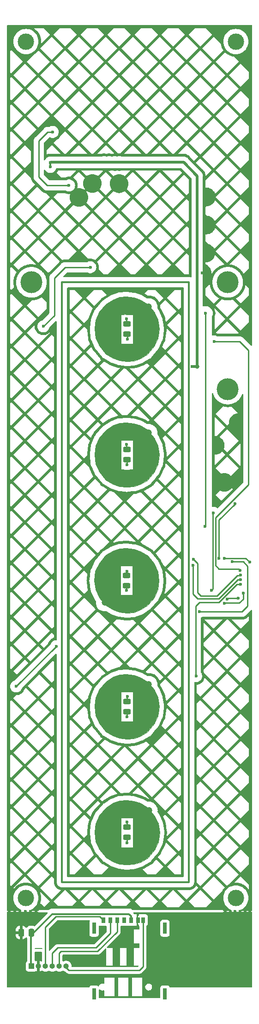
<source format=gtl>
%TF.GenerationSoftware,KiCad,Pcbnew,7.0.2*%
%TF.CreationDate,2023-05-22T14:24:39+07:00*%
%TF.ProjectId,ph_portable_refrigerator_display_hw_v2,70685f70-6f72-4746-9162-6c655f726566,rev?*%
%TF.SameCoordinates,Original*%
%TF.FileFunction,Copper,L1,Top*%
%TF.FilePolarity,Positive*%
%FSLAX46Y46*%
G04 Gerber Fmt 4.6, Leading zero omitted, Abs format (unit mm)*
G04 Created by KiCad (PCBNEW 7.0.2) date 2023-05-22 14:24:39*
%MOMM*%
%LPD*%
G01*
G04 APERTURE LIST*
G04 Aperture macros list*
%AMRoundRect*
0 Rectangle with rounded corners*
0 $1 Rounding radius*
0 $2 $3 $4 $5 $6 $7 $8 $9 X,Y pos of 4 corners*
0 Add a 4 corners polygon primitive as box body*
4,1,4,$2,$3,$4,$5,$6,$7,$8,$9,$2,$3,0*
0 Add four circle primitives for the rounded corners*
1,1,$1+$1,$2,$3*
1,1,$1+$1,$4,$5*
1,1,$1+$1,$6,$7*
1,1,$1+$1,$8,$9*
0 Add four rect primitives between the rounded corners*
20,1,$1+$1,$2,$3,$4,$5,0*
20,1,$1+$1,$4,$5,$6,$7,0*
20,1,$1+$1,$6,$7,$8,$9,0*
20,1,$1+$1,$8,$9,$2,$3,0*%
G04 Aperture macros list end*
%TA.AperFunction,NonConductor*%
%ADD10C,0.200000*%
%TD*%
%TA.AperFunction,NonConductor*%
%ADD11C,0.300000*%
%TD*%
%TA.AperFunction,EtchedComponent*%
%ADD12C,0.120000*%
%TD*%
%TA.AperFunction,ComponentPad*%
%ADD13R,1.000000X1.000000*%
%TD*%
%TA.AperFunction,ComponentPad*%
%ADD14O,1.000000X1.000000*%
%TD*%
%TA.AperFunction,SMDPad,CuDef*%
%ADD15RoundRect,0.243750X-0.456250X0.243750X-0.456250X-0.243750X0.456250X-0.243750X0.456250X0.243750X0*%
%TD*%
%TA.AperFunction,ComponentPad*%
%ADD16C,1.200000*%
%TD*%
%TA.AperFunction,SMDPad,CuDef*%
%ADD17R,0.800000X1.140000*%
%TD*%
%TA.AperFunction,SMDPad,CuDef*%
%ADD18R,0.700000X2.100000*%
%TD*%
%TA.AperFunction,ComponentPad*%
%ADD19C,4.000000*%
%TD*%
%TA.AperFunction,SMDPad,CuDef*%
%ADD20RoundRect,0.243750X0.456250X-0.243750X0.456250X0.243750X-0.456250X0.243750X-0.456250X-0.243750X0*%
%TD*%
%TA.AperFunction,ComponentPad*%
%ADD21C,3.000000*%
%TD*%
%TA.AperFunction,SMDPad,CuDef*%
%ADD22RoundRect,0.250000X0.250000X0.475000X-0.250000X0.475000X-0.250000X-0.475000X0.250000X-0.475000X0*%
%TD*%
%TA.AperFunction,ViaPad*%
%ADD23C,0.800000*%
%TD*%
%TA.AperFunction,ViaPad*%
%ADD24C,0.600000*%
%TD*%
%TA.AperFunction,Conductor*%
%ADD25C,0.250000*%
%TD*%
%TA.AperFunction,Conductor*%
%ADD26C,0.350000*%
%TD*%
%TA.AperFunction,Conductor*%
%ADD27C,0.500000*%
%TD*%
G04 APERTURE END LIST*
D10*
X40175000Y-190725000D02*
X41450000Y-190725000D01*
D11*
X45100000Y-69000000D02*
X68400000Y-69000000D01*
X68400000Y-178600000D01*
X45100000Y-178600000D01*
X45100000Y-69000000D01*
%TO.C,J3*%
D12*
X57072316Y-97859622D02*
X55887420Y-97864629D01*
X55887015Y-100485417D01*
X51076911Y-100484624D01*
X51276911Y-98904624D01*
X51926911Y-97404624D01*
X53226911Y-95954624D01*
X54476911Y-95154624D01*
X55676911Y-94704624D01*
X56976911Y-94614624D01*
X57072316Y-97859622D01*
%TA.AperFunction,EtchedComponent*%
G36*
X57072316Y-97859622D02*
G01*
X55887420Y-97864629D01*
X55887015Y-100485417D01*
X51076911Y-100484624D01*
X51276911Y-98904624D01*
X51926911Y-97404624D01*
X53226911Y-95954624D01*
X54476911Y-95154624D01*
X55676911Y-94704624D01*
X56976911Y-94614624D01*
X57072316Y-97859622D01*
G37*
%TD.AperFunction*%
X58276911Y-94764624D02*
X59476911Y-95164624D01*
X60766911Y-95944624D01*
X62026911Y-97414624D01*
X62726911Y-98864624D01*
X62976911Y-100514624D01*
X58116911Y-100564624D01*
X58116911Y-97864624D01*
X56881911Y-97864624D01*
X56976911Y-94614624D01*
X58276911Y-94764624D01*
%TA.AperFunction,EtchedComponent*%
G36*
X58276911Y-94764624D02*
G01*
X59476911Y-95164624D01*
X60766911Y-95944624D01*
X62026911Y-97414624D01*
X62726911Y-98864624D01*
X62976911Y-100514624D01*
X58116911Y-100564624D01*
X58116911Y-97864624D01*
X56881911Y-97864624D01*
X56976911Y-94614624D01*
X58276911Y-94764624D01*
G37*
%TD.AperFunction*%
X55899297Y-103225409D02*
X57084297Y-103230409D01*
X56989508Y-106435410D01*
X55671036Y-106298729D01*
X54473924Y-105879959D01*
X53160000Y-105110000D01*
X51910000Y-103610000D01*
X51239508Y-102135410D01*
X51076911Y-100484624D01*
X55886911Y-100434624D01*
X55899297Y-103225409D01*
%TA.AperFunction,EtchedComponent*%
G36*
X55899297Y-103225409D02*
G01*
X57084297Y-103230409D01*
X56989508Y-106435410D01*
X55671036Y-106298729D01*
X54473924Y-105879959D01*
X53160000Y-105110000D01*
X51910000Y-103610000D01*
X51239508Y-102135410D01*
X51076911Y-100484624D01*
X55886911Y-100434624D01*
X55899297Y-103225409D01*
G37*
%TD.AperFunction*%
X62739508Y-102235410D02*
X62039508Y-103685410D01*
X60789508Y-105185410D01*
X59489508Y-105935410D01*
X58289508Y-106335410D01*
X56989508Y-106435410D01*
X56894306Y-103230411D01*
X58129306Y-103225411D01*
X58116911Y-100554624D01*
X62976911Y-100524624D01*
X62739508Y-102235410D01*
%TA.AperFunction,EtchedComponent*%
G36*
X62739508Y-102235410D02*
G01*
X62039508Y-103685410D01*
X60789508Y-105185410D01*
X59489508Y-105935410D01*
X58289508Y-106335410D01*
X56989508Y-106435410D01*
X56894306Y-103230411D01*
X58129306Y-103225411D01*
X58116911Y-100554624D01*
X62976911Y-100524624D01*
X62739508Y-102235410D01*
G37*
%TD.AperFunction*%
%TO.C,J5*%
X57102316Y-166869622D02*
X55917420Y-166874629D01*
X55917015Y-169495417D01*
X51106911Y-169494624D01*
X51306911Y-167914624D01*
X51956911Y-166414624D01*
X53256911Y-164964624D01*
X54506911Y-164164624D01*
X55706911Y-163714624D01*
X57006911Y-163624624D01*
X57102316Y-166869622D01*
%TA.AperFunction,EtchedComponent*%
G36*
X57102316Y-166869622D02*
G01*
X55917420Y-166874629D01*
X55917015Y-169495417D01*
X51106911Y-169494624D01*
X51306911Y-167914624D01*
X51956911Y-166414624D01*
X53256911Y-164964624D01*
X54506911Y-164164624D01*
X55706911Y-163714624D01*
X57006911Y-163624624D01*
X57102316Y-166869622D01*
G37*
%TD.AperFunction*%
X58306911Y-163774624D02*
X59506911Y-164174624D01*
X60796911Y-164954624D01*
X62056911Y-166424624D01*
X62756911Y-167874624D01*
X63006911Y-169524624D01*
X58146911Y-169574624D01*
X58146911Y-166874624D01*
X56911911Y-166874624D01*
X57006911Y-163624624D01*
X58306911Y-163774624D01*
%TA.AperFunction,EtchedComponent*%
G36*
X58306911Y-163774624D02*
G01*
X59506911Y-164174624D01*
X60796911Y-164954624D01*
X62056911Y-166424624D01*
X62756911Y-167874624D01*
X63006911Y-169524624D01*
X58146911Y-169574624D01*
X58146911Y-166874624D01*
X56911911Y-166874624D01*
X57006911Y-163624624D01*
X58306911Y-163774624D01*
G37*
%TD.AperFunction*%
X55929297Y-172235409D02*
X57114297Y-172240409D01*
X57019508Y-175445410D01*
X55701036Y-175308729D01*
X54503924Y-174889959D01*
X53190000Y-174120000D01*
X51940000Y-172620000D01*
X51269508Y-171145410D01*
X51106911Y-169494624D01*
X55916911Y-169444624D01*
X55929297Y-172235409D01*
%TA.AperFunction,EtchedComponent*%
G36*
X55929297Y-172235409D02*
G01*
X57114297Y-172240409D01*
X57019508Y-175445410D01*
X55701036Y-175308729D01*
X54503924Y-174889959D01*
X53190000Y-174120000D01*
X51940000Y-172620000D01*
X51269508Y-171145410D01*
X51106911Y-169494624D01*
X55916911Y-169444624D01*
X55929297Y-172235409D01*
G37*
%TD.AperFunction*%
X62769508Y-171245410D02*
X62069508Y-172695410D01*
X60819508Y-174195410D01*
X59519508Y-174945410D01*
X58319508Y-175345410D01*
X57019508Y-175445410D01*
X56924306Y-172240411D01*
X58159306Y-172235411D01*
X58146911Y-169564624D01*
X63006911Y-169534624D01*
X62769508Y-171245410D01*
%TA.AperFunction,EtchedComponent*%
G36*
X62769508Y-171245410D02*
G01*
X62069508Y-172695410D01*
X60819508Y-174195410D01*
X59519508Y-174945410D01*
X58319508Y-175345410D01*
X57019508Y-175445410D01*
X56924306Y-172240411D01*
X58159306Y-172235411D01*
X58146911Y-169564624D01*
X63006911Y-169534624D01*
X62769508Y-171245410D01*
G37*
%TD.AperFunction*%
%TO.C,J2*%
X62880686Y-123535373D02*
X62680686Y-125115373D01*
X62030686Y-126615373D01*
X60730686Y-128065373D01*
X59480686Y-128865373D01*
X58280686Y-129315373D01*
X56980686Y-129405373D01*
X56885281Y-126160375D01*
X58070177Y-126155368D01*
X58070582Y-123534580D01*
X62880686Y-123535373D01*
%TA.AperFunction,EtchedComponent*%
G36*
X62880686Y-123535373D02*
G01*
X62680686Y-125115373D01*
X62030686Y-126615373D01*
X60730686Y-128065373D01*
X59480686Y-128865373D01*
X58280686Y-129315373D01*
X56980686Y-129405373D01*
X56885281Y-126160375D01*
X58070177Y-126155368D01*
X58070582Y-123534580D01*
X62880686Y-123535373D01*
G37*
%TD.AperFunction*%
X55840686Y-126155373D02*
X57075686Y-126155373D01*
X56980686Y-129405373D01*
X55680686Y-129255373D01*
X54480686Y-128855373D01*
X53190686Y-128075373D01*
X51930686Y-126605373D01*
X51230686Y-125155373D01*
X50980686Y-123505373D01*
X55840686Y-123455373D01*
X55840686Y-126155373D01*
%TA.AperFunction,EtchedComponent*%
G36*
X55840686Y-126155373D02*
G01*
X57075686Y-126155373D01*
X56980686Y-129405373D01*
X55680686Y-129255373D01*
X54480686Y-128855373D01*
X53190686Y-128075373D01*
X51930686Y-126605373D01*
X51230686Y-125155373D01*
X50980686Y-123505373D01*
X55840686Y-123455373D01*
X55840686Y-126155373D01*
G37*
%TD.AperFunction*%
X58286561Y-117721268D02*
X59483673Y-118140038D01*
X60797597Y-118909997D01*
X62047597Y-120409997D01*
X62718089Y-121884587D01*
X62880686Y-123535373D01*
X58070686Y-123585373D01*
X58058300Y-120794588D01*
X56873300Y-120789588D01*
X56968089Y-117584587D01*
X58286561Y-117721268D01*
%TA.AperFunction,EtchedComponent*%
G36*
X58286561Y-117721268D02*
G01*
X59483673Y-118140038D01*
X60797597Y-118909997D01*
X62047597Y-120409997D01*
X62718089Y-121884587D01*
X62880686Y-123535373D01*
X58070686Y-123585373D01*
X58058300Y-120794588D01*
X56873300Y-120789588D01*
X56968089Y-117584587D01*
X58286561Y-117721268D01*
G37*
%TD.AperFunction*%
X57063291Y-120789586D02*
X55828291Y-120794586D01*
X55840686Y-123465373D01*
X50980686Y-123495373D01*
X51218089Y-121784587D01*
X51918089Y-120334587D01*
X53168089Y-118834587D01*
X54468089Y-118084587D01*
X55668089Y-117684587D01*
X56968089Y-117584587D01*
X57063291Y-120789586D01*
%TA.AperFunction,EtchedComponent*%
G36*
X57063291Y-120789586D02*
G01*
X55828291Y-120794586D01*
X55840686Y-123465373D01*
X50980686Y-123495373D01*
X51218089Y-121784587D01*
X51918089Y-120334587D01*
X53168089Y-118834587D01*
X54468089Y-118084587D01*
X55668089Y-117684587D01*
X56968089Y-117584587D01*
X57063291Y-120789586D01*
G37*
%TD.AperFunction*%
%TO.C,J4*%
X57072316Y-74859622D02*
X55887420Y-74864629D01*
X55887015Y-77485417D01*
X51076911Y-77484624D01*
X51276911Y-75904624D01*
X51926911Y-74404624D01*
X53226911Y-72954624D01*
X54476911Y-72154624D01*
X55676911Y-71704624D01*
X56976911Y-71614624D01*
X57072316Y-74859622D01*
%TA.AperFunction,EtchedComponent*%
G36*
X57072316Y-74859622D02*
G01*
X55887420Y-74864629D01*
X55887015Y-77485417D01*
X51076911Y-77484624D01*
X51276911Y-75904624D01*
X51926911Y-74404624D01*
X53226911Y-72954624D01*
X54476911Y-72154624D01*
X55676911Y-71704624D01*
X56976911Y-71614624D01*
X57072316Y-74859622D01*
G37*
%TD.AperFunction*%
X58276911Y-71764624D02*
X59476911Y-72164624D01*
X60766911Y-72944624D01*
X62026911Y-74414624D01*
X62726911Y-75864624D01*
X62976911Y-77514624D01*
X58116911Y-77564624D01*
X58116911Y-74864624D01*
X56881911Y-74864624D01*
X56976911Y-71614624D01*
X58276911Y-71764624D01*
%TA.AperFunction,EtchedComponent*%
G36*
X58276911Y-71764624D02*
G01*
X59476911Y-72164624D01*
X60766911Y-72944624D01*
X62026911Y-74414624D01*
X62726911Y-75864624D01*
X62976911Y-77514624D01*
X58116911Y-77564624D01*
X58116911Y-74864624D01*
X56881911Y-74864624D01*
X56976911Y-71614624D01*
X58276911Y-71764624D01*
G37*
%TD.AperFunction*%
X55899297Y-80225409D02*
X57084297Y-80230409D01*
X56989508Y-83435410D01*
X55671036Y-83298729D01*
X54473924Y-82879959D01*
X53160000Y-82110000D01*
X51910000Y-80610000D01*
X51239508Y-79135410D01*
X51076911Y-77484624D01*
X55886911Y-77434624D01*
X55899297Y-80225409D01*
%TA.AperFunction,EtchedComponent*%
G36*
X55899297Y-80225409D02*
G01*
X57084297Y-80230409D01*
X56989508Y-83435410D01*
X55671036Y-83298729D01*
X54473924Y-82879959D01*
X53160000Y-82110000D01*
X51910000Y-80610000D01*
X51239508Y-79135410D01*
X51076911Y-77484624D01*
X55886911Y-77434624D01*
X55899297Y-80225409D01*
G37*
%TD.AperFunction*%
X62739508Y-79235410D02*
X62039508Y-80685410D01*
X60789508Y-82185410D01*
X59489508Y-82935410D01*
X58289508Y-83335410D01*
X56989508Y-83435410D01*
X56894306Y-80230411D01*
X58129306Y-80225411D01*
X58116911Y-77554624D01*
X62976911Y-77524624D01*
X62739508Y-79235410D01*
%TA.AperFunction,EtchedComponent*%
G36*
X62739508Y-79235410D02*
G01*
X62039508Y-80685410D01*
X60789508Y-82185410D01*
X59489508Y-82935410D01*
X58289508Y-83335410D01*
X56989508Y-83435410D01*
X56894306Y-80230411D01*
X58129306Y-80225411D01*
X58116911Y-77554624D01*
X62976911Y-77524624D01*
X62739508Y-79235410D01*
G37*
%TD.AperFunction*%
%TO.C,J1*%
X57072316Y-143859622D02*
X55887420Y-143864629D01*
X55887015Y-146485417D01*
X51076911Y-146484624D01*
X51276911Y-144904624D01*
X51926911Y-143404624D01*
X53226911Y-141954624D01*
X54476911Y-141154624D01*
X55676911Y-140704624D01*
X56976911Y-140614624D01*
X57072316Y-143859622D01*
%TA.AperFunction,EtchedComponent*%
G36*
X57072316Y-143859622D02*
G01*
X55887420Y-143864629D01*
X55887015Y-146485417D01*
X51076911Y-146484624D01*
X51276911Y-144904624D01*
X51926911Y-143404624D01*
X53226911Y-141954624D01*
X54476911Y-141154624D01*
X55676911Y-140704624D01*
X56976911Y-140614624D01*
X57072316Y-143859622D01*
G37*
%TD.AperFunction*%
X58276911Y-140764624D02*
X59476911Y-141164624D01*
X60766911Y-141944624D01*
X62026911Y-143414624D01*
X62726911Y-144864624D01*
X62976911Y-146514624D01*
X58116911Y-146564624D01*
X58116911Y-143864624D01*
X56881911Y-143864624D01*
X56976911Y-140614624D01*
X58276911Y-140764624D01*
%TA.AperFunction,EtchedComponent*%
G36*
X58276911Y-140764624D02*
G01*
X59476911Y-141164624D01*
X60766911Y-141944624D01*
X62026911Y-143414624D01*
X62726911Y-144864624D01*
X62976911Y-146514624D01*
X58116911Y-146564624D01*
X58116911Y-143864624D01*
X56881911Y-143864624D01*
X56976911Y-140614624D01*
X58276911Y-140764624D01*
G37*
%TD.AperFunction*%
X55899297Y-149225409D02*
X57084297Y-149230409D01*
X56989508Y-152435410D01*
X55671036Y-152298729D01*
X54473924Y-151879959D01*
X53160000Y-151110000D01*
X51910000Y-149610000D01*
X51239508Y-148135410D01*
X51076911Y-146484624D01*
X55886911Y-146434624D01*
X55899297Y-149225409D01*
%TA.AperFunction,EtchedComponent*%
G36*
X55899297Y-149225409D02*
G01*
X57084297Y-149230409D01*
X56989508Y-152435410D01*
X55671036Y-152298729D01*
X54473924Y-151879959D01*
X53160000Y-151110000D01*
X51910000Y-149610000D01*
X51239508Y-148135410D01*
X51076911Y-146484624D01*
X55886911Y-146434624D01*
X55899297Y-149225409D01*
G37*
%TD.AperFunction*%
X62739508Y-148235410D02*
X62039508Y-149685410D01*
X60789508Y-151185410D01*
X59489508Y-151935410D01*
X58289508Y-152335410D01*
X56989508Y-152435410D01*
X56894306Y-149230411D01*
X58129306Y-149225411D01*
X58116911Y-146554624D01*
X62976911Y-146524624D01*
X62739508Y-148235410D01*
%TA.AperFunction,EtchedComponent*%
G36*
X62739508Y-148235410D02*
G01*
X62039508Y-149685410D01*
X60789508Y-151185410D01*
X59489508Y-151935410D01*
X58289508Y-152335410D01*
X56989508Y-152435410D01*
X56894306Y-149230411D01*
X58129306Y-149225411D01*
X58116911Y-146554624D01*
X62976911Y-146524624D01*
X62739508Y-148235410D01*
G37*
%TD.AperFunction*%
%TD*%
D13*
%TO.P,J2,1,Pin_1*%
%TO.N,N/C*%
X39510000Y-193975000D03*
D14*
%TO.P,J2,2,Pin_2*%
%TO.N,GND*%
X40780000Y-193975000D03*
%TO.P,J2,3,Pin_3*%
%TO.N,N/C*%
X42050000Y-193975000D03*
%TO.P,J2,4,Pin_4*%
X43320000Y-193975000D03*
%TO.P,J2,5,Pin_5*%
X44590000Y-193975000D03*
%TO.P,J2,6,Pin_6*%
X45860000Y-193975000D03*
%TD*%
D15*
%TO.P,D5,1,A*%
%TO.N,Net-(D5-A)*%
X57030000Y-168572500D03*
%TO.P,D5,2,K*%
%TO.N,Net-(D5-K)*%
X57030000Y-170447500D03*
%TD*%
D16*
%TO.P,J3,1,Pin_1*%
%TO.N,/ts3*%
X61026911Y-96504624D03*
X58776911Y-100504624D03*
%TD*%
D17*
%TO.P,J1,C1,VCC*%
%TO.N,N/C*%
X57750000Y-185545000D03*
%TO.P,J1,C2,RST*%
X55210000Y-185545000D03*
%TO.P,J1,C3,CLK*%
X52670000Y-185545000D03*
%TO.P,J1,C5,GND*%
%TO.N,GND*%
X59020000Y-185545000D03*
%TO.P,J1,C6,VPP*%
%TO.N,N/C*%
X56480000Y-185545000D03*
%TO.P,J1,C7,I/O*%
X53940000Y-185545000D03*
%TO.P,J1,CD,CD*%
X59970000Y-185545000D03*
D18*
%TO.P,J1,G1*%
X51000000Y-187025000D03*
%TO.P,J1,G2*%
X64000000Y-187025000D03*
%TO.P,J1,G3*%
X51000000Y-199025000D03*
%TO.P,J1,G4*%
X64000000Y-199025000D03*
%TD*%
D15*
%TO.P,D1,1,A*%
%TO.N,Net-(D1-A)*%
X57000000Y-145562500D03*
%TO.P,D1,2,K*%
%TO.N,Net-(D1-K)*%
X57000000Y-147437500D03*
%TD*%
D16*
%TO.P,J5,1,Pin_1*%
%TO.N,/ts5*%
X61056911Y-165514624D03*
X58806911Y-169514624D03*
%TD*%
D19*
%TO.P,REF\u002A\u002A,1*%
%TO.N,N/C*%
X75500000Y-88500000D03*
%TD*%
D20*
%TO.P,D2,1,A*%
%TO.N,Net-(D2-A)*%
X56957597Y-124457497D03*
%TO.P,D2,2,K*%
%TO.N,Net-(D2-K)*%
X56957597Y-122582497D03*
%TD*%
D19*
%TO.P,REF\u002A\u002A,1*%
%TO.N,N/C*%
X75500000Y-69000000D03*
%TD*%
D16*
%TO.P,J2,1,Pin_1*%
%TO.N,/ts2*%
X52930686Y-127515373D03*
X55180686Y-123515373D03*
%TD*%
D21*
%TO.P,REF\u002A\u002A,1*%
%TO.N,N/C*%
X77000000Y-181500000D03*
%TD*%
D16*
%TO.P,J4,1,Pin_1*%
%TO.N,/ts4*%
X61026911Y-73504624D03*
X58776911Y-77504624D03*
%TD*%
D21*
%TO.P,REF\u002A\u002A,1*%
%TO.N,N/C*%
X38500000Y-181500000D03*
%TD*%
D19*
%TO.P,REF\u002A\u002A,1*%
%TO.N,N/C*%
X39500000Y-69000000D03*
%TD*%
D16*
%TO.P,J1,1,Pin_1*%
%TO.N,/ts1*%
X61026911Y-142504624D03*
X58776911Y-146504624D03*
%TD*%
D21*
%TO.P,REF\u002A\u002A,1*%
%TO.N,N/C*%
X77000000Y-25000000D03*
%TD*%
%TO.P,REF\u002A\u002A,1*%
%TO.N,N/C*%
X38500000Y-25000000D03*
%TD*%
D15*
%TO.P,D4,1,A*%
%TO.N,Net-(D4-A)*%
X57000000Y-76562500D03*
%TO.P,D4,2,K*%
%TO.N,Net-(D4-K)*%
X57000000Y-78437500D03*
%TD*%
D22*
%TO.P,C1,1*%
%TO.N,N/C*%
X39500000Y-187825000D03*
%TO.P,C1,2*%
%TO.N,GND*%
X37600000Y-187825000D03*
%TD*%
D15*
%TO.P,D3,1,A*%
%TO.N,Net-(D3-A)*%
X57000000Y-99562500D03*
%TO.P,D3,2,K*%
%TO.N,Net-(D3-K)*%
X57000000Y-101437500D03*
%TD*%
D23*
%TO.N,GND*%
X78250000Y-190225000D03*
X37250000Y-190975000D03*
D24*
X75990000Y-183925000D03*
X74900000Y-105550000D03*
D23*
X70300000Y-186875000D03*
X49150000Y-188825000D03*
X47300000Y-186925000D03*
D24*
X37409000Y-183950000D03*
D23*
X50650000Y-193175000D03*
D24*
X78660000Y-183925000D03*
X71600000Y-53375000D03*
D23*
X44150000Y-188525000D03*
X36350000Y-195875000D03*
D24*
X71525000Y-63650000D03*
D23*
X70300000Y-196575000D03*
X57250000Y-187575000D03*
D24*
X71575000Y-58525000D03*
D23*
X78250000Y-196525000D03*
X74000000Y-186875000D03*
X48200000Y-193225000D03*
X70300000Y-193175000D03*
X78250000Y-193125000D03*
D24*
X75100000Y-183925000D03*
D23*
X78250000Y-186825000D03*
X66250000Y-196575000D03*
D24*
X35465000Y-183950000D03*
D23*
X65650000Y-187400000D03*
X37250000Y-185725000D03*
D24*
X55575000Y-50975000D03*
X36437000Y-183950000D03*
D23*
X66925000Y-192925000D03*
D24*
X38381000Y-183950000D03*
D23*
X56950000Y-189275000D03*
D24*
X40325000Y-183950000D03*
X79550000Y-183925000D03*
X76880000Y-183925000D03*
X73225000Y-98775000D03*
X77450000Y-94650000D03*
X50675000Y-50925000D03*
X77750000Y-105650000D03*
X39353000Y-183950000D03*
X48225000Y-53475000D03*
X77770000Y-183925000D03*
X70825000Y-67275000D03*
D23*
X70300000Y-190275000D03*
X37275000Y-197175000D03*
X49325000Y-196725000D03*
X74000000Y-196575000D03*
X74000000Y-193175000D03*
X74000000Y-190275000D03*
X37250000Y-194375000D03*
D24*
%TO.N,+3V3*%
X73874500Y-119450000D03*
X52825000Y-47050000D03*
X69900000Y-83400000D03*
X53750000Y-47050000D03*
X54800000Y-47050000D03*
X43000000Y-47100000D03*
X42950000Y-47900000D03*
D23*
X69900000Y-84400000D03*
D24*
X69000000Y-84400000D03*
X55625000Y-47025000D03*
X76800000Y-109450000D03*
X43000000Y-47100000D03*
%TO.N,Net-(U1-~{XRES})*%
X72874500Y-111123213D03*
X72500000Y-125300000D03*
%TO.N,Net-(D1-A)*%
X57100000Y-144700000D03*
%TO.N,Net-(D1-K)*%
X69700000Y-140950000D03*
X57000000Y-148400000D03*
X77875500Y-124200000D03*
%TO.N,Net-(D2-A)*%
X56900000Y-125300000D03*
%TO.N,Net-(D2-K)*%
X77850000Y-123300000D03*
X69150000Y-120700000D03*
X57000000Y-121800000D03*
%TO.N,Net-(D3-A)*%
X56950000Y-98600000D03*
%TO.N,Net-(D3-K)*%
X69200000Y-119600000D03*
X57000000Y-102300000D03*
X77875500Y-122489553D03*
%TO.N,Net-(D4-A)*%
X41700000Y-77050000D03*
X50300000Y-66250000D03*
X56950000Y-75650000D03*
%TO.N,/i2c_scl*%
X78325500Y-125800000D03*
X74850000Y-127650000D03*
%TO.N,/i2c_sda*%
X77450500Y-126700000D03*
X75400000Y-126850000D03*
%TO.N,/lcd_rst*%
X43400000Y-41525000D03*
X46400000Y-51300000D03*
%TO.N,Net-(D4-K)*%
X73000000Y-79800000D03*
X57100000Y-79400000D03*
X77800000Y-121650000D03*
%TO.N,Net-(D5-A)*%
X57050000Y-167600000D03*
%TO.N,Net-(D5-K)*%
X70287537Y-129161999D03*
X57050000Y-171400000D03*
X44050000Y-135500000D03*
X76300000Y-120024500D03*
X36700000Y-142850000D03*
%TO.N,/ts_irq*%
X74867036Y-119474500D03*
X79574500Y-120150000D03*
%TO.N,/ts4*%
X71450000Y-74650000D03*
X71325500Y-113575000D03*
%TD*%
D25*
%TO.N,*%
X46400000Y-194725000D02*
X45860000Y-194185000D01*
X53940000Y-185545000D02*
X53940000Y-185715000D01*
X52670000Y-185545000D02*
X52050000Y-184925000D01*
D26*
X57750000Y-184825000D02*
X57350000Y-184425000D01*
X40025000Y-187725000D02*
X39425000Y-187725000D01*
D25*
X44300000Y-190575000D02*
X43320000Y-191555000D01*
X44000000Y-184925000D02*
X42065000Y-186860000D01*
X53950000Y-187975000D02*
X51350000Y-190575000D01*
X55210000Y-187665000D02*
X51650000Y-191225000D01*
X43320000Y-191555000D02*
X43320000Y-193975000D01*
X52050000Y-184925000D02*
X44000000Y-184925000D01*
X55210000Y-185545000D02*
X55210000Y-187665000D01*
X44950000Y-191225000D02*
X44590000Y-191585000D01*
X51350000Y-190575000D02*
X44300000Y-190575000D01*
D26*
X43325000Y-184425000D02*
X40025000Y-187725000D01*
D25*
X51650000Y-191225000D02*
X44950000Y-191225000D01*
X59970000Y-185545000D02*
X59970000Y-194055000D01*
X42065000Y-193960000D02*
X42050000Y-193975000D01*
X39525000Y-193960000D02*
X39510000Y-193975000D01*
X53950000Y-185725000D02*
X53950000Y-187975000D01*
D26*
X39450000Y-187750000D02*
X39450000Y-193860000D01*
X57750000Y-185545000D02*
X57750000Y-184825000D01*
X57375000Y-184425000D02*
X43325000Y-184425000D01*
D25*
X44590000Y-191585000D02*
X44590000Y-193975000D01*
X53940000Y-185715000D02*
X53950000Y-185725000D01*
X42065000Y-186860000D02*
X42065000Y-193960000D01*
X59300000Y-194725000D02*
X46400000Y-194725000D01*
X59970000Y-194055000D02*
X59300000Y-194725000D01*
%TO.N,GND*%
X73225000Y-98775000D02*
X73225000Y-97775000D01*
X76350000Y-94650000D02*
X77450000Y-94650000D01*
X77650000Y-105550000D02*
X74900000Y-105550000D01*
X73225000Y-97775000D02*
X76350000Y-94650000D01*
X77750000Y-105650000D02*
X77650000Y-105550000D01*
D27*
%TO.N,+3V3*%
X69000000Y-84400000D02*
X69900000Y-84400000D01*
X48517500Y-47067500D02*
X47827500Y-47067500D01*
X43032500Y-47067500D02*
X47717500Y-47067500D01*
D26*
X42950000Y-47150000D02*
X42950000Y-47900000D01*
D27*
X48525000Y-47075000D02*
X48517500Y-47067500D01*
X47732500Y-47067500D02*
X47827500Y-47067500D01*
D25*
X76800000Y-109450000D02*
X76800000Y-109500000D01*
D27*
X69900000Y-83400000D02*
X69900000Y-49550000D01*
X43000000Y-47100000D02*
X43032500Y-47067500D01*
D26*
X43000000Y-47100000D02*
X42950000Y-47150000D01*
D27*
X67417500Y-47067500D02*
X48532500Y-47067500D01*
X69900000Y-49550000D02*
X67417500Y-47067500D01*
X69900000Y-83400000D02*
X69900000Y-84400000D01*
D25*
X73874500Y-112425500D02*
X73874500Y-119450000D01*
X76800000Y-109500000D02*
X73874500Y-112425500D01*
D27*
X47725000Y-47075000D02*
X47732500Y-47067500D01*
X47717500Y-47067500D02*
X47725000Y-47075000D01*
X48532500Y-47067500D02*
X48525000Y-47075000D01*
D25*
%TO.N,Net-(U1-~{XRES})*%
X72500000Y-125300000D02*
X72775000Y-125025000D01*
X72874500Y-111123213D02*
X72875000Y-111123713D01*
X72775000Y-111222713D02*
X72874500Y-111123213D01*
X72775000Y-125025000D02*
X72775000Y-111222713D01*
%TO.N,Net-(D1-A)*%
X57000000Y-144800000D02*
X57100000Y-144700000D01*
X57000000Y-145562500D02*
X57000000Y-144800000D01*
%TO.N,Net-(D1-K)*%
X73916116Y-127450000D02*
X70350000Y-127450000D01*
X70350000Y-127450000D02*
X69662537Y-128137463D01*
X57000000Y-148400000D02*
X57000000Y-147437500D01*
X77166116Y-124200000D02*
X73916116Y-127450000D01*
X77875500Y-124200000D02*
X77166116Y-124200000D01*
X69662537Y-140912537D02*
X69700000Y-140950000D01*
X69662537Y-128137463D02*
X69662537Y-140912537D01*
%TO.N,Net-(D2-A)*%
X56957597Y-124457497D02*
X56957597Y-125242403D01*
X56957597Y-125242403D02*
X56900000Y-125300000D01*
%TO.N,Net-(D2-K)*%
X77850000Y-123300000D02*
X77350000Y-123300000D01*
X56957597Y-121842403D02*
X57000000Y-121800000D01*
X77350000Y-123300000D02*
X73850000Y-126800000D01*
X73850000Y-126800000D02*
X69950000Y-126800000D01*
X56957597Y-122582497D02*
X56957597Y-121842403D01*
X69950000Y-126800000D02*
X69150000Y-126000000D01*
X69150000Y-126000000D02*
X69150000Y-120700000D01*
%TO.N,Net-(D3-A)*%
X56950000Y-99512500D02*
X57000000Y-99562500D01*
X56950000Y-98600000D02*
X56950000Y-99512500D01*
%TO.N,Net-(D3-K)*%
X77875500Y-122489553D02*
X77815053Y-122550000D01*
X77300000Y-122550000D02*
X73550000Y-126300000D01*
X77815053Y-122550000D02*
X77300000Y-122550000D01*
X69950000Y-120350000D02*
X69200000Y-119600000D01*
X73550000Y-126300000D02*
X70550000Y-126300000D01*
X70550000Y-126300000D02*
X69950000Y-125700000D01*
X57000000Y-101437500D02*
X57000000Y-102300000D01*
X69950000Y-125700000D02*
X69950000Y-120350000D01*
%TO.N,Net-(D4-A)*%
X56950000Y-76512500D02*
X57000000Y-76562500D01*
X50300000Y-66250000D02*
X45650000Y-66250000D01*
X45650000Y-66250000D02*
X43700000Y-68200000D01*
X56950000Y-75650000D02*
X56950000Y-76512500D01*
X43700000Y-68200000D02*
X43700000Y-75050000D01*
X43700000Y-75050000D02*
X41700000Y-77050000D01*
%TO.N,/i2c_scl*%
X74900000Y-127600000D02*
X74850000Y-127650000D01*
X78325500Y-126874500D02*
X77600000Y-127600000D01*
X77600000Y-127600000D02*
X74900000Y-127600000D01*
X78325500Y-125800000D02*
X78325500Y-126874500D01*
%TO.N,/i2c_sda*%
X75500000Y-126750000D02*
X77400500Y-126750000D01*
X75400000Y-126850000D02*
X75500000Y-126750000D01*
X77400500Y-126750000D02*
X77450500Y-126700000D01*
%TO.N,/lcd_rst*%
X42475000Y-41525000D02*
X40850000Y-43150000D01*
X40850000Y-49775000D02*
X42375000Y-51300000D01*
X43400000Y-41525000D02*
X42475000Y-41525000D01*
X42375000Y-51300000D02*
X46400000Y-51300000D01*
X40850000Y-43150000D02*
X40850000Y-49775000D01*
%TO.N,Net-(D4-K)*%
X73850000Y-121350000D02*
X77500000Y-121350000D01*
X77700000Y-79800000D02*
X79300000Y-81400000D01*
X73250000Y-112000000D02*
X73250000Y-120750000D01*
X79300000Y-105950000D02*
X73250000Y-112000000D01*
X57100000Y-78537500D02*
X57000000Y-78437500D01*
X79300000Y-81400000D02*
X79300000Y-105950000D01*
X73250000Y-120750000D02*
X73850000Y-121350000D01*
X77500000Y-121350000D02*
X77800000Y-121650000D01*
X73000000Y-79800000D02*
X77700000Y-79800000D01*
X57100000Y-79400000D02*
X57100000Y-78537500D01*
%TO.N,Net-(D5-A)*%
X57050000Y-168552500D02*
X57030000Y-168572500D01*
X57050000Y-167600000D02*
X57050000Y-168552500D01*
%TO.N,Net-(D5-K)*%
X78324500Y-120024500D02*
X79150000Y-120850000D01*
X78150000Y-129200000D02*
X70325538Y-129200000D01*
X57030000Y-170447500D02*
X57030000Y-171380000D01*
X36700000Y-142850000D02*
X44050000Y-135500000D01*
X57030000Y-171380000D02*
X57050000Y-171400000D01*
X76300000Y-120024500D02*
X78324500Y-120024500D01*
X70325538Y-129200000D02*
X70287537Y-129161999D01*
X79150000Y-128200000D02*
X78150000Y-129200000D01*
X79150000Y-120850000D02*
X79150000Y-128200000D01*
%TO.N,/ts_irq*%
X78824500Y-119400000D02*
X79574500Y-120150000D01*
X74941536Y-119400000D02*
X78824500Y-119400000D01*
X74867036Y-119474500D02*
X74941536Y-119400000D01*
%TO.N,/ts1*%
X61000000Y-144250000D02*
X58750000Y-146500000D01*
X61000000Y-142500000D02*
X61000000Y-144250000D01*
%TO.N,/ts2*%
X55207597Y-125269997D02*
X52957597Y-127519997D01*
X55207597Y-123519997D02*
X55207597Y-125269997D01*
%TO.N,/ts3*%
X61000000Y-98250000D02*
X58750000Y-100500000D01*
X61000000Y-96500000D02*
X61000000Y-98250000D01*
%TO.N,/ts4*%
X71450000Y-113450500D02*
X71450000Y-74650000D01*
X61000000Y-73500000D02*
X61000000Y-75250000D01*
X61000000Y-75250000D02*
X58750000Y-77500000D01*
X71325500Y-113575000D02*
X71450000Y-113450500D01*
%TO.N,/ts5*%
X58780000Y-167760000D02*
X61030000Y-165510000D01*
X58780000Y-169510000D02*
X58780000Y-167760000D01*
%TD*%
%TA.AperFunction,Conductor*%
%TO.N,GND*%
G36*
X79942539Y-22020185D02*
G01*
X79988294Y-22072989D01*
X79999500Y-22124500D01*
X79999500Y-80491283D01*
X79979815Y-80558322D01*
X79927011Y-80604077D01*
X79857853Y-80614021D01*
X79794297Y-80584996D01*
X79787819Y-80578964D01*
X78412833Y-79203978D01*
X78400195Y-79189181D01*
X78391568Y-79177307D01*
X78339697Y-79130602D01*
X78334988Y-79126133D01*
X78322431Y-79113576D01*
X78320130Y-79111275D01*
X78303774Y-79098030D01*
X78298865Y-79093837D01*
X78246994Y-79047131D01*
X78244015Y-79045411D01*
X78234275Y-79039787D01*
X78218248Y-79028772D01*
X78206841Y-79019535D01*
X78144666Y-78987855D01*
X78138963Y-78984758D01*
X78078513Y-78949857D01*
X78064543Y-78945318D01*
X78046575Y-78937875D01*
X78033497Y-78931212D01*
X78033497Y-78931211D01*
X77966054Y-78913139D01*
X77959879Y-78911310D01*
X77893482Y-78889738D01*
X77893479Y-78889737D01*
X77893477Y-78889737D01*
X77878885Y-78888203D01*
X77859759Y-78884658D01*
X77845579Y-78880858D01*
X77775881Y-78877206D01*
X77769411Y-78876697D01*
X77751729Y-78874838D01*
X77751710Y-78874837D01*
X77748504Y-78874500D01*
X77745262Y-78874500D01*
X77727489Y-78874500D01*
X77720999Y-78874330D01*
X77695106Y-78872973D01*
X77651297Y-78870677D01*
X77636798Y-78872973D01*
X77617403Y-78874500D01*
X73631036Y-78874500D01*
X73565759Y-78855927D01*
X73492637Y-78810652D01*
X73492635Y-78810651D01*
X73302457Y-78736976D01*
X73235629Y-78724484D01*
X73101976Y-78699500D01*
X72898024Y-78699500D01*
X72832968Y-78711660D01*
X72722284Y-78732351D01*
X72652770Y-78725320D01*
X72598091Y-78681822D01*
X72575609Y-78615668D01*
X72575500Y-78610462D01*
X72575500Y-78176512D01*
X73293051Y-78176512D01*
X73357103Y-78240564D01*
X73428028Y-78253823D01*
X73450036Y-78260085D01*
X73704850Y-78358799D01*
X73725336Y-78369000D01*
X73737449Y-78376500D01*
X77338533Y-78376500D01*
X77538521Y-78176512D01*
X75415786Y-76053777D01*
X73293051Y-78176512D01*
X72575500Y-78176512D01*
X72575500Y-75341092D01*
X72587118Y-75288687D01*
X72592435Y-75277285D01*
X72676739Y-75096496D01*
X72735635Y-74876692D01*
X72755468Y-74650000D01*
X72735635Y-74423308D01*
X72676739Y-74203504D01*
X72580568Y-73997266D01*
X72572379Y-73985570D01*
X72450046Y-73810859D01*
X72289140Y-73649953D01*
X72225754Y-73605570D01*
X72914245Y-73605570D01*
X73007273Y-73738429D01*
X73018080Y-73757147D01*
X73141908Y-74022694D01*
X73149301Y-74043005D01*
X73225135Y-74326021D01*
X73228888Y-74347308D01*
X73254425Y-74639193D01*
X73254425Y-74660807D01*
X73228888Y-74952692D01*
X73225135Y-74973979D01*
X73149301Y-75256995D01*
X73141908Y-75277306D01*
X73073500Y-75424005D01*
X73073500Y-77691787D01*
X75063648Y-75701639D01*
X75767925Y-75701639D01*
X77890659Y-77824373D01*
X79376000Y-76339033D01*
X79376000Y-75064244D01*
X77890660Y-73578904D01*
X75767925Y-75701639D01*
X75063648Y-75701639D01*
X72940912Y-73578903D01*
X72914245Y-73605570D01*
X72225754Y-73605570D01*
X72102735Y-73519432D01*
X71896497Y-73423261D01*
X71676689Y-73364364D01*
X71450000Y-73344531D01*
X71223308Y-73364364D01*
X71106593Y-73395638D01*
X71036743Y-73393975D01*
X70978881Y-73354812D01*
X70951377Y-73290584D01*
X70950500Y-73275863D01*
X70950500Y-73226764D01*
X73293050Y-73226764D01*
X75415786Y-75349500D01*
X77538521Y-73226765D01*
X76469092Y-72157336D01*
X76457670Y-72161122D01*
X76454224Y-72162208D01*
X76440408Y-72166344D01*
X76436936Y-72167329D01*
X76422887Y-72171093D01*
X76419389Y-72171976D01*
X76362862Y-72185370D01*
X76304413Y-72203222D01*
X76300886Y-72204243D01*
X76286599Y-72208148D01*
X76283038Y-72209064D01*
X76268756Y-72212516D01*
X76265168Y-72213327D01*
X76250656Y-72216382D01*
X76247044Y-72217087D01*
X76172577Y-72230469D01*
X76101978Y-72247203D01*
X76098460Y-72247983D01*
X76084230Y-72250922D01*
X76080688Y-72251600D01*
X76066486Y-72254105D01*
X76062916Y-72254681D01*
X76048509Y-72256791D01*
X76044931Y-72257262D01*
X75983649Y-72264422D01*
X75919907Y-72275881D01*
X75916279Y-72276478D01*
X75901624Y-72278666D01*
X75897982Y-72279154D01*
X75883392Y-72280892D01*
X75879733Y-72281273D01*
X75864969Y-72282589D01*
X75861304Y-72282861D01*
X75789415Y-72287126D01*
X75720931Y-72295132D01*
X75717345Y-72295499D01*
X75702847Y-72296768D01*
X75699241Y-72297030D01*
X75684845Y-72297868D01*
X75681239Y-72298026D01*
X75666711Y-72298448D01*
X75663111Y-72298500D01*
X75333805Y-72298500D01*
X75330130Y-72298446D01*
X75315326Y-72298007D01*
X75311658Y-72297843D01*
X75296992Y-72296973D01*
X75293327Y-72296701D01*
X75278562Y-72295385D01*
X75274904Y-72295005D01*
X75113776Y-72275813D01*
X74955059Y-72257262D01*
X74951467Y-72256788D01*
X74937035Y-72254672D01*
X74933443Y-72254092D01*
X74931689Y-72253782D01*
X74926614Y-72253026D01*
X74922959Y-72252425D01*
X74908487Y-72249825D01*
X74904871Y-72249120D01*
X74890353Y-72246064D01*
X74886766Y-72245253D01*
X74732807Y-72208045D01*
X74580601Y-72171974D01*
X74577090Y-72171087D01*
X74563019Y-72167315D01*
X74559545Y-72166329D01*
X74551016Y-72163774D01*
X74545859Y-72162366D01*
X74542312Y-72161341D01*
X74528259Y-72157050D01*
X74524757Y-72155923D01*
X74510710Y-72151174D01*
X74507241Y-72149944D01*
X74407081Y-72112733D01*
X73293050Y-73226764D01*
X70950500Y-73226764D01*
X70950500Y-71382213D01*
X71448500Y-71382213D01*
X72940912Y-72874625D01*
X73859600Y-71955937D01*
X76971971Y-71955937D01*
X77890660Y-72874626D01*
X79376000Y-71389286D01*
X79376000Y-70114496D01*
X78764529Y-69503025D01*
X78762705Y-69513181D01*
X78762001Y-69516794D01*
X78738942Y-69626332D01*
X78720064Y-69733406D01*
X78719388Y-69736944D01*
X78716447Y-69751191D01*
X78715664Y-69754719D01*
X78712338Y-69768752D01*
X78711455Y-69772253D01*
X78707690Y-69786302D01*
X78706706Y-69789771D01*
X78699412Y-69814131D01*
X78693538Y-69842042D01*
X78692727Y-69845630D01*
X78689248Y-69860027D01*
X78688333Y-69863581D01*
X78684460Y-69877757D01*
X78683439Y-69881289D01*
X78679108Y-69895473D01*
X78677981Y-69898977D01*
X78643308Y-70001526D01*
X78613150Y-70102272D01*
X78612065Y-70105716D01*
X78607487Y-70119531D01*
X78606302Y-70122940D01*
X78601369Y-70136492D01*
X78600083Y-70139870D01*
X78594712Y-70153386D01*
X78593333Y-70156714D01*
X78581826Y-70183384D01*
X78571533Y-70213837D01*
X78570302Y-70217309D01*
X78565137Y-70231213D01*
X78563806Y-70234639D01*
X78558283Y-70248256D01*
X78556854Y-70251634D01*
X78550883Y-70265190D01*
X78549350Y-70268537D01*
X78504342Y-70363011D01*
X78464133Y-70456233D01*
X78462656Y-70459524D01*
X78456510Y-70472705D01*
X78454938Y-70475953D01*
X78448465Y-70488842D01*
X78446798Y-70492045D01*
X78439890Y-70504856D01*
X78438130Y-70508009D01*
X78421790Y-70536306D01*
X78406412Y-70568593D01*
X78404781Y-70571890D01*
X78398012Y-70585079D01*
X78396285Y-70588325D01*
X78389191Y-70601193D01*
X78387368Y-70604387D01*
X78379830Y-70617150D01*
X78377914Y-70620287D01*
X78323990Y-70705700D01*
X78275034Y-70790500D01*
X78273186Y-70793596D01*
X78265553Y-70805972D01*
X78263614Y-70809016D01*
X78255689Y-70821066D01*
X78253663Y-70824051D01*
X78245316Y-70835972D01*
X78243201Y-70838901D01*
X78221511Y-70868033D01*
X78200485Y-70901342D01*
X78198477Y-70904421D01*
X78190194Y-70916719D01*
X78188092Y-70919741D01*
X78179525Y-70931680D01*
X78177339Y-70934634D01*
X78168350Y-70946408D01*
X78166077Y-70949295D01*
X78104728Y-71024898D01*
X78048404Y-71100558D01*
X78046206Y-71103422D01*
X78037180Y-71114837D01*
X78034900Y-71117636D01*
X78025629Y-71128684D01*
X78023271Y-71131412D01*
X78013606Y-71142272D01*
X78011168Y-71144932D01*
X77983770Y-71173969D01*
X77956652Y-71207393D01*
X77954291Y-71210216D01*
X77944612Y-71221447D01*
X77942170Y-71224196D01*
X77932252Y-71235037D01*
X77929732Y-71237711D01*
X77919413Y-71248340D01*
X77916814Y-71250939D01*
X77849561Y-71316224D01*
X77787315Y-71382205D01*
X77784799Y-71384794D01*
X77774515Y-71395078D01*
X77771929Y-71397590D01*
X77761439Y-71407487D01*
X77758776Y-71409928D01*
X77747907Y-71419600D01*
X77745177Y-71421959D01*
X77711804Y-71449959D01*
X77678335Y-71482454D01*
X77675654Y-71484980D01*
X77664720Y-71494982D01*
X77661976Y-71497419D01*
X77650846Y-71507011D01*
X77648027Y-71509368D01*
X77636519Y-71518706D01*
X77633629Y-71520981D01*
X77561993Y-71575667D01*
X77495288Y-71631641D01*
X77492490Y-71633920D01*
X77481081Y-71642941D01*
X77478219Y-71645137D01*
X77466651Y-71653749D01*
X77463729Y-71655859D01*
X77451813Y-71664203D01*
X77448823Y-71666232D01*
X77409404Y-71692155D01*
X77369438Y-71722669D01*
X77366478Y-71724860D01*
X77354429Y-71733505D01*
X77351411Y-71735604D01*
X77339224Y-71743812D01*
X77336145Y-71745819D01*
X77323619Y-71753726D01*
X77320484Y-71755641D01*
X77246004Y-71799625D01*
X77176286Y-71845483D01*
X77173241Y-71847423D01*
X77160866Y-71855056D01*
X77157772Y-71856902D01*
X77145283Y-71864113D01*
X77142133Y-71865871D01*
X77129324Y-71872778D01*
X77126119Y-71874447D01*
X77080698Y-71897256D01*
X77034295Y-71924664D01*
X77031100Y-71926487D01*
X77018116Y-71933645D01*
X77014869Y-71935373D01*
X77001797Y-71942082D01*
X76998503Y-71943711D01*
X76985128Y-71950082D01*
X76981788Y-71951613D01*
X76971971Y-71955937D01*
X73859600Y-71955937D01*
X73918623Y-71896914D01*
X73873875Y-71874442D01*
X73870677Y-71872778D01*
X73857878Y-71865877D01*
X73854728Y-71864119D01*
X73842238Y-71856908D01*
X73839133Y-71855054D01*
X73837492Y-71854042D01*
X73829742Y-71849770D01*
X73826540Y-71847943D01*
X73813887Y-71840470D01*
X73810746Y-71838551D01*
X73798210Y-71830636D01*
X73795122Y-71828622D01*
X73673451Y-71746644D01*
X73551168Y-71666227D01*
X73548182Y-71664200D01*
X73536256Y-71655849D01*
X73533327Y-71653733D01*
X73521758Y-71645119D01*
X73518890Y-71642919D01*
X73514647Y-71639563D01*
X73504415Y-71632222D01*
X73501460Y-71630035D01*
X73489779Y-71621118D01*
X73486883Y-71618838D01*
X73475359Y-71609486D01*
X73472524Y-71607115D01*
X73364386Y-71513878D01*
X73254817Y-71421953D01*
X73252092Y-71419598D01*
X73241226Y-71409929D01*
X73238561Y-71407488D01*
X73228072Y-71397592D01*
X73225486Y-71395079D01*
X73218898Y-71388491D01*
X73218016Y-71387708D01*
X73207081Y-71377704D01*
X73204405Y-71375182D01*
X73193865Y-71364949D01*
X73191265Y-71362349D01*
X73180935Y-71351707D01*
X73178393Y-71349009D01*
X73084676Y-71246501D01*
X72988823Y-71144925D01*
X72986381Y-71142259D01*
X72976701Y-71131380D01*
X72974342Y-71128650D01*
X72965074Y-71117603D01*
X72962802Y-71114814D01*
X72954232Y-71103976D01*
X72954076Y-71103805D01*
X72951638Y-71101059D01*
X72941961Y-71089830D01*
X72939602Y-71087009D01*
X72930345Y-71075600D01*
X72928068Y-71072707D01*
X72919062Y-71060908D01*
X72916851Y-71057920D01*
X72838195Y-70948201D01*
X72756794Y-70838894D01*
X72754678Y-70835963D01*
X72746334Y-70824045D01*
X72744311Y-70821064D01*
X72736388Y-70809017D01*
X72734453Y-70805980D01*
X72726824Y-70793612D01*
X72724979Y-70790523D01*
X72724953Y-70790478D01*
X72723117Y-70787919D01*
X72721022Y-70784905D01*
X72712747Y-70772619D01*
X72710740Y-70769542D01*
X72702898Y-70757120D01*
X72700978Y-70753976D01*
X72693422Y-70741180D01*
X72691571Y-70737936D01*
X72628933Y-70624168D01*
X72561858Y-70507988D01*
X72560104Y-70504845D01*
X72553202Y-70492046D01*
X72551533Y-70488840D01*
X72545062Y-70475955D01*
X72543489Y-70472706D01*
X72537345Y-70459529D01*
X72535869Y-70456240D01*
X72534409Y-70452857D01*
X72531152Y-70446948D01*
X72529425Y-70443703D01*
X72522659Y-70430521D01*
X72521029Y-70427225D01*
X72514711Y-70413962D01*
X72513179Y-70410620D01*
X72507207Y-70397062D01*
X72505777Y-70393680D01*
X72456949Y-70273283D01*
X72406659Y-70156699D01*
X72405279Y-70153367D01*
X72399907Y-70139845D01*
X72398623Y-70136470D01*
X72393692Y-70122921D01*
X72392508Y-70119514D01*
X72387937Y-70105718D01*
X72386855Y-70102289D01*
X72384754Y-70095275D01*
X72380852Y-70085651D01*
X72379524Y-70082233D01*
X72374366Y-70068348D01*
X72373137Y-70064884D01*
X72368432Y-70050968D01*
X72367306Y-70047467D01*
X72362978Y-70033294D01*
X72361958Y-70029766D01*
X72328640Y-69907842D01*
X72293290Y-69789757D01*
X72292307Y-69786291D01*
X72288545Y-69772252D01*
X72287662Y-69768755D01*
X72284337Y-69754727D01*
X72283557Y-69751210D01*
X72280617Y-69736976D01*
X72279939Y-69733435D01*
X72278035Y-69722643D01*
X72274337Y-69709106D01*
X72273423Y-69705552D01*
X72269946Y-69691162D01*
X72269136Y-69687581D01*
X72266110Y-69673206D01*
X72265407Y-69669598D01*
X72262786Y-69655015D01*
X72262189Y-69651390D01*
X72244055Y-69529926D01*
X72223288Y-69412142D01*
X72222713Y-69408582D01*
X72220606Y-69394197D01*
X72220136Y-69390622D01*
X72218462Y-69376301D01*
X72218096Y-69372721D01*
X72216828Y-69358239D01*
X72216565Y-69354639D01*
X72216502Y-69353565D01*
X71448500Y-70121568D01*
X71448500Y-71382213D01*
X70950500Y-71382213D01*
X70950500Y-69000000D01*
X72694754Y-69000000D01*
X72694964Y-69003603D01*
X72694964Y-69003606D01*
X72701809Y-69121149D01*
X72701965Y-69124682D01*
X72704371Y-69205799D01*
X72705655Y-69249110D01*
X72706196Y-69252734D01*
X72706198Y-69252756D01*
X72710746Y-69283222D01*
X72711895Y-69294314D01*
X72713512Y-69322073D01*
X72713513Y-69322082D01*
X72713722Y-69325669D01*
X72714344Y-69329200D01*
X72714347Y-69329220D01*
X72735353Y-69448351D01*
X72735878Y-69451573D01*
X72754187Y-69574217D01*
X72754731Y-69577858D01*
X72755702Y-69581411D01*
X72762973Y-69608025D01*
X72765472Y-69619166D01*
X72769742Y-69643378D01*
X72769745Y-69643393D01*
X72770370Y-69646934D01*
X72771403Y-69650383D01*
X72771405Y-69650393D01*
X72807014Y-69769339D01*
X72807838Y-69772215D01*
X72837643Y-69881289D01*
X72842345Y-69898494D01*
X72843724Y-69901894D01*
X72843729Y-69901909D01*
X72852889Y-69924494D01*
X72856764Y-69935515D01*
X72863931Y-69959451D01*
X72909410Y-70064884D01*
X72915831Y-70079768D01*
X72916862Y-70082233D01*
X72967267Y-70206517D01*
X72969036Y-70209727D01*
X72969040Y-70209734D01*
X72979256Y-70228264D01*
X72984523Y-70239015D01*
X72991709Y-70255674D01*
X72991714Y-70255684D01*
X72993141Y-70258992D01*
X72994939Y-70262107D01*
X72994942Y-70262112D01*
X73019334Y-70304361D01*
X73060855Y-70376278D01*
X73127742Y-70497603D01*
X73129882Y-70500585D01*
X73129888Y-70500595D01*
X73140350Y-70515176D01*
X73146982Y-70525455D01*
X73156251Y-70541508D01*
X73238968Y-70652616D01*
X73321519Y-70767665D01*
X73323992Y-70770368D01*
X73324000Y-70770378D01*
X73333945Y-70781249D01*
X73341910Y-70790891D01*
X73351057Y-70803177D01*
X73353524Y-70805792D01*
X73353530Y-70805799D01*
X73412245Y-70868033D01*
X73448233Y-70906178D01*
X73545877Y-71012914D01*
X73548655Y-71015308D01*
X73548657Y-71015310D01*
X73557379Y-71022827D01*
X73566618Y-71031660D01*
X73572436Y-71037826D01*
X73574923Y-71040462D01*
X73685759Y-71133464D01*
X73797666Y-71229906D01*
X73807591Y-71236591D01*
X73818010Y-71244436D01*
X73824823Y-71250153D01*
X73948255Y-71331335D01*
X74073353Y-71415595D01*
X74076635Y-71417279D01*
X74076636Y-71417280D01*
X74081132Y-71419588D01*
X74092643Y-71426300D01*
X74097377Y-71429414D01*
X74154179Y-71457941D01*
X74232151Y-71497100D01*
X74365782Y-71565689D01*
X74365796Y-71565695D01*
X74369067Y-71567374D01*
X74374238Y-71569294D01*
X74384227Y-71573643D01*
X74382358Y-71572771D01*
X74385661Y-71574195D01*
X74388899Y-71575822D01*
X74507085Y-71618838D01*
X74533529Y-71628463D01*
X74677198Y-71681829D01*
X74677205Y-71681831D01*
X74680656Y-71683113D01*
X74684239Y-71683978D01*
X74684669Y-71684110D01*
X74690164Y-71685595D01*
X74692049Y-71686159D01*
X74695446Y-71687396D01*
X74698950Y-71688226D01*
X74698952Y-71688227D01*
X74848185Y-71723595D01*
X75000165Y-71760322D01*
X75000174Y-71760323D01*
X75003747Y-71761187D01*
X75007408Y-71761622D01*
X75007794Y-71761692D01*
X75010800Y-71762136D01*
X75012874Y-71762628D01*
X75171861Y-71781211D01*
X75333805Y-71800500D01*
X75336889Y-71800500D01*
X75337473Y-71800500D01*
X75659513Y-71800500D01*
X75663111Y-71800500D01*
X75681589Y-71798340D01*
X75742207Y-71791255D01*
X75749241Y-71790635D01*
X75831807Y-71785736D01*
X75906911Y-71772237D01*
X75914385Y-71771129D01*
X75975106Y-71764032D01*
X75983542Y-71763047D01*
X75983543Y-71763046D01*
X75987126Y-71762628D01*
X76067727Y-71743524D01*
X76074370Y-71742140D01*
X76158956Y-71726939D01*
X76228874Y-71705586D01*
X76236428Y-71703541D01*
X76304554Y-71687396D01*
X76385420Y-71657962D01*
X76391599Y-71655895D01*
X76476854Y-71629862D01*
X76501880Y-71618838D01*
X76540782Y-71601701D01*
X76548322Y-71598670D01*
X76611101Y-71575822D01*
X76690913Y-71535737D01*
X76696486Y-71533113D01*
X76781040Y-71495868D01*
X76838418Y-71461979D01*
X76845821Y-71457941D01*
X76899396Y-71431035D01*
X76899400Y-71431032D01*
X76902623Y-71429414D01*
X76979895Y-71378590D01*
X76984924Y-71375453D01*
X77067243Y-71326837D01*
X77117661Y-71288347D01*
X77124742Y-71283324D01*
X77175177Y-71250153D01*
X77248489Y-71188636D01*
X77252944Y-71185070D01*
X77331445Y-71125142D01*
X77374650Y-71083197D01*
X77381295Y-71077198D01*
X77425077Y-71040462D01*
X77492990Y-70968476D01*
X77496742Y-70964671D01*
X77569937Y-70893616D01*
X77590695Y-70868033D01*
X77605855Y-70849350D01*
X77611952Y-70842384D01*
X77615245Y-70838894D01*
X77648943Y-70803177D01*
X77709923Y-70721265D01*
X77713094Y-70717187D01*
X77722415Y-70705700D01*
X77779373Y-70635506D01*
X77808079Y-70590034D01*
X77813472Y-70582177D01*
X77841590Y-70544408D01*
X77841590Y-70544407D01*
X77843749Y-70541508D01*
X77896427Y-70450263D01*
X77898930Y-70446121D01*
X77956810Y-70354438D01*
X77978566Y-70308764D01*
X77983107Y-70300128D01*
X78006859Y-70258992D01*
X78049857Y-70159307D01*
X78051731Y-70155177D01*
X78099760Y-70054357D01*
X78114935Y-70009467D01*
X78118525Y-70000119D01*
X78136069Y-69959451D01*
X78168122Y-69852381D01*
X78169423Y-69848297D01*
X78206215Y-69739475D01*
X78215306Y-69696279D01*
X78217857Y-69686255D01*
X78229630Y-69646934D01*
X78249592Y-69533717D01*
X78250352Y-69529785D01*
X78274680Y-69414212D01*
X78278313Y-69373454D01*
X78279707Y-69362931D01*
X78286278Y-69325669D01*
X78293151Y-69207649D01*
X78293422Y-69203969D01*
X78304195Y-69083134D01*
X78304086Y-69079455D01*
X78303078Y-69045440D01*
X78303233Y-69034552D01*
X78303560Y-69028951D01*
X78305246Y-69000000D01*
X78298188Y-68878829D01*
X78298033Y-68875311D01*
X78295685Y-68796097D01*
X78294345Y-68750890D01*
X78289252Y-68716777D01*
X78288104Y-68705704D01*
X78286278Y-68674331D01*
X78264642Y-68551635D01*
X78264118Y-68548411D01*
X78254925Y-68486828D01*
X78245269Y-68422142D01*
X78244298Y-68418587D01*
X78237024Y-68391966D01*
X78234522Y-68380811D01*
X78230256Y-68356617D01*
X78230255Y-68356613D01*
X78229630Y-68353066D01*
X78192963Y-68230590D01*
X78192168Y-68227811D01*
X78157655Y-68101506D01*
X78147110Y-68075507D01*
X78143229Y-68064466D01*
X78139642Y-68052484D01*
X78136069Y-68040549D01*
X78084171Y-67920238D01*
X78083151Y-67917800D01*
X78032733Y-67793483D01*
X78020737Y-67771724D01*
X78015469Y-67760969D01*
X78008294Y-67744335D01*
X78006859Y-67741008D01*
X77939144Y-67623721D01*
X77872258Y-67502397D01*
X77859648Y-67484823D01*
X77853021Y-67474552D01*
X77843749Y-67458492D01*
X77761031Y-67347383D01*
X77678481Y-67232335D01*
X77676004Y-67229627D01*
X77675998Y-67229620D01*
X77666061Y-67218758D01*
X77658084Y-67209102D01*
X77651101Y-67199722D01*
X77648943Y-67196823D01*
X77646284Y-67194005D01*
X77551766Y-67093821D01*
X77456614Y-66989808D01*
X77456606Y-66989800D01*
X77454123Y-66987086D01*
X77442622Y-66977174D01*
X77433381Y-66968340D01*
X77427555Y-66962165D01*
X77425077Y-66959538D01*
X77422319Y-66957224D01*
X77422314Y-66957219D01*
X77314240Y-66866535D01*
X77304037Y-66857742D01*
X77202334Y-66770094D01*
X77192411Y-66763411D01*
X77181978Y-66755553D01*
X77177945Y-66752168D01*
X77177926Y-66752154D01*
X77175177Y-66749847D01*
X77157342Y-66738117D01*
X77051744Y-66668664D01*
X76929698Y-66586460D01*
X76926647Y-66584405D01*
X76923373Y-66582724D01*
X76923367Y-66582721D01*
X76918868Y-66580412D01*
X76907359Y-66573700D01*
X76905649Y-66572575D01*
X76905630Y-66572564D01*
X76902623Y-66570586D01*
X76767848Y-66502899D01*
X76630933Y-66432626D01*
X76627490Y-66431347D01*
X76627483Y-66431344D01*
X76625744Y-66430698D01*
X76615844Y-66426390D01*
X76617640Y-66427227D01*
X76614322Y-66425795D01*
X76611101Y-66424178D01*
X76607694Y-66422938D01*
X76466470Y-66371536D01*
X76403343Y-66348088D01*
X76319344Y-66316887D01*
X76315784Y-66316026D01*
X76315347Y-66315893D01*
X76309869Y-66314412D01*
X76307917Y-66313827D01*
X76304554Y-66312604D01*
X76301068Y-66311777D01*
X76301062Y-66311776D01*
X76151814Y-66276404D01*
X75999818Y-66239674D01*
X75999810Y-66239672D01*
X75996253Y-66238813D01*
X75992619Y-66238380D01*
X75992219Y-66238308D01*
X75989194Y-66237862D01*
X75987126Y-66237372D01*
X75983555Y-66236954D01*
X75983546Y-66236953D01*
X75828138Y-66218788D01*
X75669833Y-66199933D01*
X75669828Y-66199932D01*
X75666195Y-66199500D01*
X75663111Y-66199500D01*
X75336889Y-66199500D01*
X75333327Y-66199916D01*
X75333315Y-66199917D01*
X75257794Y-66208744D01*
X75250747Y-66209364D01*
X75171863Y-66214046D01*
X75171860Y-66214046D01*
X75168193Y-66214264D01*
X75164592Y-66214910D01*
X75164576Y-66214913D01*
X75093105Y-66227758D01*
X75085569Y-66228874D01*
X75016462Y-66236952D01*
X75016452Y-66236953D01*
X75012874Y-66237372D01*
X75009367Y-66238203D01*
X75009362Y-66238204D01*
X74932259Y-66256477D01*
X74925600Y-66257863D01*
X74844660Y-66272410D01*
X74844642Y-66272414D01*
X74841044Y-66273061D01*
X74837546Y-66274129D01*
X74837526Y-66274134D01*
X74771156Y-66294401D01*
X74763542Y-66296464D01*
X74725596Y-66305457D01*
X74695446Y-66312604D01*
X74692064Y-66313834D01*
X74692047Y-66313840D01*
X74614579Y-66342036D01*
X74608387Y-66344107D01*
X74528998Y-66368351D01*
X74523146Y-66370138D01*
X74519799Y-66371612D01*
X74519781Y-66371619D01*
X74459224Y-66398294D01*
X74451651Y-66401336D01*
X74392302Y-66422938D01*
X74392281Y-66422946D01*
X74388899Y-66424178D01*
X74385687Y-66425791D01*
X74385671Y-66425798D01*
X74309135Y-66464236D01*
X74303473Y-66466903D01*
X74222316Y-66502653D01*
X74222307Y-66502657D01*
X74218960Y-66504132D01*
X74215809Y-66505992D01*
X74215801Y-66505997D01*
X74161585Y-66538016D01*
X74154184Y-66542054D01*
X74100593Y-66568969D01*
X74100568Y-66568982D01*
X74097377Y-66570586D01*
X74094387Y-66572551D01*
X74094367Y-66572564D01*
X74020106Y-66621406D01*
X74015027Y-66624574D01*
X73932757Y-66673163D01*
X73929856Y-66675376D01*
X73929833Y-66675393D01*
X73882336Y-66711652D01*
X73875238Y-66716686D01*
X73827846Y-66747858D01*
X73827838Y-66747863D01*
X73824823Y-66749847D01*
X73822066Y-66752159D01*
X73822057Y-66752167D01*
X73751510Y-66811362D01*
X73747056Y-66814927D01*
X73668555Y-66874858D01*
X73665925Y-66877410D01*
X73665917Y-66877418D01*
X73625361Y-66916789D01*
X73618697Y-66922805D01*
X73577687Y-66957217D01*
X73577670Y-66957232D01*
X73574923Y-66959538D01*
X73572458Y-66962150D01*
X73572446Y-66962162D01*
X73507041Y-67031486D01*
X73503221Y-67035361D01*
X73432699Y-67103824D01*
X73432691Y-67103832D01*
X73430063Y-67106384D01*
X73427757Y-67109225D01*
X73427755Y-67109228D01*
X73417764Y-67121541D01*
X73397920Y-67145997D01*
X73394145Y-67150649D01*
X73388053Y-67157608D01*
X73353532Y-67194199D01*
X73353527Y-67194204D01*
X73351057Y-67196823D01*
X73317462Y-67241949D01*
X73290076Y-67278734D01*
X73286917Y-67282796D01*
X73220627Y-67364494D01*
X73218676Y-67367583D01*
X73218664Y-67367601D01*
X73191910Y-67409979D01*
X73186524Y-67417826D01*
X73158401Y-67455603D01*
X73158395Y-67455611D01*
X73156251Y-67458492D01*
X73154456Y-67461600D01*
X73154450Y-67461610D01*
X73103585Y-67549710D01*
X73101053Y-67553902D01*
X73045151Y-67642455D01*
X73043190Y-67645562D01*
X73041615Y-67648867D01*
X73041609Y-67648879D01*
X73021440Y-67691217D01*
X73016883Y-67699883D01*
X72994941Y-67737889D01*
X72994936Y-67737898D01*
X72993141Y-67741008D01*
X72991717Y-67744308D01*
X72991714Y-67744315D01*
X72950156Y-67840655D01*
X72948245Y-67844867D01*
X72901821Y-67942322D01*
X72901815Y-67942336D01*
X72900240Y-67945643D01*
X72899068Y-67949107D01*
X72899064Y-67949119D01*
X72885071Y-67990509D01*
X72881462Y-67999906D01*
X72865362Y-68037232D01*
X72863931Y-68040549D01*
X72862899Y-68043994D01*
X72862892Y-68044015D01*
X72831883Y-68147591D01*
X72830562Y-68151740D01*
X72797782Y-68248703D01*
X72793785Y-68260525D01*
X72793030Y-68264108D01*
X72793030Y-68264111D01*
X72784691Y-68303727D01*
X72782141Y-68313746D01*
X72770370Y-68353066D01*
X72769746Y-68356603D01*
X72769744Y-68356613D01*
X72750409Y-68466265D01*
X72749634Y-68470272D01*
X72726078Y-68582181D01*
X72726075Y-68582201D01*
X72725320Y-68585788D01*
X72724994Y-68589442D01*
X72724993Y-68589450D01*
X72721685Y-68626547D01*
X72720292Y-68637058D01*
X72714347Y-68670777D01*
X72714343Y-68670803D01*
X72713722Y-68674331D01*
X72713513Y-68677917D01*
X72713512Y-68677927D01*
X72706850Y-68792299D01*
X72706570Y-68796097D01*
X72696130Y-68913207D01*
X72696129Y-68913226D01*
X72695805Y-68916866D01*
X72695913Y-68920521D01*
X72695913Y-68920532D01*
X72696921Y-68954567D01*
X72696766Y-68965440D01*
X72694754Y-69000000D01*
X70950500Y-69000000D01*
X70950500Y-65690005D01*
X71448500Y-65690005D01*
X71591496Y-65749237D01*
X71608833Y-65758071D01*
X71820741Y-65887928D01*
X71836483Y-65899365D01*
X72025468Y-66060774D01*
X72039226Y-66074532D01*
X72200635Y-66263517D01*
X72212072Y-66279259D01*
X72341929Y-66491167D01*
X72350763Y-66508504D01*
X72445872Y-66738117D01*
X72451885Y-66756623D01*
X72509903Y-66998288D01*
X72512947Y-67017506D01*
X72532447Y-67265271D01*
X72532447Y-67284729D01*
X72515543Y-67499509D01*
X72543438Y-67527404D01*
X72543489Y-67527295D01*
X72545059Y-67524054D01*
X72551529Y-67511170D01*
X72553195Y-67507969D01*
X72560098Y-67495166D01*
X72561854Y-67492020D01*
X72578201Y-67463702D01*
X72593602Y-67431377D01*
X72595231Y-67428084D01*
X72601995Y-67414907D01*
X72603719Y-67411667D01*
X72610811Y-67398803D01*
X72612631Y-67395615D01*
X72620163Y-67382861D01*
X72622079Y-67379724D01*
X72676001Y-67294305D01*
X72724973Y-67209487D01*
X72726821Y-67206391D01*
X72734461Y-67194005D01*
X72736402Y-67190959D01*
X72744325Y-67178914D01*
X72746347Y-67175934D01*
X72754676Y-67164039D01*
X72756784Y-67161121D01*
X72778472Y-67131984D01*
X72799528Y-67098636D01*
X72801538Y-67095555D01*
X72809820Y-67083261D01*
X72811917Y-67080246D01*
X72820481Y-67068312D01*
X72822667Y-67065358D01*
X72831648Y-67053595D01*
X72833915Y-67050715D01*
X72895271Y-66975095D01*
X72951603Y-66899433D01*
X72953799Y-66896572D01*
X72962818Y-66885166D01*
X72965095Y-66882371D01*
X72974363Y-66871326D01*
X72976718Y-66868601D01*
X72986381Y-66857742D01*
X72988818Y-66855082D01*
X73016236Y-66826018D01*
X73043360Y-66792593D01*
X73045712Y-66789782D01*
X73055383Y-66778559D01*
X73057828Y-66775805D01*
X73067743Y-66764967D01*
X73070264Y-66762292D01*
X73080581Y-66751665D01*
X73083176Y-66749069D01*
X73150472Y-66683735D01*
X73212695Y-66617786D01*
X73215202Y-66615204D01*
X73225482Y-66604923D01*
X73228074Y-66602406D01*
X73238561Y-66592512D01*
X73241223Y-66590073D01*
X73252084Y-66580408D01*
X73254808Y-66578054D01*
X73288194Y-66550038D01*
X73321679Y-66517533D01*
X73324355Y-66515011D01*
X73335287Y-66505011D01*
X73338032Y-66502574D01*
X73349159Y-66492985D01*
X73351979Y-66490627D01*
X73363479Y-66481296D01*
X73366362Y-66479026D01*
X73437996Y-66424336D01*
X73504721Y-66368351D01*
X73507520Y-66366072D01*
X73518925Y-66357055D01*
X73521782Y-66354862D01*
X73533346Y-66346253D01*
X73536264Y-66344146D01*
X73548169Y-66335809D01*
X73551153Y-66333783D01*
X73590608Y-66307829D01*
X73630583Y-66277316D01*
X73633533Y-66275133D01*
X73645572Y-66266495D01*
X73648591Y-66264396D01*
X73660775Y-66256190D01*
X73663849Y-66254185D01*
X73676369Y-66246281D01*
X73679504Y-66244366D01*
X73753992Y-66200371D01*
X73823726Y-66154509D01*
X73826767Y-66152572D01*
X73839139Y-66144941D01*
X73842234Y-66143094D01*
X73854720Y-66135885D01*
X73857871Y-66134126D01*
X73870668Y-66127226D01*
X73873864Y-66125562D01*
X73919305Y-66102738D01*
X73965722Y-66075327D01*
X73968907Y-66073509D01*
X73981868Y-66066363D01*
X73985112Y-66064637D01*
X73998180Y-66057929D01*
X74001473Y-66056300D01*
X74014856Y-66049924D01*
X74018200Y-66048391D01*
X74094070Y-66014968D01*
X74165402Y-65979146D01*
X74168642Y-65977578D01*
X74181810Y-65971437D01*
X74185100Y-65969960D01*
X74198338Y-65964249D01*
X74201672Y-65962868D01*
X74215193Y-65957496D01*
X74218564Y-65956213D01*
X74269762Y-65937576D01*
X74322399Y-65914392D01*
X74325787Y-65912959D01*
X74339526Y-65907388D01*
X74342951Y-65906058D01*
X74356721Y-65900944D01*
X74360180Y-65899717D01*
X74374201Y-65894977D01*
X74377695Y-65893853D01*
X74453512Y-65870698D01*
X74525127Y-65844635D01*
X74528527Y-65843453D01*
X74542329Y-65838879D01*
X74545774Y-65837793D01*
X74559586Y-65833658D01*
X74563058Y-65832674D01*
X74577099Y-65828912D01*
X74580590Y-65828030D01*
X74637095Y-65814636D01*
X74695608Y-65796770D01*
X74699137Y-65795750D01*
X74713429Y-65791845D01*
X74716988Y-65790929D01*
X74731266Y-65787479D01*
X74734852Y-65786668D01*
X74749344Y-65783618D01*
X74752945Y-65782916D01*
X74827400Y-65769532D01*
X74898034Y-65752794D01*
X74901559Y-65752012D01*
X74915806Y-65749071D01*
X74919347Y-65748394D01*
X74933545Y-65745891D01*
X74937101Y-65745317D01*
X74951478Y-65743211D01*
X74955051Y-65742741D01*
X74999095Y-65737591D01*
X74981397Y-65719893D01*
X75850175Y-65719893D01*
X75886226Y-65724188D01*
X76044943Y-65742741D01*
X76048513Y-65743210D01*
X76062875Y-65745313D01*
X76066428Y-65745886D01*
X76068297Y-65746215D01*
X76073476Y-65746989D01*
X76077094Y-65747584D01*
X76091547Y-65750182D01*
X76095153Y-65750886D01*
X76109646Y-65753937D01*
X76113231Y-65754747D01*
X76267193Y-65791955D01*
X76419400Y-65828027D01*
X76422888Y-65828908D01*
X76436910Y-65832664D01*
X76440376Y-65833646D01*
X76449011Y-65836230D01*
X76454214Y-65837653D01*
X76457723Y-65838669D01*
X76471766Y-65842958D01*
X76475263Y-65844083D01*
X76489291Y-65848826D01*
X76492756Y-65850055D01*
X76637569Y-65903853D01*
X76781429Y-65956211D01*
X76784804Y-65957496D01*
X76798317Y-65962865D01*
X76801645Y-65964243D01*
X76814887Y-65969955D01*
X76816155Y-65970523D01*
X76821500Y-65972692D01*
X76824866Y-65974116D01*
X76838311Y-65980038D01*
X76841659Y-65981573D01*
X76855051Y-65987953D01*
X76858353Y-65989586D01*
X76992332Y-66058369D01*
X77126125Y-66125558D01*
X77129323Y-66127222D01*
X77142111Y-66134117D01*
X77145256Y-66135872D01*
X77157744Y-66143081D01*
X77160840Y-66144929D01*
X77162506Y-66145956D01*
X77170273Y-66150239D01*
X77173458Y-66152057D01*
X77186108Y-66159528D01*
X77189246Y-66161445D01*
X77201785Y-66169361D01*
X77204877Y-66171378D01*
X77326547Y-66253355D01*
X77448832Y-66333773D01*
X77451817Y-66335799D01*
X77463732Y-66344142D01*
X77466657Y-66346255D01*
X77478226Y-66354868D01*
X77481087Y-66357063D01*
X77485353Y-66360436D01*
X77495595Y-66367785D01*
X77498550Y-66369973D01*
X77510229Y-66378889D01*
X77513121Y-66381165D01*
X77524639Y-66390512D01*
X77527474Y-66392884D01*
X77635614Y-66486121D01*
X77745186Y-66578047D01*
X77747919Y-66580409D01*
X77758792Y-66590086D01*
X77761452Y-66592524D01*
X77771940Y-66602420D01*
X77774527Y-66604933D01*
X77781115Y-66611521D01*
X77781978Y-66612288D01*
X77792908Y-66622287D01*
X77795582Y-66624806D01*
X77806122Y-66635038D01*
X77808721Y-66637637D01*
X77819061Y-66648288D01*
X77821608Y-66650992D01*
X77915322Y-66753498D01*
X78011175Y-66855075D01*
X78013611Y-66857733D01*
X78023274Y-66868591D01*
X78025632Y-66871319D01*
X78034902Y-66882366D01*
X78037181Y-66885165D01*
X78045767Y-66896024D01*
X78045919Y-66896190D01*
X78048356Y-66898934D01*
X78058037Y-66910167D01*
X78060398Y-66912991D01*
X78069655Y-66924400D01*
X78071931Y-66927291D01*
X78080938Y-66939091D01*
X78083151Y-66942082D01*
X78161804Y-67051799D01*
X78243205Y-67161106D01*
X78245314Y-67164026D01*
X78253657Y-67175940D01*
X78255686Y-67178929D01*
X78263610Y-67190977D01*
X78265547Y-67194018D01*
X78273182Y-67206396D01*
X78275035Y-67209500D01*
X78275057Y-67209538D01*
X78276873Y-67212069D01*
X78278974Y-67215091D01*
X78287249Y-67227377D01*
X78289254Y-67230452D01*
X78297097Y-67242875D01*
X78299019Y-67246021D01*
X78306578Y-67258822D01*
X78308428Y-67262066D01*
X78371051Y-67375806D01*
X78396189Y-67419348D01*
X79376000Y-66439537D01*
X79376000Y-65164749D01*
X77890660Y-63679409D01*
X75850175Y-65719893D01*
X74981397Y-65719893D01*
X73205704Y-63944200D01*
X73151885Y-64168377D01*
X73145872Y-64186883D01*
X73050763Y-64416496D01*
X73041929Y-64433833D01*
X72912072Y-64645741D01*
X72900635Y-64661483D01*
X72739226Y-64850468D01*
X72725468Y-64864226D01*
X72536483Y-65025635D01*
X72520741Y-65037072D01*
X72308833Y-65166929D01*
X72291496Y-65175763D01*
X72061883Y-65270872D01*
X72043377Y-65276885D01*
X71801712Y-65334903D01*
X71782494Y-65337947D01*
X71534729Y-65357447D01*
X71515270Y-65357447D01*
X71448500Y-65352191D01*
X71448500Y-65690005D01*
X70950500Y-65690005D01*
X70950500Y-63327270D01*
X73293051Y-63327270D01*
X75415786Y-65450005D01*
X77538521Y-63327270D01*
X75415786Y-61204535D01*
X73293051Y-63327270D01*
X70950500Y-63327270D01*
X70950500Y-61482718D01*
X71448500Y-61482718D01*
X71971684Y-62005902D01*
X72043378Y-62023115D01*
X72061883Y-62029128D01*
X72291496Y-62124237D01*
X72308833Y-62133071D01*
X72520741Y-62262928D01*
X72536483Y-62274365D01*
X72725468Y-62435774D01*
X72739226Y-62449532D01*
X72900635Y-62638517D01*
X72912072Y-62654259D01*
X73041929Y-62866167D01*
X73044611Y-62871431D01*
X75063646Y-60852396D01*
X75767925Y-60852396D01*
X77890659Y-62975130D01*
X79376000Y-61489790D01*
X79376000Y-60215001D01*
X77890660Y-58729660D01*
X75767925Y-60852396D01*
X75063646Y-60852396D01*
X75063647Y-60852395D01*
X73212096Y-59000844D01*
X73201885Y-59043377D01*
X73195872Y-59061883D01*
X73100763Y-59291496D01*
X73091929Y-59308833D01*
X72962072Y-59520741D01*
X72950635Y-59536483D01*
X72789226Y-59725468D01*
X72775468Y-59739226D01*
X72586483Y-59900635D01*
X72570741Y-59912072D01*
X72358833Y-60041929D01*
X72341496Y-60050763D01*
X72111883Y-60145872D01*
X72093377Y-60151885D01*
X71851712Y-60209903D01*
X71832494Y-60212947D01*
X71584729Y-60232447D01*
X71565271Y-60232447D01*
X71448500Y-60223256D01*
X71448500Y-61482718D01*
X70950500Y-61482718D01*
X70950500Y-58377521D01*
X73293050Y-58377521D01*
X75415786Y-60500257D01*
X77538521Y-58377522D01*
X75415785Y-56254786D01*
X73293050Y-58377521D01*
X70950500Y-58377521D01*
X70950500Y-56532971D01*
X71448500Y-56532971D01*
X71745755Y-56830226D01*
X71832494Y-56837053D01*
X71851712Y-56840097D01*
X72093377Y-56898115D01*
X72111883Y-56904128D01*
X72341496Y-56999237D01*
X72358833Y-57008071D01*
X72570741Y-57137928D01*
X72586483Y-57149365D01*
X72775468Y-57310774D01*
X72789226Y-57324532D01*
X72950635Y-57513517D01*
X72962072Y-57529259D01*
X73091929Y-57741167D01*
X73100763Y-57758504D01*
X73132111Y-57834184D01*
X75063646Y-55902649D01*
X75767925Y-55902649D01*
X77890659Y-58025384D01*
X79376000Y-56540044D01*
X79376000Y-55265253D01*
X77890660Y-53779914D01*
X75767925Y-55902649D01*
X75063646Y-55902649D01*
X75063647Y-55902648D01*
X73177526Y-54016527D01*
X73125763Y-54141496D01*
X73116929Y-54158833D01*
X72987072Y-54370741D01*
X72975635Y-54386483D01*
X72814226Y-54575468D01*
X72800468Y-54589226D01*
X72611483Y-54750635D01*
X72595741Y-54762072D01*
X72383833Y-54891929D01*
X72366496Y-54900763D01*
X72136883Y-54995872D01*
X72118377Y-55001885D01*
X71876712Y-55059903D01*
X71857494Y-55062947D01*
X71640826Y-55079999D01*
X71448500Y-55272326D01*
X71448500Y-56532971D01*
X70950500Y-56532971D01*
X70950500Y-53437979D01*
X73303255Y-53437979D01*
X75415785Y-55550509D01*
X77538521Y-53427775D01*
X75415785Y-51305039D01*
X73304999Y-53415825D01*
X73303255Y-53437979D01*
X70950500Y-53437979D01*
X70950500Y-51583223D01*
X71448500Y-51583223D01*
X71537020Y-51671743D01*
X71590271Y-51667553D01*
X71609729Y-51667553D01*
X71857494Y-51687053D01*
X71876712Y-51690097D01*
X72118377Y-51748115D01*
X72136883Y-51754128D01*
X72366496Y-51849237D01*
X72383833Y-51858071D01*
X72595741Y-51987928D01*
X72611483Y-51999365D01*
X72800468Y-52160774D01*
X72814226Y-52174532D01*
X72975635Y-52363517D01*
X72987072Y-52379259D01*
X73116929Y-52591167D01*
X73125763Y-52608504D01*
X73208441Y-52808106D01*
X75063646Y-50952901D01*
X75767925Y-50952901D01*
X77890659Y-53075635D01*
X79376000Y-51590295D01*
X79376000Y-50315506D01*
X77890660Y-48830166D01*
X75767925Y-50952901D01*
X75063646Y-50952901D01*
X75063647Y-50952900D01*
X72940912Y-48830165D01*
X71448500Y-50322578D01*
X71448500Y-51583223D01*
X70950500Y-51583223D01*
X70950500Y-49607699D01*
X70951097Y-49595545D01*
X70951847Y-49587928D01*
X70955583Y-49550000D01*
X70935300Y-49344066D01*
X70875232Y-49146045D01*
X70777685Y-48963550D01*
X70700274Y-48869224D01*
X70646410Y-48803590D01*
X70646409Y-48803589D01*
X70611026Y-48774551D01*
X70602010Y-48766379D01*
X68976341Y-47140710D01*
X69680620Y-47140710D01*
X70941156Y-48401247D01*
X70990813Y-48441999D01*
X71008003Y-48459189D01*
X71085234Y-48553297D01*
X71186012Y-48676096D01*
X71199517Y-48696308D01*
X71331792Y-48943776D01*
X71341095Y-48966234D01*
X71422550Y-49234755D01*
X71427292Y-49258596D01*
X71454796Y-49537846D01*
X71454796Y-49562155D01*
X71449349Y-49617451D01*
X72588773Y-48478027D01*
X73293050Y-48478027D01*
X75415786Y-50600762D01*
X77538521Y-48478027D01*
X75415786Y-46355292D01*
X73293050Y-48478027D01*
X72588773Y-48478027D01*
X70466038Y-46355292D01*
X69680620Y-47140710D01*
X68976341Y-47140710D01*
X68201119Y-46365488D01*
X68192946Y-46356471D01*
X68191978Y-46355292D01*
X68163910Y-46321090D01*
X68003950Y-46189815D01*
X68003951Y-46189815D01*
X68003948Y-46189813D01*
X67987037Y-46180774D01*
X67821456Y-46092268D01*
X67623432Y-46032199D01*
X67439997Y-46014132D01*
X67417500Y-46011917D01*
X67417499Y-46011917D01*
X67371953Y-46016403D01*
X67359799Y-46017000D01*
X56092670Y-46017000D01*
X56047877Y-46008627D01*
X55927457Y-45961976D01*
X55860629Y-45949483D01*
X55726976Y-45924500D01*
X55523024Y-45924500D01*
X55322544Y-45961976D01*
X55291951Y-45973827D01*
X55225026Y-45999754D01*
X55155402Y-46005615D01*
X55135441Y-45999754D01*
X55102459Y-45986977D01*
X55102458Y-45986976D01*
X55102456Y-45986976D01*
X54901976Y-45949500D01*
X54698024Y-45949500D01*
X54497544Y-45986976D01*
X54465216Y-45999500D01*
X54441656Y-46008627D01*
X54396863Y-46017000D01*
X54153137Y-46017000D01*
X54108344Y-46008627D01*
X54094216Y-46003154D01*
X54052456Y-45986976D01*
X53851976Y-45949500D01*
X53648024Y-45949500D01*
X53447544Y-45986976D01*
X53415216Y-45999500D01*
X53391656Y-46008627D01*
X53346863Y-46017000D01*
X53228137Y-46017000D01*
X53183344Y-46008627D01*
X53169216Y-46003154D01*
X53127456Y-45986976D01*
X52926976Y-45949500D01*
X52723024Y-45949500D01*
X52522544Y-45986976D01*
X52490216Y-45999500D01*
X52466656Y-46008627D01*
X52421863Y-46017000D01*
X48590200Y-46017000D01*
X48578047Y-46016403D01*
X48532500Y-46011917D01*
X48532498Y-46011917D01*
X48527857Y-46011460D01*
X48522137Y-46011460D01*
X48487325Y-46014889D01*
X48471952Y-46016403D01*
X48459799Y-46017000D01*
X47790200Y-46017000D01*
X47778047Y-46016403D01*
X47732500Y-46011917D01*
X47732498Y-46011917D01*
X47727857Y-46011460D01*
X47722137Y-46011460D01*
X47687325Y-46014889D01*
X47671952Y-46016403D01*
X47659799Y-46017000D01*
X43207085Y-46017000D01*
X43184301Y-46014889D01*
X43121523Y-46003154D01*
X43101976Y-45999500D01*
X42898024Y-45999500D01*
X42804407Y-46017000D01*
X42697542Y-46036976D01*
X42507361Y-46110652D01*
X42333958Y-46218018D01*
X42183236Y-46355419D01*
X42060324Y-46518181D01*
X42010500Y-46618244D01*
X41962997Y-46669482D01*
X41895335Y-46686903D01*
X41828994Y-46664978D01*
X41785039Y-46610666D01*
X41775500Y-46562973D01*
X41775500Y-45669721D01*
X42273500Y-45669721D01*
X42274667Y-45668999D01*
X42295150Y-45658799D01*
X42549963Y-45560085D01*
X42571972Y-45553823D01*
X42840583Y-45503611D01*
X42863368Y-45501500D01*
X43136631Y-45501500D01*
X43159416Y-45503611D01*
X43241740Y-45519000D01*
X44881009Y-45519000D01*
X43242428Y-43880419D01*
X42273500Y-44849346D01*
X42273500Y-45669721D01*
X41775500Y-45669721D01*
X41775500Y-43584716D01*
X41792072Y-43528279D01*
X43594566Y-43528279D01*
X45585287Y-45519000D01*
X45849317Y-45519000D01*
X46553594Y-45519000D01*
X47641422Y-45519000D01*
X47705330Y-45512705D01*
X47729617Y-45512703D01*
X47729638Y-45512705D01*
X47744677Y-45512707D01*
X47808572Y-45519000D01*
X48441422Y-45519000D01*
X48505330Y-45512705D01*
X48529617Y-45512703D01*
X48529638Y-45512705D01*
X48544677Y-45512707D01*
X48608572Y-45519000D01*
X49830756Y-45519000D01*
X48192175Y-43880419D01*
X46553594Y-45519000D01*
X45849317Y-45519000D01*
X47840037Y-43528280D01*
X48544313Y-43528280D01*
X50535034Y-45519000D01*
X50799064Y-45519000D01*
X51503342Y-45519000D01*
X52351950Y-45519000D01*
X52374963Y-45510085D01*
X52396972Y-45503823D01*
X52665583Y-45453611D01*
X52688368Y-45451500D01*
X52961632Y-45451500D01*
X52984417Y-45453611D01*
X53253028Y-45503823D01*
X53275037Y-45510085D01*
X53287500Y-45514913D01*
X53299963Y-45510085D01*
X53321972Y-45503823D01*
X53590583Y-45453611D01*
X53613368Y-45451500D01*
X53886632Y-45451500D01*
X53909417Y-45453611D01*
X54178028Y-45503823D01*
X54200037Y-45510085D01*
X54223050Y-45519000D01*
X54326950Y-45519000D01*
X56453089Y-45519000D01*
X59730251Y-45519000D01*
X58091670Y-43880419D01*
X56453089Y-45519000D01*
X54326950Y-45519000D01*
X54349963Y-45510085D01*
X54371972Y-45503823D01*
X54640583Y-45453611D01*
X54663368Y-45451500D01*
X54713004Y-45451500D01*
X53141923Y-43880419D01*
X51503342Y-45519000D01*
X50799064Y-45519000D01*
X52789784Y-43528280D01*
X53494062Y-43528280D01*
X55405604Y-45439822D01*
X55465584Y-45428611D01*
X55488368Y-45426500D01*
X55761632Y-45426500D01*
X55784417Y-45428611D01*
X55830572Y-45437238D01*
X57739530Y-43528280D01*
X58443809Y-43528280D01*
X60434529Y-45519000D01*
X60698559Y-45519000D01*
X61402837Y-45519000D01*
X64679999Y-45519000D01*
X63041418Y-43880419D01*
X61402837Y-45519000D01*
X60698559Y-45519000D01*
X62689279Y-43528280D01*
X62689278Y-43528279D01*
X63393556Y-43528279D01*
X65384277Y-45519000D01*
X65648307Y-45519000D01*
X66352584Y-45519000D01*
X67341425Y-45519000D01*
X67405345Y-45512704D01*
X67429654Y-45512704D01*
X67708904Y-45540208D01*
X67732745Y-45544950D01*
X68001267Y-45626405D01*
X68023726Y-45635708D01*
X68221799Y-45741581D01*
X68271195Y-45767985D01*
X68291405Y-45781489D01*
X68508313Y-45959500D01*
X68525501Y-45976688D01*
X68566250Y-46026341D01*
X69328481Y-46788572D01*
X70113899Y-46003153D01*
X70818178Y-46003153D01*
X72940912Y-48125889D01*
X75063648Y-46003154D01*
X75767925Y-46003154D01*
X77890659Y-48125888D01*
X79376000Y-46640548D01*
X79376000Y-45365759D01*
X77890660Y-43880419D01*
X75767925Y-46003154D01*
X75063648Y-46003154D01*
X72940912Y-43880419D01*
X70818178Y-46003153D01*
X70113899Y-46003153D01*
X67991165Y-43880419D01*
X66352584Y-45519000D01*
X65648307Y-45519000D01*
X67639027Y-43528280D01*
X68343304Y-43528280D01*
X70466038Y-45651014D01*
X72588774Y-43528280D01*
X73293051Y-43528280D01*
X75415786Y-45651015D01*
X77538521Y-43528280D01*
X75415786Y-41405545D01*
X73293051Y-43528280D01*
X72588774Y-43528280D01*
X70466039Y-41405545D01*
X68343304Y-43528280D01*
X67639027Y-43528280D01*
X65516291Y-41405544D01*
X63393556Y-43528279D01*
X62689278Y-43528279D01*
X60566544Y-41405545D01*
X58443809Y-43528280D01*
X57739530Y-43528280D01*
X57739531Y-43528279D01*
X55616797Y-41405545D01*
X53494062Y-43528280D01*
X52789784Y-43528280D01*
X50667048Y-41405545D01*
X48544313Y-43528280D01*
X47840037Y-43528280D01*
X45717301Y-41405544D01*
X44776952Y-42345893D01*
X44770019Y-42359819D01*
X44757971Y-42379277D01*
X44593292Y-42597347D01*
X44577876Y-42614257D01*
X44375930Y-42798355D01*
X44357669Y-42812145D01*
X44234340Y-42888505D01*
X43594566Y-43528279D01*
X41792072Y-43528279D01*
X41795185Y-43517677D01*
X41811819Y-43497035D01*
X42234735Y-43074119D01*
X42768887Y-42539966D01*
X42830208Y-42506483D01*
X42899899Y-42511467D01*
X42901359Y-42512022D01*
X42907362Y-42514347D01*
X42907363Y-42514348D01*
X43097544Y-42588024D01*
X43298024Y-42625500D01*
X43298026Y-42625500D01*
X43501974Y-42625500D01*
X43501976Y-42625500D01*
X43702456Y-42588024D01*
X43892637Y-42514348D01*
X44066041Y-42406981D01*
X44216764Y-42269579D01*
X44339673Y-42106821D01*
X44339673Y-42106819D01*
X44339675Y-42106818D01*
X44385313Y-42015161D01*
X44430582Y-41924250D01*
X44486397Y-41728083D01*
X44505215Y-41525000D01*
X44486397Y-41321917D01*
X44430582Y-41125750D01*
X44430209Y-41125001D01*
X44394560Y-41053406D01*
X46069440Y-41053406D01*
X48192175Y-43176141D01*
X50314910Y-41053406D01*
X50314909Y-41053405D01*
X51019188Y-41053405D01*
X53141923Y-43176141D01*
X55264658Y-41053406D01*
X55968934Y-41053406D01*
X58091670Y-43176141D01*
X60214405Y-41053406D01*
X60214404Y-41053405D01*
X60918683Y-41053405D01*
X63041418Y-43176141D01*
X65164153Y-41053406D01*
X65868429Y-41053406D01*
X67991165Y-43176141D01*
X70113899Y-41053406D01*
X70818178Y-41053406D01*
X72940912Y-43176141D01*
X75063647Y-41053406D01*
X75767925Y-41053406D01*
X77890659Y-43176140D01*
X79376000Y-41690800D01*
X79376000Y-40416011D01*
X77890660Y-38930671D01*
X75767925Y-41053406D01*
X75063647Y-41053406D01*
X75063648Y-41053405D01*
X72940913Y-38930671D01*
X70818178Y-41053406D01*
X70113899Y-41053406D01*
X70113900Y-41053405D01*
X67991165Y-38930671D01*
X65868429Y-41053406D01*
X65164153Y-41053406D01*
X63041417Y-38930671D01*
X60918683Y-41053405D01*
X60214404Y-41053405D01*
X58091670Y-38930671D01*
X55968934Y-41053406D01*
X55264658Y-41053406D01*
X53141923Y-38930671D01*
X51019188Y-41053405D01*
X50314909Y-41053405D01*
X48192175Y-38930671D01*
X46069440Y-41053406D01*
X44394560Y-41053406D01*
X44339675Y-40943181D01*
X44216763Y-40780419D01*
X44066041Y-40643018D01*
X43892638Y-40535652D01*
X43702457Y-40461976D01*
X43635629Y-40449483D01*
X43501976Y-40424500D01*
X43298024Y-40424500D01*
X43197783Y-40443238D01*
X43097542Y-40461976D01*
X42907364Y-40535651D01*
X42870125Y-40558708D01*
X42834240Y-40580927D01*
X42768964Y-40599500D01*
X42557597Y-40599500D01*
X42538201Y-40597973D01*
X42523703Y-40595677D01*
X42523702Y-40595677D01*
X42454001Y-40599330D01*
X42447511Y-40599500D01*
X42426496Y-40599500D01*
X42423289Y-40599837D01*
X42423271Y-40599838D01*
X42405589Y-40601697D01*
X42399119Y-40602206D01*
X42329423Y-40605858D01*
X42315240Y-40609659D01*
X42296115Y-40613203D01*
X42281520Y-40614737D01*
X42215130Y-40636307D01*
X42208910Y-40638149D01*
X42141503Y-40656211D01*
X42128415Y-40662879D01*
X42110458Y-40670317D01*
X42096495Y-40674855D01*
X42096492Y-40674856D01*
X42050744Y-40701268D01*
X42036035Y-40709760D01*
X42030344Y-40712849D01*
X41971430Y-40742868D01*
X41968158Y-40744536D01*
X41956751Y-40753773D01*
X41940728Y-40764785D01*
X41928005Y-40772131D01*
X41876123Y-40818844D01*
X41871196Y-40823053D01*
X41857395Y-40834230D01*
X41854870Y-40836275D01*
X41852583Y-40838561D01*
X41852565Y-40838578D01*
X41839997Y-40851146D01*
X41835292Y-40855611D01*
X41783428Y-40902310D01*
X41774796Y-40914190D01*
X41762165Y-40928978D01*
X40253978Y-42437165D01*
X40239190Y-42449796D01*
X40227310Y-42458428D01*
X40180611Y-42510292D01*
X40176146Y-42514997D01*
X40163578Y-42527565D01*
X40163561Y-42527583D01*
X40161275Y-42529870D01*
X40159231Y-42532392D01*
X40159230Y-42532395D01*
X40148053Y-42546196D01*
X40143844Y-42551123D01*
X40097131Y-42603005D01*
X40089785Y-42615728D01*
X40078773Y-42631751D01*
X40069536Y-42643158D01*
X40037855Y-42705334D01*
X40034764Y-42711027D01*
X39999856Y-42771492D01*
X39999855Y-42771494D01*
X39999855Y-42771495D01*
X39995317Y-42785458D01*
X39987879Y-42803415D01*
X39981211Y-42816503D01*
X39963149Y-42883910D01*
X39961307Y-42890130D01*
X39939737Y-42956520D01*
X39938203Y-42971115D01*
X39934659Y-42990240D01*
X39930858Y-43004423D01*
X39927206Y-43074119D01*
X39926697Y-43080589D01*
X39924838Y-43098271D01*
X39924837Y-43098289D01*
X39924500Y-43101496D01*
X39924500Y-43104737D01*
X39924500Y-43122509D01*
X39924330Y-43128998D01*
X39920677Y-43198703D01*
X39922973Y-43213198D01*
X39924500Y-43232597D01*
X39924500Y-49692402D01*
X39922973Y-49711800D01*
X39920677Y-49726296D01*
X39924330Y-49795999D01*
X39924500Y-49802489D01*
X39924500Y-49823504D01*
X39924837Y-49826710D01*
X39924838Y-49826729D01*
X39926697Y-49844411D01*
X39927206Y-49850881D01*
X39930858Y-49920579D01*
X39934658Y-49934759D01*
X39938203Y-49953885D01*
X39939737Y-49968477D01*
X39939738Y-49968482D01*
X39961310Y-50034879D01*
X39963139Y-50041054D01*
X39974913Y-50084988D01*
X39981212Y-50108497D01*
X39987875Y-50121575D01*
X39995318Y-50139543D01*
X39999857Y-50153513D01*
X40034758Y-50213963D01*
X40037855Y-50219666D01*
X40069535Y-50281841D01*
X40078772Y-50293248D01*
X40089787Y-50309275D01*
X40090583Y-50310652D01*
X40097131Y-50321994D01*
X40143837Y-50373865D01*
X40148030Y-50378774D01*
X40161275Y-50395130D01*
X40163576Y-50397431D01*
X40176133Y-50409988D01*
X40180602Y-50414697D01*
X40227307Y-50466568D01*
X40239181Y-50475195D01*
X40253978Y-50487833D01*
X41662166Y-51896021D01*
X41674803Y-51910817D01*
X41683430Y-51922692D01*
X41735301Y-51969396D01*
X41740010Y-51973865D01*
X41754870Y-51988725D01*
X41757394Y-51990769D01*
X41757402Y-51990776D01*
X41771208Y-52001956D01*
X41776143Y-52006171D01*
X41828006Y-52052869D01*
X41840718Y-52060208D01*
X41856752Y-52071228D01*
X41868160Y-52080465D01*
X41930345Y-52112151D01*
X41936037Y-52115240D01*
X41996492Y-52150144D01*
X42010190Y-52154595D01*
X42010452Y-52154680D01*
X42028422Y-52162124D01*
X42041500Y-52168787D01*
X42041502Y-52168787D01*
X42041503Y-52168788D01*
X42062940Y-52174532D01*
X42108926Y-52186854D01*
X42115140Y-52188695D01*
X42181518Y-52210262D01*
X42196104Y-52211794D01*
X42215246Y-52215342D01*
X42229421Y-52219141D01*
X42299122Y-52222793D01*
X42305600Y-52223303D01*
X42307657Y-52223519D01*
X42326496Y-52225500D01*
X42347512Y-52225500D01*
X42354001Y-52225669D01*
X42423704Y-52229323D01*
X42438202Y-52227026D01*
X42457598Y-52225500D01*
X45768964Y-52225500D01*
X45834240Y-52244072D01*
X45907363Y-52289348D01*
X46097544Y-52363024D01*
X46298024Y-52400500D01*
X46298026Y-52400500D01*
X46501974Y-52400500D01*
X46501976Y-52400500D01*
X46702456Y-52363024D01*
X46892637Y-52289348D01*
X47066041Y-52181981D01*
X47177399Y-52080465D01*
X47216763Y-52044580D01*
X47260683Y-51986421D01*
X47339673Y-51881821D01*
X47339673Y-51881819D01*
X47339675Y-51881818D01*
X47425810Y-51708833D01*
X47430582Y-51699250D01*
X47486397Y-51503083D01*
X47505215Y-51300000D01*
X47486397Y-51096917D01*
X47430582Y-50900750D01*
X47394860Y-50829010D01*
X47339675Y-50718181D01*
X47216763Y-50555419D01*
X47066041Y-50418018D01*
X46892638Y-50310652D01*
X46702457Y-50236976D01*
X46609855Y-50219666D01*
X46501976Y-50199500D01*
X46298024Y-50199500D01*
X46205653Y-50216767D01*
X46097542Y-50236976D01*
X45907364Y-50310651D01*
X45889048Y-50321992D01*
X45834240Y-50355927D01*
X45768964Y-50374500D01*
X42809717Y-50374500D01*
X42742678Y-50354815D01*
X42722036Y-50338181D01*
X42263564Y-49879709D01*
X47142630Y-49879709D01*
X47357669Y-50012855D01*
X47375930Y-50026645D01*
X47577876Y-50210743D01*
X47593292Y-50227653D01*
X47757971Y-50445723D01*
X47770017Y-50465179D01*
X47891821Y-50709796D01*
X47900087Y-50731133D01*
X47974870Y-50993966D01*
X47979075Y-51016459D01*
X48004288Y-51288559D01*
X48004288Y-51311441D01*
X47979075Y-51583541D01*
X47974870Y-51606034D01*
X47920608Y-51796742D01*
X47948288Y-51790097D01*
X47967506Y-51787053D01*
X48215271Y-51767553D01*
X48234729Y-51767553D01*
X48482494Y-51787053D01*
X48501712Y-51790097D01*
X48743377Y-51848115D01*
X48761883Y-51854128D01*
X48991496Y-51949237D01*
X49008833Y-51958071D01*
X49195406Y-52072403D01*
X49305511Y-51962298D01*
X52028585Y-51962298D01*
X53141922Y-53075635D01*
X54213972Y-52003585D01*
X54199365Y-51986483D01*
X54187928Y-51970741D01*
X54058071Y-51758833D01*
X54049237Y-51741496D01*
X53954128Y-51511883D01*
X53948115Y-51493377D01*
X53890097Y-51251712D01*
X53887053Y-51232494D01*
X53867553Y-50984729D01*
X53867553Y-50965271D01*
X53887053Y-50717506D01*
X53890097Y-50698288D01*
X53948115Y-50456623D01*
X53954128Y-50438117D01*
X54049237Y-50208504D01*
X54058071Y-50191167D01*
X54187928Y-49979259D01*
X54196132Y-49967967D01*
X56953868Y-49967967D01*
X56962072Y-49979259D01*
X57091929Y-50191167D01*
X57100763Y-50208504D01*
X57195872Y-50438117D01*
X57201885Y-50456623D01*
X57259903Y-50698288D01*
X57262947Y-50717506D01*
X57282447Y-50965271D01*
X57282447Y-50984729D01*
X57262947Y-51232494D01*
X57259903Y-51251712D01*
X57201885Y-51493377D01*
X57195872Y-51511883D01*
X57100763Y-51741496D01*
X57091929Y-51758833D01*
X56971458Y-51955424D01*
X58091670Y-53075636D01*
X60214405Y-50952901D01*
X60918683Y-50952901D01*
X63041417Y-53075636D01*
X65164152Y-50952900D01*
X65868429Y-50952900D01*
X67991165Y-53075636D01*
X68351500Y-52715301D01*
X68351500Y-50191407D01*
X67490711Y-49330619D01*
X65868429Y-50952900D01*
X65164152Y-50952900D01*
X63041418Y-48830166D01*
X60918683Y-50952901D01*
X60214405Y-50952901D01*
X58091669Y-48830165D01*
X56953868Y-49967967D01*
X54196132Y-49967967D01*
X54199365Y-49963518D01*
X54234332Y-49922575D01*
X53141922Y-48830165D01*
X52053974Y-49918113D01*
X52062072Y-49929259D01*
X52191929Y-50141167D01*
X52200763Y-50158504D01*
X52295872Y-50388117D01*
X52301885Y-50406623D01*
X52359903Y-50648288D01*
X52362947Y-50667506D01*
X52382447Y-50915271D01*
X52382447Y-50934729D01*
X52362947Y-51182494D01*
X52359903Y-51201712D01*
X52301885Y-51443377D01*
X52295872Y-51461883D01*
X52200763Y-51691496D01*
X52191929Y-51708833D01*
X52062072Y-51920741D01*
X52050635Y-51936483D01*
X52028585Y-51962298D01*
X49305511Y-51962298D01*
X49314088Y-51953721D01*
X49299365Y-51936483D01*
X49287928Y-51920741D01*
X49158071Y-51708833D01*
X49149237Y-51691496D01*
X49054128Y-51461883D01*
X49048115Y-51443377D01*
X48990097Y-51201712D01*
X48987053Y-51182494D01*
X48967553Y-50934729D01*
X48967553Y-50915271D01*
X48987053Y-50667506D01*
X48990097Y-50648288D01*
X49048115Y-50406623D01*
X49054128Y-50388117D01*
X49149237Y-50158504D01*
X49158071Y-50141167D01*
X49287928Y-49929259D01*
X49289333Y-49927324D01*
X48192174Y-48830165D01*
X47142630Y-49879709D01*
X42263564Y-49879709D01*
X41811819Y-49427964D01*
X41778334Y-49366641D01*
X41775500Y-49340283D01*
X41775500Y-48537441D01*
X41795185Y-48470402D01*
X41847989Y-48424647D01*
X41917147Y-48414703D01*
X41980703Y-48443728D01*
X42003225Y-48472784D01*
X42003402Y-48472651D01*
X42133236Y-48644580D01*
X42283958Y-48781981D01*
X42457361Y-48889347D01*
X42457363Y-48889348D01*
X42647544Y-48963024D01*
X42848024Y-49000500D01*
X42848026Y-49000500D01*
X43051974Y-49000500D01*
X43051976Y-49000500D01*
X43055796Y-48999786D01*
X44116325Y-48999786D01*
X44993039Y-49876500D01*
X45662551Y-49876500D01*
X45674664Y-49869000D01*
X45695150Y-49858799D01*
X45949964Y-49760085D01*
X45971972Y-49753823D01*
X46240583Y-49703611D01*
X46263368Y-49701500D01*
X46536632Y-49701500D01*
X46559416Y-49703611D01*
X46605785Y-49712278D01*
X47690472Y-48627592D01*
X47572777Y-48616000D01*
X48682286Y-48616000D01*
X49637700Y-49571414D01*
X49663518Y-49549365D01*
X49679259Y-49537928D01*
X49891167Y-49408071D01*
X49908504Y-49399237D01*
X50138117Y-49304128D01*
X50156623Y-49298115D01*
X50398288Y-49240097D01*
X50417506Y-49237053D01*
X50665271Y-49217553D01*
X50684729Y-49217553D01*
X50932494Y-49237053D01*
X50951712Y-49240097D01*
X51193377Y-49298115D01*
X51211883Y-49304128D01*
X51441496Y-49399237D01*
X51458833Y-49408071D01*
X51670741Y-49537928D01*
X51686483Y-49549365D01*
X51703722Y-49564088D01*
X52619311Y-48648500D01*
X53664534Y-48648500D01*
X54594575Y-49578541D01*
X54791167Y-49458071D01*
X54808504Y-49449237D01*
X55038117Y-49354128D01*
X55056623Y-49348115D01*
X55298288Y-49290097D01*
X55317506Y-49287053D01*
X55565271Y-49267553D01*
X55584729Y-49267553D01*
X55832494Y-49287053D01*
X55851712Y-49290097D01*
X56093377Y-49348115D01*
X56111883Y-49354128D01*
X56341496Y-49449237D01*
X56358833Y-49458071D01*
X56570741Y-49587928D01*
X56586483Y-49599365D01*
X56603586Y-49613972D01*
X57601560Y-48616000D01*
X58581781Y-48616000D01*
X60566544Y-50600763D01*
X62551307Y-48616000D01*
X63531528Y-48616000D01*
X65516291Y-50600762D01*
X67138572Y-48978481D01*
X66776091Y-48616000D01*
X63531528Y-48616000D01*
X62551307Y-48616000D01*
X58581781Y-48616000D01*
X57601560Y-48616000D01*
X55813244Y-48616000D01*
X55784413Y-48621389D01*
X55761630Y-48623500D01*
X55488370Y-48623500D01*
X55465587Y-48621389D01*
X55436756Y-48616000D01*
X55121985Y-48616000D01*
X54959416Y-48646389D01*
X54936631Y-48648500D01*
X54663369Y-48648500D01*
X54640584Y-48646389D01*
X54478015Y-48616000D01*
X54071985Y-48616000D01*
X53909416Y-48646389D01*
X53886631Y-48648500D01*
X53664534Y-48648500D01*
X52619311Y-48648500D01*
X52628377Y-48639434D01*
X52503015Y-48616000D01*
X48682286Y-48616000D01*
X47572777Y-48616000D01*
X44379182Y-48616000D01*
X44320017Y-48734821D01*
X44307971Y-48754277D01*
X44143292Y-48972347D01*
X44127876Y-48989257D01*
X44116325Y-48999786D01*
X43055796Y-48999786D01*
X43252456Y-48963024D01*
X43442637Y-48889348D01*
X43616041Y-48781981D01*
X43710020Y-48696308D01*
X43766763Y-48644580D01*
X43889675Y-48481818D01*
X43935313Y-48390161D01*
X43980582Y-48299250D01*
X44006526Y-48208065D01*
X44043806Y-48148972D01*
X44107116Y-48119415D01*
X44125793Y-48118000D01*
X47591151Y-48118000D01*
X47603305Y-48118597D01*
X47725000Y-48130583D01*
X47846694Y-48118597D01*
X47858849Y-48118000D01*
X48391151Y-48118000D01*
X48403305Y-48118597D01*
X48525000Y-48130583D01*
X48646694Y-48118597D01*
X48658849Y-48118000D01*
X52537671Y-48118000D01*
X52560455Y-48120110D01*
X52723024Y-48150500D01*
X52723026Y-48150500D01*
X52926974Y-48150500D01*
X52926976Y-48150500D01*
X53089544Y-48120110D01*
X53112329Y-48118000D01*
X53462671Y-48118000D01*
X53485455Y-48120110D01*
X53648024Y-48150500D01*
X53648026Y-48150500D01*
X53851974Y-48150500D01*
X53851976Y-48150500D01*
X54014544Y-48120110D01*
X54037329Y-48118000D01*
X54512671Y-48118000D01*
X54535455Y-48120110D01*
X54698024Y-48150500D01*
X54698026Y-48150500D01*
X54901974Y-48150500D01*
X54901976Y-48150500D01*
X55064544Y-48120110D01*
X55087329Y-48118000D01*
X55471410Y-48118000D01*
X55494194Y-48120111D01*
X55523024Y-48125500D01*
X55726976Y-48125500D01*
X55755806Y-48120111D01*
X55778590Y-48118000D01*
X66931007Y-48118000D01*
X66998046Y-48137685D01*
X67018688Y-48154319D01*
X68813181Y-49948811D01*
X68846666Y-50010134D01*
X68849500Y-50036492D01*
X68849500Y-67970423D01*
X68829815Y-68037462D01*
X68777011Y-68083217D01*
X68707853Y-68093161D01*
X68698450Y-68090517D01*
X68698361Y-68090951D01*
X68686012Y-68088413D01*
X68618003Y-68074436D01*
X68611887Y-68073017D01*
X68544674Y-68055615D01*
X68529853Y-68054863D01*
X68511178Y-68052484D01*
X68496656Y-68049500D01*
X68427240Y-68049500D01*
X68420960Y-68049341D01*
X68418361Y-68049209D01*
X68351610Y-68045823D01*
X68339417Y-68047691D01*
X68336947Y-68048070D01*
X68318171Y-68049500D01*
X45458717Y-68049500D01*
X45391678Y-68029815D01*
X45345923Y-67977011D01*
X45335979Y-67907853D01*
X45365004Y-67844297D01*
X45371036Y-67837819D01*
X45997036Y-67211819D01*
X46058359Y-67178334D01*
X46084717Y-67175500D01*
X49668964Y-67175500D01*
X49734240Y-67194072D01*
X49807363Y-67239348D01*
X49997544Y-67313024D01*
X50198024Y-67350500D01*
X50198026Y-67350500D01*
X50401974Y-67350500D01*
X50401976Y-67350500D01*
X50602456Y-67313024D01*
X50792637Y-67239348D01*
X50966041Y-67131981D01*
X51039123Y-67065358D01*
X51116763Y-66994580D01*
X51124241Y-66984678D01*
X51239673Y-66831821D01*
X51239673Y-66831819D01*
X51239675Y-66831818D01*
X51299510Y-66711652D01*
X51330582Y-66649250D01*
X51386397Y-66453083D01*
X51405215Y-66250000D01*
X51386397Y-66046917D01*
X51330582Y-65850750D01*
X51316418Y-65822304D01*
X51239675Y-65668181D01*
X51116763Y-65505419D01*
X50966041Y-65368018D01*
X50796970Y-65263334D01*
X51557996Y-65263334D01*
X51657971Y-65395723D01*
X51670017Y-65415179D01*
X51791821Y-65659796D01*
X51800087Y-65681133D01*
X51874870Y-65943966D01*
X51879075Y-65966459D01*
X51904288Y-66238559D01*
X51904288Y-66261441D01*
X51879075Y-66533541D01*
X51874870Y-66556035D01*
X51852322Y-66635278D01*
X52768544Y-67551500D01*
X53515302Y-67551500D01*
X55264657Y-65802144D01*
X55968935Y-65802144D01*
X57718291Y-67551500D01*
X58465049Y-67551500D01*
X60214405Y-65802144D01*
X60918683Y-65802144D01*
X62668039Y-67551500D01*
X63414797Y-67551500D01*
X65164153Y-65802144D01*
X65868430Y-65802144D01*
X67617786Y-67551500D01*
X68289686Y-67551500D01*
X68313788Y-67547807D01*
X68338849Y-67546536D01*
X68351500Y-67547177D01*
X68351500Y-64039744D01*
X67991165Y-63679408D01*
X65868430Y-65802144D01*
X65164153Y-65802144D01*
X63041417Y-63679409D01*
X60918683Y-65802144D01*
X60214405Y-65802144D01*
X58091670Y-63679409D01*
X55968935Y-65802144D01*
X55264657Y-65802144D01*
X55264658Y-65802143D01*
X53141922Y-63679408D01*
X51557996Y-65263334D01*
X50796970Y-65263334D01*
X50792638Y-65260652D01*
X50602457Y-65186976D01*
X50534506Y-65174274D01*
X50401976Y-65149500D01*
X50198024Y-65149500D01*
X50116449Y-65164749D01*
X49997542Y-65186976D01*
X49807364Y-65260651D01*
X49803031Y-65263334D01*
X49734240Y-65305927D01*
X49668964Y-65324500D01*
X45732597Y-65324500D01*
X45713201Y-65322973D01*
X45698703Y-65320677D01*
X45698702Y-65320677D01*
X45629001Y-65324330D01*
X45622511Y-65324500D01*
X45601496Y-65324500D01*
X45598289Y-65324837D01*
X45598271Y-65324838D01*
X45580589Y-65326697D01*
X45574119Y-65327206D01*
X45504423Y-65330858D01*
X45490240Y-65334659D01*
X45471115Y-65338203D01*
X45456520Y-65339737D01*
X45390130Y-65361307D01*
X45383910Y-65363149D01*
X45316503Y-65381211D01*
X45303415Y-65387879D01*
X45285458Y-65395317D01*
X45271495Y-65399855D01*
X45271492Y-65399856D01*
X45211035Y-65434760D01*
X45205344Y-65437849D01*
X45146430Y-65467868D01*
X45143158Y-65469536D01*
X45131751Y-65478773D01*
X45115728Y-65489785D01*
X45103005Y-65497131D01*
X45051123Y-65543844D01*
X45046196Y-65548053D01*
X45032395Y-65559230D01*
X45029870Y-65561275D01*
X45027583Y-65563561D01*
X45027565Y-65563578D01*
X45014997Y-65576146D01*
X45010292Y-65580611D01*
X44958428Y-65627310D01*
X44949796Y-65639190D01*
X44937165Y-65653978D01*
X43103978Y-67487165D01*
X43089190Y-67499796D01*
X43077310Y-67508428D01*
X43030611Y-67560292D01*
X43026146Y-67564997D01*
X43013578Y-67577565D01*
X43013561Y-67577583D01*
X43011275Y-67579870D01*
X43009231Y-67582392D01*
X43009230Y-67582395D01*
X42998053Y-67596196D01*
X42993844Y-67601123D01*
X42947131Y-67653005D01*
X42939785Y-67665728D01*
X42928773Y-67681751D01*
X42919536Y-67693158D01*
X42919534Y-67693160D01*
X42919535Y-67693160D01*
X42889680Y-67751753D01*
X42887855Y-67755334D01*
X42884764Y-67761027D01*
X42849856Y-67821492D01*
X42849855Y-67821494D01*
X42849855Y-67821495D01*
X42845317Y-67835458D01*
X42837879Y-67853415D01*
X42831211Y-67866503D01*
X42813149Y-67933910D01*
X42811307Y-67940130D01*
X42789737Y-68006520D01*
X42788203Y-68021115D01*
X42784659Y-68040240D01*
X42780858Y-68054423D01*
X42777206Y-68124119D01*
X42776697Y-68130589D01*
X42774838Y-68148271D01*
X42774837Y-68148289D01*
X42774500Y-68151496D01*
X42774500Y-68154737D01*
X42774500Y-68172509D01*
X42774330Y-68178998D01*
X42770677Y-68248703D01*
X42772549Y-68260525D01*
X42772973Y-68263198D01*
X42774500Y-68282597D01*
X42774500Y-74615282D01*
X42754815Y-74682321D01*
X42738181Y-74702963D01*
X41494339Y-75946804D01*
X41433016Y-75980289D01*
X41429447Y-75981011D01*
X41397547Y-75986975D01*
X41207359Y-76060653D01*
X41033958Y-76168018D01*
X40883236Y-76305419D01*
X40760324Y-76468181D01*
X40669418Y-76650748D01*
X40613602Y-76846916D01*
X40594785Y-77049999D01*
X40613602Y-77253083D01*
X40669418Y-77449251D01*
X40760324Y-77631818D01*
X40883236Y-77794580D01*
X41033958Y-77931981D01*
X41207361Y-78039347D01*
X41207363Y-78039348D01*
X41397544Y-78113024D01*
X41598024Y-78150500D01*
X41598026Y-78150500D01*
X41801974Y-78150500D01*
X41801976Y-78150500D01*
X42002456Y-78113024D01*
X42192637Y-78039348D01*
X42366041Y-77931981D01*
X42417773Y-77884821D01*
X42516763Y-77794580D01*
X42639675Y-77631818D01*
X42730580Y-77449254D01*
X42730579Y-77449254D01*
X42730582Y-77449250D01*
X42769878Y-77311134D01*
X42801461Y-77257392D01*
X43937820Y-76121033D01*
X43999141Y-76087550D01*
X44068833Y-76092534D01*
X44124766Y-76134406D01*
X44149183Y-76199870D01*
X44149499Y-76208716D01*
X44149500Y-134275500D01*
X44129815Y-134342539D01*
X44077011Y-134388294D01*
X44025500Y-134399500D01*
X43948024Y-134399500D01*
X43847783Y-134418238D01*
X43747542Y-134436976D01*
X43557361Y-134510652D01*
X43383958Y-134618018D01*
X43233236Y-134755419D01*
X43110324Y-134918181D01*
X43019418Y-135100748D01*
X42980120Y-135238862D01*
X42948535Y-135292608D01*
X36494339Y-141746804D01*
X36433016Y-141780289D01*
X36429447Y-141781011D01*
X36397547Y-141786975D01*
X36207359Y-141860653D01*
X36033958Y-141968018D01*
X35883236Y-142105419D01*
X35760324Y-142268181D01*
X35669418Y-142450748D01*
X35613602Y-142646916D01*
X35594785Y-142850000D01*
X35613602Y-143053083D01*
X35669418Y-143249251D01*
X35760324Y-143431818D01*
X35883236Y-143594580D01*
X36033958Y-143731981D01*
X36207361Y-143839347D01*
X36207363Y-143839348D01*
X36397544Y-143913024D01*
X36598024Y-143950500D01*
X36598026Y-143950500D01*
X36801974Y-143950500D01*
X36801976Y-143950500D01*
X37002456Y-143913024D01*
X37192637Y-143839348D01*
X37366041Y-143731981D01*
X37511925Y-143598990D01*
X37516763Y-143594580D01*
X37546156Y-143555657D01*
X37639673Y-143431821D01*
X37639673Y-143431819D01*
X37639675Y-143431818D01*
X37730580Y-143249254D01*
X37730579Y-143249254D01*
X37730582Y-143249250D01*
X37769878Y-143111134D01*
X37801461Y-143057392D01*
X38138083Y-142720770D01*
X38842360Y-142720770D01*
X40767554Y-144645964D01*
X42890289Y-142523229D01*
X40965095Y-140598035D01*
X38842360Y-142720770D01*
X38138083Y-142720770D01*
X40612957Y-140245896D01*
X41317232Y-140245896D01*
X43242427Y-142171091D01*
X43651500Y-141762019D01*
X43651500Y-138334693D01*
X43439968Y-138123161D01*
X41317232Y-140245896D01*
X40612957Y-140245896D01*
X43937821Y-136921033D01*
X43999142Y-136887550D01*
X44068834Y-136892534D01*
X44124767Y-136934406D01*
X44149184Y-136999870D01*
X44149500Y-137008716D01*
X44149500Y-178572759D01*
X44149341Y-178579038D01*
X44145824Y-178648392D01*
X44156335Y-178717010D01*
X44157129Y-178723238D01*
X44164155Y-178792324D01*
X44168595Y-178806475D01*
X44172850Y-178824812D01*
X44175096Y-178839471D01*
X44199208Y-178904576D01*
X44201240Y-178910520D01*
X44222026Y-178976769D01*
X44229224Y-178989737D01*
X44237086Y-179006848D01*
X44242235Y-179020751D01*
X44278957Y-179079668D01*
X44282142Y-179085080D01*
X44315840Y-179145791D01*
X44325499Y-179157043D01*
X44336641Y-179172215D01*
X44344490Y-179184806D01*
X44392329Y-179235133D01*
X44396540Y-179239794D01*
X44429291Y-179277944D01*
X44434108Y-179283555D01*
X44441762Y-179292470D01*
X44453486Y-179301546D01*
X44467457Y-179314168D01*
X44470099Y-179316947D01*
X44477677Y-179324919D01*
X44534689Y-179364601D01*
X44539729Y-179368302D01*
X44594627Y-179410796D01*
X44607936Y-179417324D01*
X44624163Y-179426877D01*
X44636339Y-179435352D01*
X44650228Y-179441312D01*
X44700163Y-179462740D01*
X44705852Y-179465354D01*
X44768184Y-179495930D01*
X44773062Y-179497193D01*
X44782538Y-179499647D01*
X44800357Y-179505738D01*
X44813986Y-179511587D01*
X44844470Y-179517851D01*
X44882020Y-179525567D01*
X44888097Y-179526977D01*
X44955326Y-179544385D01*
X44970145Y-179545136D01*
X44988809Y-179547512D01*
X45003344Y-179550500D01*
X45072760Y-179550500D01*
X45079039Y-179550658D01*
X45109151Y-179552186D01*
X45148389Y-179554176D01*
X45148389Y-179554175D01*
X45148390Y-179554176D01*
X45163052Y-179551929D01*
X45181829Y-179550500D01*
X68372760Y-179550500D01*
X68379039Y-179550658D01*
X68409151Y-179552186D01*
X68448389Y-179554176D01*
X68448389Y-179554175D01*
X68448390Y-179554176D01*
X68517027Y-179543660D01*
X68523245Y-179542868D01*
X68592321Y-179535845D01*
X68606476Y-179531403D01*
X68624808Y-179527149D01*
X68639474Y-179524903D01*
X68704610Y-179500778D01*
X68710510Y-179498762D01*
X68776768Y-179477974D01*
X68789730Y-179470778D01*
X68806845Y-179462914D01*
X68820753Y-179457764D01*
X68870307Y-179426877D01*
X68879678Y-179421036D01*
X68885082Y-179417854D01*
X68945791Y-179384159D01*
X68957050Y-179374493D01*
X68972225Y-179363351D01*
X68984807Y-179355509D01*
X69035174Y-179307629D01*
X69039765Y-179303483D01*
X69092468Y-179258240D01*
X69101541Y-179246517D01*
X69114165Y-179232543D01*
X69124919Y-179222323D01*
X69164594Y-179165318D01*
X69168305Y-179160266D01*
X69170800Y-179157043D01*
X69210796Y-179105373D01*
X69217323Y-179092064D01*
X69226871Y-179075842D01*
X69235353Y-179063658D01*
X69262761Y-178999786D01*
X69265341Y-178994174D01*
X69295930Y-178931816D01*
X69299646Y-178917462D01*
X69305738Y-178899640D01*
X69311587Y-178886012D01*
X69325567Y-178817978D01*
X69326975Y-178811910D01*
X69344385Y-178744674D01*
X69345136Y-178729862D01*
X69347516Y-178711173D01*
X69350341Y-178697430D01*
X69350500Y-178696656D01*
X69350500Y-178676658D01*
X69848500Y-178676658D01*
X70466039Y-179294197D01*
X72588774Y-177171462D01*
X73293051Y-177171462D01*
X75355009Y-179233420D01*
X75570608Y-179089363D01*
X75574011Y-179087169D01*
X75587903Y-179078529D01*
X75591391Y-179076438D01*
X75605438Y-179068328D01*
X75608990Y-179066354D01*
X75623418Y-179058643D01*
X75627021Y-179056792D01*
X75678652Y-179031329D01*
X75994762Y-178715219D01*
X76699039Y-178715219D01*
X76967429Y-178697629D01*
X76971484Y-178697430D01*
X76987835Y-178696895D01*
X76991890Y-178696829D01*
X77008110Y-178696829D01*
X77012165Y-178696895D01*
X77028516Y-178697430D01*
X77032571Y-178697629D01*
X77333491Y-178717352D01*
X77337544Y-178717685D01*
X77353838Y-178719291D01*
X77357867Y-178719755D01*
X77373948Y-178721873D01*
X77377957Y-178722468D01*
X77394085Y-178725131D01*
X77398075Y-178725857D01*
X77693846Y-178784690D01*
X77697813Y-178785546D01*
X77713741Y-178789260D01*
X77717675Y-178790246D01*
X77733343Y-178794444D01*
X77737239Y-178795556D01*
X77752898Y-178800305D01*
X77756769Y-178801549D01*
X78042330Y-178898484D01*
X78046152Y-178899852D01*
X78061463Y-178905615D01*
X78065235Y-178907105D01*
X78080220Y-178913312D01*
X78083945Y-178914927D01*
X78098846Y-178921679D01*
X78102512Y-178923413D01*
X78372978Y-179056792D01*
X78376582Y-179058643D01*
X78391010Y-179066354D01*
X78394562Y-179068328D01*
X78408609Y-179076438D01*
X78412097Y-179078529D01*
X78425989Y-179087169D01*
X78429392Y-179089363D01*
X78680135Y-179256904D01*
X78683467Y-179259210D01*
X78696766Y-179268739D01*
X78700030Y-179271159D01*
X78712898Y-179281033D01*
X78716074Y-179283555D01*
X78728720Y-179293933D01*
X78731816Y-179296559D01*
X78958544Y-179495395D01*
X78961550Y-179498120D01*
X78973490Y-179509303D01*
X78976406Y-179512125D01*
X78987875Y-179523594D01*
X78990697Y-179526510D01*
X79001880Y-179538450D01*
X79004605Y-179541456D01*
X79203441Y-179768184D01*
X79206067Y-179771280D01*
X79216445Y-179783926D01*
X79218967Y-179787102D01*
X79228841Y-179799970D01*
X79231261Y-179803234D01*
X79240790Y-179816533D01*
X79243096Y-179819865D01*
X79376000Y-180018770D01*
X79376000Y-179008940D01*
X77890659Y-177523599D01*
X76699039Y-178715219D01*
X75994762Y-178715219D01*
X77538520Y-177171461D01*
X75415786Y-175048726D01*
X73293051Y-177171462D01*
X72588774Y-177171462D01*
X70466039Y-175048727D01*
X69848500Y-175666266D01*
X69848500Y-178489685D01*
X69852193Y-178513792D01*
X69853464Y-178538850D01*
X69848500Y-178636720D01*
X69848500Y-178676658D01*
X69350500Y-178676658D01*
X69350500Y-178627240D01*
X69350659Y-178620959D01*
X69354176Y-178551609D01*
X69351930Y-178536948D01*
X69350500Y-178518170D01*
X69350500Y-174696588D01*
X70818178Y-174696588D01*
X72940913Y-176819323D01*
X75063648Y-174696588D01*
X75767925Y-174696588D01*
X77890660Y-176819323D01*
X79376000Y-175333982D01*
X79376000Y-174059192D01*
X77890660Y-172573853D01*
X75767925Y-174696588D01*
X75063648Y-174696588D01*
X72940913Y-172573853D01*
X70818178Y-174696588D01*
X69350500Y-174696588D01*
X69350500Y-173726910D01*
X69848500Y-173726910D01*
X70466039Y-174344449D01*
X72588774Y-172221714D01*
X73293050Y-172221714D01*
X75415786Y-174344449D01*
X77538521Y-172221714D01*
X75415786Y-170098978D01*
X73293050Y-172221714D01*
X72588774Y-172221714D01*
X70466039Y-170098979D01*
X69848500Y-170716518D01*
X69848500Y-173726910D01*
X69350500Y-173726910D01*
X69350500Y-169746840D01*
X70818177Y-169746840D01*
X72940913Y-171869575D01*
X75063648Y-169746840D01*
X75767924Y-169746840D01*
X77890659Y-171869575D01*
X79376000Y-170384235D01*
X79376000Y-169109444D01*
X77890660Y-167624104D01*
X75767924Y-169746840D01*
X75063648Y-169746840D01*
X72940913Y-167624105D01*
X70818177Y-169746840D01*
X69350500Y-169746840D01*
X69350500Y-168777163D01*
X69848500Y-168777163D01*
X70466039Y-169394702D01*
X72588773Y-167271967D01*
X73293051Y-167271967D01*
X75415786Y-169394702D01*
X77538521Y-167271967D01*
X75415786Y-165149232D01*
X73293051Y-167271967D01*
X72588773Y-167271967D01*
X72588774Y-167271966D01*
X70466039Y-165149232D01*
X69848500Y-165766771D01*
X69848500Y-168777163D01*
X69350500Y-168777163D01*
X69350500Y-164797093D01*
X70818178Y-164797093D01*
X72940912Y-166919828D01*
X75063647Y-164797093D01*
X75767925Y-164797093D01*
X77890660Y-166919828D01*
X79376000Y-165434488D01*
X79376000Y-164159698D01*
X77890660Y-162674357D01*
X75767925Y-164797093D01*
X75063647Y-164797093D01*
X72940912Y-162674358D01*
X70818178Y-164797093D01*
X69350500Y-164797093D01*
X69350500Y-163827415D01*
X69848500Y-163827415D01*
X70466039Y-164444954D01*
X72588774Y-162322219D01*
X73293051Y-162322219D01*
X75415786Y-164444954D01*
X77538521Y-162322219D01*
X75415786Y-160199484D01*
X73293051Y-162322219D01*
X72588774Y-162322219D01*
X70466039Y-160199484D01*
X69848500Y-160817023D01*
X69848500Y-163827415D01*
X69350500Y-163827415D01*
X69350500Y-159847345D01*
X70818177Y-159847345D01*
X72940913Y-161970081D01*
X75063648Y-159847346D01*
X75767925Y-159847346D01*
X77890660Y-161970080D01*
X79376000Y-160484741D01*
X79376000Y-159209951D01*
X77890660Y-157724611D01*
X75767925Y-159847346D01*
X75063648Y-159847346D01*
X72940912Y-157724611D01*
X70818177Y-159847345D01*
X69350500Y-159847345D01*
X69350500Y-158877668D01*
X69848500Y-158877668D01*
X70466039Y-159495207D01*
X72588774Y-157372472D01*
X73293050Y-157372472D01*
X75415786Y-159495207D01*
X77538521Y-157372472D01*
X75415786Y-155249736D01*
X73293050Y-157372472D01*
X72588774Y-157372472D01*
X70466039Y-155249737D01*
X69848500Y-155867276D01*
X69848500Y-158877668D01*
X69350500Y-158877668D01*
X69350500Y-154897598D01*
X70818178Y-154897598D01*
X72940913Y-157020333D01*
X75063648Y-154897598D01*
X75767925Y-154897598D01*
X77890660Y-157020333D01*
X79376000Y-155534993D01*
X79376000Y-154260203D01*
X77890660Y-152774863D01*
X75767925Y-154897598D01*
X75063648Y-154897598D01*
X72940913Y-152774863D01*
X70818178Y-154897598D01*
X69350500Y-154897598D01*
X69350500Y-153927920D01*
X69848500Y-153927920D01*
X70466039Y-154545459D01*
X72588774Y-152422724D01*
X73293050Y-152422724D01*
X75415786Y-154545459D01*
X77538521Y-152422724D01*
X75415786Y-150299988D01*
X73293050Y-152422724D01*
X72588774Y-152422724D01*
X70466039Y-150299989D01*
X69848500Y-150917528D01*
X69848500Y-153927920D01*
X69350500Y-153927920D01*
X69350500Y-149947851D01*
X70818178Y-149947851D01*
X72940912Y-152070586D01*
X75063648Y-149947851D01*
X75767925Y-149947851D01*
X77890660Y-152070586D01*
X79376000Y-150585245D01*
X79376000Y-149310455D01*
X77890659Y-147825116D01*
X75767925Y-149947851D01*
X75063648Y-149947851D01*
X72940913Y-147825116D01*
X70818178Y-149947851D01*
X69350500Y-149947851D01*
X69350500Y-148978172D01*
X69848500Y-148978172D01*
X70466039Y-149595711D01*
X72588774Y-147472977D01*
X73293050Y-147472977D01*
X75415786Y-149595712D01*
X77538521Y-147472977D01*
X75415786Y-145350242D01*
X73293050Y-147472977D01*
X72588774Y-147472977D01*
X70466039Y-145350242D01*
X69848500Y-145967781D01*
X69848500Y-148978172D01*
X69350500Y-148978172D01*
X69350500Y-144998103D01*
X70818178Y-144998103D01*
X72940913Y-147120838D01*
X75063648Y-144998103D01*
X75767925Y-144998103D01*
X77890659Y-147120838D01*
X79376000Y-145635498D01*
X79376000Y-144360708D01*
X77890660Y-142875368D01*
X75767925Y-144998103D01*
X75063648Y-144998103D01*
X72940912Y-142875368D01*
X70818178Y-144998103D01*
X69350500Y-144998103D01*
X69350500Y-144028424D01*
X69848500Y-144028424D01*
X70466039Y-144645963D01*
X72588774Y-142523229D01*
X73293051Y-142523229D01*
X75415786Y-144645964D01*
X77538521Y-142523229D01*
X75415786Y-140400494D01*
X73293051Y-142523229D01*
X72588774Y-142523229D01*
X71280771Y-141215226D01*
X71279075Y-141233541D01*
X71274870Y-141256034D01*
X71200087Y-141518867D01*
X71191821Y-141540204D01*
X71070017Y-141784821D01*
X71057971Y-141804277D01*
X70893292Y-142022347D01*
X70877876Y-142039257D01*
X70675930Y-142223355D01*
X70657669Y-142237145D01*
X70425333Y-142381001D01*
X70404850Y-142391201D01*
X70150037Y-142489915D01*
X70128028Y-142496177D01*
X69859417Y-142546389D01*
X69848500Y-142547400D01*
X69848500Y-144028424D01*
X69350500Y-144028424D01*
X69350500Y-142153557D01*
X69370185Y-142086518D01*
X69422989Y-142040763D01*
X69492147Y-142030819D01*
X69497251Y-142031662D01*
X69598024Y-142050500D01*
X69598026Y-142050500D01*
X69801974Y-142050500D01*
X69801976Y-142050500D01*
X70002456Y-142013024D01*
X70192637Y-141939348D01*
X70366041Y-141831981D01*
X70417773Y-141784821D01*
X70516763Y-141694580D01*
X70639675Y-141531818D01*
X70687433Y-141435905D01*
X70730582Y-141349250D01*
X70786397Y-141153083D01*
X70805215Y-140950000D01*
X70786397Y-140746917D01*
X70769120Y-140686197D01*
X70730581Y-140550748D01*
X70639675Y-140368181D01*
X70613082Y-140332966D01*
X70588391Y-140267604D01*
X70588037Y-140258240D01*
X70588037Y-140147351D01*
X71086037Y-140147351D01*
X71191821Y-140359796D01*
X71200088Y-140381133D01*
X71219626Y-140449804D01*
X72940913Y-142171091D01*
X75063647Y-140048356D01*
X75767925Y-140048356D01*
X77890660Y-142171091D01*
X79376000Y-140685751D01*
X79376000Y-139410961D01*
X77890660Y-137925621D01*
X75767925Y-140048356D01*
X75063647Y-140048356D01*
X75063648Y-140048355D01*
X72940913Y-137925621D01*
X71086037Y-139780497D01*
X71086037Y-140147351D01*
X70588037Y-140147351D01*
X70588037Y-136070745D01*
X71086037Y-136070745D01*
X71086037Y-139076218D01*
X72588773Y-137573482D01*
X73293050Y-137573482D01*
X75415786Y-139696217D01*
X77538521Y-137573482D01*
X75415786Y-135450747D01*
X73293050Y-137573482D01*
X72588773Y-137573482D01*
X71086037Y-136070745D01*
X70588037Y-136070745D01*
X70588037Y-135366467D01*
X71086037Y-135366467D01*
X72940913Y-137221343D01*
X75063648Y-135098608D01*
X75767925Y-135098608D01*
X77890660Y-137221343D01*
X79376000Y-135736002D01*
X79376000Y-134461213D01*
X77890659Y-132975872D01*
X75767925Y-135098608D01*
X75063648Y-135098608D01*
X72940913Y-132975873D01*
X71086037Y-134830749D01*
X71086037Y-135366467D01*
X70588037Y-135366467D01*
X70588037Y-131120996D01*
X71086037Y-131120996D01*
X71086037Y-134126471D01*
X72588774Y-132623734D01*
X73293050Y-132623734D01*
X75415786Y-134746469D01*
X77538521Y-132623734D01*
X75538287Y-130623500D01*
X76242564Y-130623500D01*
X77890659Y-132271595D01*
X79376000Y-130786255D01*
X79376000Y-129987130D01*
X79235789Y-130127340D01*
X79221361Y-130147202D01*
X79204009Y-130166475D01*
X79130235Y-130232898D01*
X79122293Y-130240842D01*
X79119957Y-130243118D01*
X79110443Y-130252146D01*
X79108058Y-130254350D01*
X79098406Y-130263040D01*
X79095960Y-130265184D01*
X79085999Y-130273690D01*
X79083499Y-130275770D01*
X79074787Y-130282822D01*
X79001007Y-130349258D01*
X78980030Y-130364499D01*
X78958777Y-130376768D01*
X78939704Y-130392216D01*
X78917952Y-130406342D01*
X78829481Y-130451416D01*
X78743465Y-130501080D01*
X78719776Y-130511627D01*
X78696434Y-130519210D01*
X78674567Y-130530353D01*
X78650360Y-130539645D01*
X78554437Y-130565346D01*
X78459979Y-130596039D01*
X78434609Y-130601430D01*
X78410215Y-130603991D01*
X78386520Y-130610343D01*
X78360903Y-130614401D01*
X78261720Y-130619596D01*
X78250599Y-130620767D01*
X78247363Y-130621065D01*
X78234301Y-130622094D01*
X78231057Y-130622307D01*
X78218090Y-130622987D01*
X78214844Y-130623114D01*
X78201752Y-130623457D01*
X78198504Y-130623500D01*
X78187277Y-130623500D01*
X78088106Y-130628698D01*
X78062216Y-130627341D01*
X78037966Y-130623500D01*
X76242564Y-130623500D01*
X75538287Y-130623500D01*
X75293285Y-130623500D01*
X73293050Y-132623734D01*
X72588774Y-132623734D01*
X71086037Y-131120996D01*
X70588037Y-131120996D01*
X70588037Y-130623500D01*
X71292817Y-130623500D01*
X72940913Y-132271595D01*
X74589009Y-130623500D01*
X71292817Y-130623500D01*
X70588037Y-130623500D01*
X70588037Y-130310722D01*
X70607722Y-130243683D01*
X70660526Y-130197928D01*
X70667214Y-130195107D01*
X70780174Y-130151347D01*
X70787303Y-130146932D01*
X70791921Y-130144074D01*
X70857199Y-130125500D01*
X78067403Y-130125500D01*
X78086798Y-130127026D01*
X78101297Y-130129323D01*
X78170999Y-130125669D01*
X78177489Y-130125500D01*
X78195252Y-130125500D01*
X78198504Y-130125500D01*
X78219449Y-130123297D01*
X78225848Y-130122794D01*
X78295578Y-130119141D01*
X78309756Y-130115341D01*
X78328879Y-130111796D01*
X78343482Y-130110262D01*
X78409852Y-130088696D01*
X78416077Y-130086853D01*
X78483497Y-130068788D01*
X78496572Y-130062126D01*
X78514553Y-130054677D01*
X78528508Y-130050144D01*
X78588963Y-130015240D01*
X78594630Y-130012161D01*
X78656840Y-129980465D01*
X78668246Y-129971227D01*
X78684275Y-129960211D01*
X78696992Y-129952870D01*
X78748881Y-129906147D01*
X78753778Y-129901965D01*
X78770130Y-129888725D01*
X78784994Y-129873859D01*
X78789709Y-129869386D01*
X78841569Y-129822692D01*
X78850198Y-129810813D01*
X78862829Y-129796024D01*
X79746024Y-128912829D01*
X79760813Y-128900198D01*
X79772692Y-128891569D01*
X79783349Y-128879732D01*
X79842835Y-128843084D01*
X79912692Y-128844413D01*
X79970741Y-128883299D01*
X79998551Y-128947396D01*
X79999500Y-128962704D01*
X79999500Y-183726000D01*
X79979815Y-183793039D01*
X79927011Y-183838794D01*
X79875500Y-183850000D01*
X77967831Y-183850000D01*
X77900792Y-183830315D01*
X77855037Y-183777511D01*
X77845093Y-183708353D01*
X77874118Y-183644797D01*
X77912987Y-183614788D01*
X77968365Y-183587479D01*
X78152718Y-183496566D01*
X78403461Y-183329025D01*
X78630189Y-183130189D01*
X78829025Y-182903461D01*
X78996566Y-182652718D01*
X79129945Y-182382252D01*
X79226880Y-182096691D01*
X79285713Y-181800920D01*
X79305436Y-181500000D01*
X79285713Y-181199080D01*
X79226880Y-180903309D01*
X79129945Y-180617748D01*
X78996566Y-180347282D01*
X78829025Y-180096539D01*
X78630189Y-179869811D01*
X78403461Y-179670975D01*
X78366585Y-179646335D01*
X78156092Y-179505688D01*
X78156087Y-179505685D01*
X78152718Y-179503434D01*
X78149082Y-179501641D01*
X78149077Y-179501638D01*
X77885894Y-179371851D01*
X77885893Y-179371850D01*
X77882252Y-179370055D01*
X77877223Y-179368348D01*
X77600535Y-179274425D01*
X77600536Y-179274425D01*
X77596691Y-179273120D01*
X77592714Y-179272329D01*
X77592707Y-179272327D01*
X77304899Y-179215078D01*
X77304891Y-179215077D01*
X77300920Y-179214287D01*
X77000000Y-179194564D01*
X76995957Y-179194829D01*
X76703122Y-179214022D01*
X76703120Y-179214022D01*
X76699080Y-179214287D01*
X76695110Y-179215076D01*
X76695100Y-179215078D01*
X76407292Y-179272327D01*
X76407281Y-179272329D01*
X76403309Y-179273120D01*
X76399466Y-179274424D01*
X76399464Y-179274425D01*
X76121594Y-179368749D01*
X76121587Y-179368751D01*
X76117748Y-179370055D01*
X76114111Y-179371848D01*
X76114105Y-179371851D01*
X75850922Y-179501638D01*
X75850910Y-179501644D01*
X75847282Y-179503434D01*
X75843919Y-179505681D01*
X75843907Y-179505688D01*
X75599920Y-179668715D01*
X75599911Y-179668721D01*
X75596539Y-179670975D01*
X75593488Y-179673650D01*
X75593481Y-179673656D01*
X75372859Y-179867137D01*
X75372851Y-179867144D01*
X75369811Y-179869811D01*
X75367144Y-179872851D01*
X75367137Y-179872859D01*
X75173656Y-180093481D01*
X75173650Y-180093488D01*
X75170975Y-180096539D01*
X75168721Y-180099911D01*
X75168715Y-180099920D01*
X75005688Y-180343907D01*
X75005681Y-180343919D01*
X75003434Y-180347282D01*
X75001644Y-180350910D01*
X75001638Y-180350922D01*
X74871851Y-180614105D01*
X74871848Y-180614111D01*
X74870055Y-180617748D01*
X74868751Y-180621587D01*
X74868749Y-180621594D01*
X74774425Y-180899464D01*
X74773120Y-180903309D01*
X74772329Y-180907281D01*
X74772327Y-180907292D01*
X74715078Y-181195100D01*
X74715076Y-181195110D01*
X74714287Y-181199080D01*
X74714022Y-181203120D01*
X74714022Y-181203122D01*
X74694829Y-181495956D01*
X74694564Y-181500000D01*
X74714287Y-181800920D01*
X74715077Y-181804891D01*
X74715078Y-181804899D01*
X74772327Y-182092707D01*
X74772329Y-182092714D01*
X74773120Y-182096691D01*
X74870055Y-182382252D01*
X74871850Y-182385893D01*
X74871851Y-182385894D01*
X74964794Y-182574365D01*
X75003434Y-182652718D01*
X75170975Y-182903461D01*
X75369811Y-183130189D01*
X75596539Y-183329025D01*
X75847282Y-183496566D01*
X75850915Y-183498357D01*
X75850921Y-183498361D01*
X76087013Y-183614788D01*
X76138432Y-183662093D01*
X76156114Y-183729688D01*
X76134444Y-183796113D01*
X76080303Y-183840277D01*
X76032169Y-183850000D01*
X74774540Y-183850000D01*
X74707501Y-183830315D01*
X74661746Y-183777511D01*
X74650540Y-183725913D01*
X74650540Y-183725002D01*
X74650541Y-183725000D01*
X74650504Y-183724910D01*
X74650384Y-183724618D01*
X74650383Y-183724617D01*
X74650379Y-183724615D01*
X74650097Y-183724499D01*
X74650000Y-183724459D01*
X74625446Y-183724459D01*
X74625240Y-183724500D01*
X58108240Y-183724500D01*
X58041201Y-183704815D01*
X58018365Y-183685931D01*
X58013691Y-183681014D01*
X57850854Y-183567676D01*
X57668535Y-183489437D01*
X57547389Y-183464541D01*
X57474199Y-183449500D01*
X57474198Y-183449500D01*
X57391803Y-183449500D01*
X57382388Y-183449142D01*
X57352868Y-183446894D01*
X57325160Y-183444784D01*
X57325159Y-183444784D01*
X57295936Y-183448506D01*
X57280270Y-183449500D01*
X43338924Y-183449500D01*
X43335783Y-183449460D01*
X43334598Y-183449430D01*
X43250543Y-183447299D01*
X43194054Y-183457423D01*
X43184729Y-183458731D01*
X43127623Y-183464540D01*
X43099505Y-183473361D01*
X43084270Y-183477100D01*
X43055262Y-183482300D01*
X43001954Y-183503593D01*
X42993081Y-183506752D01*
X42938319Y-183523934D01*
X42912559Y-183538232D01*
X42898383Y-183544965D01*
X42871017Y-183555896D01*
X42823096Y-183587479D01*
X42815039Y-183592360D01*
X42764854Y-183620215D01*
X42742492Y-183639411D01*
X42729967Y-183648854D01*
X42705362Y-183665071D01*
X42682253Y-183688181D01*
X42620930Y-183721666D01*
X42594572Y-183724500D01*
X40874760Y-183724500D01*
X40874554Y-183724459D01*
X40849999Y-183724459D01*
X40849900Y-183724500D01*
X40849618Y-183724615D01*
X40849615Y-183724618D01*
X40849459Y-183724998D01*
X40849460Y-183725913D01*
X40829823Y-183792966D01*
X40777051Y-183838758D01*
X40725460Y-183850000D01*
X39467831Y-183850000D01*
X39400792Y-183830315D01*
X39355037Y-183777511D01*
X39345093Y-183708353D01*
X39374118Y-183644797D01*
X39412987Y-183614788D01*
X39468365Y-183587479D01*
X39652718Y-183496566D01*
X39903461Y-183329025D01*
X40130189Y-183130189D01*
X40329025Y-182903461D01*
X40496566Y-182652718D01*
X40629945Y-182382252D01*
X40726880Y-182096691D01*
X40785713Y-181800920D01*
X40805436Y-181500000D01*
X40785713Y-181199080D01*
X40726880Y-180903309D01*
X40629945Y-180617748D01*
X40496566Y-180347282D01*
X40411492Y-180219959D01*
X40989039Y-180219959D01*
X41076587Y-180397488D01*
X41078321Y-180401154D01*
X41085073Y-180416055D01*
X41086688Y-180419780D01*
X41092895Y-180434765D01*
X41094385Y-180438537D01*
X41100148Y-180453848D01*
X41101516Y-180457670D01*
X41198451Y-180743231D01*
X41199695Y-180747102D01*
X41204444Y-180762761D01*
X41205556Y-180766657D01*
X41209754Y-180782325D01*
X41210740Y-180786259D01*
X41214454Y-180802187D01*
X41215310Y-180806154D01*
X41274143Y-181101925D01*
X41274869Y-181105915D01*
X41277532Y-181122043D01*
X41278127Y-181126052D01*
X41280245Y-181142133D01*
X41280709Y-181146162D01*
X41282315Y-181162456D01*
X41282648Y-181166509D01*
X41302371Y-181467429D01*
X41302570Y-181471484D01*
X41303105Y-181487835D01*
X41303171Y-181491890D01*
X41303171Y-181508110D01*
X41303105Y-181512165D01*
X41302570Y-181528516D01*
X41302371Y-181532571D01*
X41282648Y-181833491D01*
X41282315Y-181837544D01*
X41280709Y-181853838D01*
X41280245Y-181857867D01*
X41278127Y-181873948D01*
X41277532Y-181877957D01*
X41274869Y-181894085D01*
X41274143Y-181898075D01*
X41215310Y-182193846D01*
X41214454Y-182197813D01*
X41210740Y-182213741D01*
X41209754Y-182217675D01*
X41205556Y-182233343D01*
X41204444Y-182237239D01*
X41199695Y-182252898D01*
X41198451Y-182256769D01*
X41133477Y-182448173D01*
X41320741Y-182562928D01*
X41336483Y-182574365D01*
X41525468Y-182735774D01*
X41539226Y-182749532D01*
X41700635Y-182938517D01*
X41712072Y-182954259D01*
X41841929Y-183166167D01*
X41843077Y-183168420D01*
X42890288Y-182121208D01*
X43594567Y-182121208D01*
X44424858Y-182951500D01*
X47009746Y-182951500D01*
X47840037Y-182121209D01*
X48544314Y-182121209D01*
X49374605Y-182951500D01*
X51959493Y-182951500D01*
X52789782Y-182121209D01*
X53494062Y-182121209D01*
X54324353Y-182951500D01*
X56909241Y-182951500D01*
X57739532Y-182121209D01*
X58443808Y-182121209D01*
X59548600Y-183226000D01*
X61584488Y-183226000D01*
X62689279Y-182121209D01*
X62689278Y-182121208D01*
X63393556Y-182121208D01*
X64498348Y-183226000D01*
X66534236Y-183226000D01*
X67639025Y-182121209D01*
X68343304Y-182121209D01*
X69448095Y-183226000D01*
X71483983Y-183226000D01*
X72588774Y-182121209D01*
X70466038Y-179998474D01*
X68343304Y-182121209D01*
X67639025Y-182121209D01*
X67639026Y-182121208D01*
X65566318Y-180048500D01*
X66270595Y-180048500D01*
X67991164Y-181769070D01*
X70113900Y-179646335D01*
X70818178Y-179646335D01*
X72940912Y-181769069D01*
X74531329Y-180178652D01*
X74556792Y-180127021D01*
X74558643Y-180123418D01*
X74566354Y-180108990D01*
X74568328Y-180105438D01*
X74576438Y-180091391D01*
X74578529Y-180087903D01*
X74587169Y-180074011D01*
X74589363Y-180070608D01*
X74756904Y-179819865D01*
X74759210Y-179816533D01*
X74768739Y-179803234D01*
X74771159Y-179799970D01*
X74781033Y-179787102D01*
X74783555Y-179783926D01*
X74793933Y-179771280D01*
X74796559Y-179768184D01*
X74978282Y-179560969D01*
X72940912Y-177523600D01*
X70818178Y-179646335D01*
X70113900Y-179646335D01*
X69703387Y-179235822D01*
X69677994Y-179295001D01*
X69665812Y-179316947D01*
X69651893Y-179336941D01*
X69641165Y-179358818D01*
X69627887Y-179380122D01*
X69567909Y-179457602D01*
X69511930Y-179538034D01*
X69495581Y-179557077D01*
X69477917Y-179573865D01*
X69463003Y-179593136D01*
X69445710Y-179611329D01*
X69371359Y-179675152D01*
X69300349Y-179742657D01*
X69280501Y-179758020D01*
X69259817Y-179770910D01*
X69241325Y-179786788D01*
X69220724Y-179801127D01*
X69135068Y-179848667D01*
X69051893Y-179900511D01*
X69029360Y-179911563D01*
X69006520Y-179920019D01*
X68985218Y-179931847D01*
X68962148Y-179941748D01*
X68868652Y-179971080D01*
X68776764Y-180005114D01*
X68752466Y-180011404D01*
X68728379Y-180015092D01*
X68705134Y-180022388D01*
X68680547Y-180027442D01*
X68583067Y-180037353D01*
X68486212Y-180052193D01*
X68461151Y-180053464D01*
X68363280Y-180048500D01*
X66270595Y-180048500D01*
X65566318Y-180048500D01*
X65466266Y-180048500D01*
X63393556Y-182121208D01*
X62689278Y-182121208D01*
X60616570Y-180048500D01*
X61320848Y-180048500D01*
X63041418Y-181769069D01*
X64761988Y-180048500D01*
X61320848Y-180048500D01*
X60616570Y-180048500D01*
X60516518Y-180048500D01*
X58443808Y-182121209D01*
X57739532Y-182121209D01*
X55666823Y-180048500D01*
X56371100Y-180048500D01*
X58091670Y-181769070D01*
X59812240Y-180048500D01*
X56371100Y-180048500D01*
X55666823Y-180048500D01*
X55566771Y-180048500D01*
X53494062Y-182121209D01*
X52789782Y-182121209D01*
X52789783Y-182121208D01*
X50717075Y-180048500D01*
X51421353Y-180048500D01*
X53141922Y-181769070D01*
X54862493Y-180048500D01*
X51421353Y-180048500D01*
X50717075Y-180048500D01*
X50617023Y-180048500D01*
X48544314Y-182121209D01*
X47840037Y-182121209D01*
X45767328Y-180048500D01*
X46471605Y-180048500D01*
X48192175Y-181769070D01*
X49912745Y-180048500D01*
X46471605Y-180048500D01*
X45767328Y-180048500D01*
X45667276Y-180048500D01*
X43594567Y-182121208D01*
X42890288Y-182121208D01*
X40989039Y-180219959D01*
X40411492Y-180219959D01*
X40329025Y-180096539D01*
X40130189Y-179869811D01*
X39903461Y-179670975D01*
X39866585Y-179646335D01*
X41119693Y-179646335D01*
X43242428Y-181769070D01*
X44963211Y-180048286D01*
X44940338Y-180045960D01*
X44916471Y-180041053D01*
X44892127Y-180039820D01*
X44867320Y-180036020D01*
X44772467Y-180011458D01*
X44676494Y-179991739D01*
X44652549Y-179984227D01*
X44630135Y-179974608D01*
X44606540Y-179968499D01*
X44583010Y-179959784D01*
X44495046Y-179916635D01*
X44405006Y-179877997D01*
X44383067Y-179865820D01*
X44363052Y-179851889D01*
X44341168Y-179841155D01*
X44319874Y-179827882D01*
X44242403Y-179767915D01*
X44161971Y-179711933D01*
X44142934Y-179695590D01*
X44126130Y-179677912D01*
X44106856Y-179662993D01*
X44088672Y-179645708D01*
X44024854Y-179571370D01*
X43957346Y-179500352D01*
X43941991Y-179480516D01*
X43929088Y-179459817D01*
X43913203Y-179441312D01*
X43898874Y-179420724D01*
X43851318Y-179335048D01*
X43799492Y-179251898D01*
X43788444Y-179229375D01*
X43779976Y-179206513D01*
X43768145Y-179185197D01*
X43758251Y-179162142D01*
X43728915Y-179068647D01*
X43694889Y-178976771D01*
X43688602Y-178952489D01*
X43684907Y-178928381D01*
X43677607Y-178905109D01*
X43672558Y-178880541D01*
X43662642Y-178783055D01*
X43647808Y-178686204D01*
X43646538Y-178661151D01*
X43651500Y-178563285D01*
X43651500Y-177932672D01*
X43242428Y-177523600D01*
X41119693Y-179646335D01*
X39866585Y-179646335D01*
X39656092Y-179505688D01*
X39656087Y-179505685D01*
X39652718Y-179503434D01*
X39649082Y-179501641D01*
X39649077Y-179501638D01*
X39385894Y-179371851D01*
X39385893Y-179371850D01*
X39382252Y-179370055D01*
X39377223Y-179368348D01*
X39100535Y-179274425D01*
X39100536Y-179274425D01*
X39096691Y-179273120D01*
X39092714Y-179272329D01*
X39092707Y-179272327D01*
X38804899Y-179215078D01*
X38804891Y-179215077D01*
X38800920Y-179214287D01*
X38500000Y-179194564D01*
X38495957Y-179194829D01*
X38203122Y-179214022D01*
X38203120Y-179214022D01*
X38199080Y-179214287D01*
X38195110Y-179215076D01*
X38195100Y-179215078D01*
X37907292Y-179272327D01*
X37907281Y-179272329D01*
X37903309Y-179273120D01*
X37899466Y-179274424D01*
X37899464Y-179274425D01*
X37621594Y-179368749D01*
X37621587Y-179368751D01*
X37617748Y-179370055D01*
X37614111Y-179371848D01*
X37614105Y-179371851D01*
X37350922Y-179501638D01*
X37350910Y-179501644D01*
X37347282Y-179503434D01*
X37343919Y-179505681D01*
X37343907Y-179505688D01*
X37099920Y-179668715D01*
X37099911Y-179668721D01*
X37096539Y-179670975D01*
X37093488Y-179673650D01*
X37093481Y-179673656D01*
X36872859Y-179867137D01*
X36872851Y-179867144D01*
X36869811Y-179869811D01*
X36867144Y-179872851D01*
X36867137Y-179872859D01*
X36673656Y-180093481D01*
X36673650Y-180093488D01*
X36670975Y-180096539D01*
X36668721Y-180099911D01*
X36668715Y-180099920D01*
X36505688Y-180343907D01*
X36505681Y-180343919D01*
X36503434Y-180347282D01*
X36501644Y-180350910D01*
X36501638Y-180350922D01*
X36371851Y-180614105D01*
X36371848Y-180614111D01*
X36370055Y-180617748D01*
X36368751Y-180621587D01*
X36368749Y-180621594D01*
X36274425Y-180899464D01*
X36273120Y-180903309D01*
X36272329Y-180907281D01*
X36272327Y-180907292D01*
X36215078Y-181195100D01*
X36215076Y-181195110D01*
X36214287Y-181199080D01*
X36214022Y-181203120D01*
X36214022Y-181203122D01*
X36194829Y-181495956D01*
X36194564Y-181500000D01*
X36214287Y-181800920D01*
X36215077Y-181804891D01*
X36215078Y-181804899D01*
X36272327Y-182092707D01*
X36272329Y-182092714D01*
X36273120Y-182096691D01*
X36370055Y-182382252D01*
X36371850Y-182385893D01*
X36371851Y-182385894D01*
X36464794Y-182574365D01*
X36503434Y-182652718D01*
X36670975Y-182903461D01*
X36869811Y-183130189D01*
X37096539Y-183329025D01*
X37347282Y-183496566D01*
X37350915Y-183498357D01*
X37350921Y-183498361D01*
X37587013Y-183614788D01*
X37638432Y-183662093D01*
X37656114Y-183729688D01*
X37634444Y-183796113D01*
X37580303Y-183840277D01*
X37532169Y-183850000D01*
X35124500Y-183850000D01*
X35057461Y-183830315D01*
X35011706Y-183777511D01*
X35000500Y-183726000D01*
X35000500Y-179646335D01*
X36169945Y-179646335D01*
X36294372Y-179770762D01*
X36296559Y-179768184D01*
X36495395Y-179541456D01*
X36498120Y-179538450D01*
X36509303Y-179526510D01*
X36512125Y-179523594D01*
X36523594Y-179512125D01*
X36526510Y-179509303D01*
X36538450Y-179498120D01*
X36541456Y-179495395D01*
X36768184Y-179296559D01*
X36771280Y-179293933D01*
X36783926Y-179283555D01*
X36787102Y-179281033D01*
X36799970Y-179271159D01*
X36803234Y-179268739D01*
X36816533Y-179259210D01*
X36819865Y-179256904D01*
X37070608Y-179089363D01*
X37074011Y-179087169D01*
X37087903Y-179078529D01*
X37091391Y-179076438D01*
X37105438Y-179068328D01*
X37108990Y-179066354D01*
X37123418Y-179058643D01*
X37127022Y-179056792D01*
X37397488Y-178923413D01*
X37401154Y-178921679D01*
X37416055Y-178914927D01*
X37419780Y-178913312D01*
X37434765Y-178907105D01*
X37438537Y-178905615D01*
X37453848Y-178899852D01*
X37457670Y-178898484D01*
X37743231Y-178801549D01*
X37747102Y-178800305D01*
X37762761Y-178795556D01*
X37766657Y-178794444D01*
X37782325Y-178790246D01*
X37786259Y-178789260D01*
X37802187Y-178785546D01*
X37806154Y-178784690D01*
X38101925Y-178725857D01*
X38105915Y-178725131D01*
X38122043Y-178722468D01*
X38126052Y-178721873D01*
X38142133Y-178719755D01*
X38146162Y-178719291D01*
X38162456Y-178717685D01*
X38166509Y-178717352D01*
X38467429Y-178697629D01*
X38471484Y-178697430D01*
X38487835Y-178696895D01*
X38491890Y-178696829D01*
X38508110Y-178696829D01*
X38512165Y-178696895D01*
X38528516Y-178697430D01*
X38532571Y-178697629D01*
X38833491Y-178717352D01*
X38837544Y-178717685D01*
X38853838Y-178719291D01*
X38857867Y-178719755D01*
X38873948Y-178721873D01*
X38877957Y-178722468D01*
X38894085Y-178725131D01*
X38898075Y-178725857D01*
X39193846Y-178784690D01*
X39197813Y-178785546D01*
X39213741Y-178789260D01*
X39217675Y-178790246D01*
X39233343Y-178794444D01*
X39237239Y-178795556D01*
X39252898Y-178800305D01*
X39256769Y-178801549D01*
X39542330Y-178898484D01*
X39546152Y-178899852D01*
X39561463Y-178905615D01*
X39565235Y-178907105D01*
X39580220Y-178913312D01*
X39583945Y-178914927D01*
X39598846Y-178921679D01*
X39602512Y-178923413D01*
X39780040Y-179010960D01*
X38292680Y-177523600D01*
X36169945Y-179646335D01*
X35000500Y-179646335D01*
X35000500Y-179100390D01*
X35624000Y-179100390D01*
X35817806Y-179294197D01*
X37940542Y-177171462D01*
X38644819Y-177171462D01*
X40767554Y-179294197D01*
X42890289Y-177171462D01*
X40767554Y-175048726D01*
X38644819Y-177171462D01*
X37940542Y-177171462D01*
X35817806Y-175048726D01*
X35624000Y-175242533D01*
X35624000Y-179100390D01*
X35000500Y-179100390D01*
X35000500Y-174696588D01*
X36169944Y-174696588D01*
X38292680Y-176819323D01*
X40415415Y-174696588D01*
X41119693Y-174696588D01*
X43242428Y-176819323D01*
X43651500Y-176410251D01*
X43651500Y-172982925D01*
X43242428Y-172573853D01*
X41119693Y-174696588D01*
X40415415Y-174696588D01*
X38292680Y-172573853D01*
X36169944Y-174696588D01*
X35000500Y-174696588D01*
X35000500Y-174150642D01*
X35624000Y-174150642D01*
X35817806Y-174344449D01*
X37940542Y-172221714D01*
X38644819Y-172221714D01*
X40767554Y-174344449D01*
X42890289Y-172221714D01*
X40767554Y-170098978D01*
X38644819Y-172221714D01*
X37940542Y-172221714D01*
X35817806Y-170098978D01*
X35624000Y-170292785D01*
X35624000Y-174150642D01*
X35000500Y-174150642D01*
X35000500Y-169746840D01*
X36169944Y-169746840D01*
X38292679Y-171869575D01*
X40415415Y-169746840D01*
X41119692Y-169746840D01*
X43242427Y-171869575D01*
X43651500Y-171460503D01*
X43651500Y-168033177D01*
X43242428Y-167624105D01*
X41119692Y-169746840D01*
X40415415Y-169746840D01*
X38292680Y-167624105D01*
X36169944Y-169746840D01*
X35000500Y-169746840D01*
X35000500Y-169200895D01*
X35624000Y-169200895D01*
X35817807Y-169394702D01*
X37940541Y-167271967D01*
X38644819Y-167271967D01*
X40767554Y-169394702D01*
X42890289Y-167271967D01*
X40767554Y-165149232D01*
X38644819Y-167271967D01*
X37940541Y-167271967D01*
X37940542Y-167271966D01*
X35817806Y-165149232D01*
X35624000Y-165343039D01*
X35624000Y-169200895D01*
X35000500Y-169200895D01*
X35000500Y-164797093D01*
X36169944Y-164797093D01*
X38292680Y-166919828D01*
X40415415Y-164797093D01*
X41119693Y-164797093D01*
X43242428Y-166919828D01*
X43651500Y-166510756D01*
X43651500Y-163083430D01*
X43242427Y-162674358D01*
X41119693Y-164797093D01*
X40415415Y-164797093D01*
X38292680Y-162674357D01*
X36169944Y-164797093D01*
X35000500Y-164797093D01*
X35000500Y-164251147D01*
X35624000Y-164251147D01*
X35817807Y-164444953D01*
X37940542Y-162322219D01*
X38644819Y-162322219D01*
X40767554Y-164444954D01*
X42890289Y-162322219D01*
X40767554Y-160199484D01*
X38644819Y-162322219D01*
X37940542Y-162322219D01*
X35817807Y-160199484D01*
X35624000Y-160393290D01*
X35624000Y-164251147D01*
X35000500Y-164251147D01*
X35000500Y-159847346D01*
X36169944Y-159847346D01*
X38292680Y-161970081D01*
X40415415Y-159847346D01*
X41119693Y-159847346D01*
X43242428Y-161970081D01*
X43651500Y-161561008D01*
X43651500Y-158133683D01*
X43242428Y-157724611D01*
X41119693Y-159847346D01*
X40415415Y-159847346D01*
X38292680Y-157724611D01*
X36169944Y-159847346D01*
X35000500Y-159847346D01*
X35000500Y-159301400D01*
X35624000Y-159301400D01*
X35817807Y-159495207D01*
X37940542Y-157372472D01*
X38644819Y-157372472D01*
X40767554Y-159495207D01*
X42890289Y-157372472D01*
X40767554Y-155249736D01*
X38644819Y-157372472D01*
X37940542Y-157372472D01*
X35817807Y-155249737D01*
X35624000Y-155443544D01*
X35624000Y-159301400D01*
X35000500Y-159301400D01*
X35000500Y-154897598D01*
X36169944Y-154897598D01*
X38292680Y-157020333D01*
X40415415Y-154897598D01*
X41119693Y-154897598D01*
X43242427Y-157020332D01*
X43651500Y-156611260D01*
X43651500Y-153183934D01*
X43242428Y-152774862D01*
X41119693Y-154897598D01*
X40415415Y-154897598D01*
X38292680Y-152774863D01*
X36169944Y-154897598D01*
X35000500Y-154897598D01*
X35000500Y-154351652D01*
X35624000Y-154351652D01*
X35817806Y-154545459D01*
X37940542Y-152422724D01*
X38644819Y-152422724D01*
X40767554Y-154545459D01*
X42890289Y-152422724D01*
X40767553Y-150299989D01*
X38644819Y-152422724D01*
X37940542Y-152422724D01*
X35817806Y-150299989D01*
X35624000Y-150493796D01*
X35624000Y-154351652D01*
X35000500Y-154351652D01*
X35000500Y-149947851D01*
X36169944Y-149947851D01*
X38292680Y-152070586D01*
X40415415Y-149947851D01*
X41119693Y-149947851D01*
X43242427Y-152070586D01*
X43651500Y-151661514D01*
X43651500Y-148234187D01*
X43242428Y-147825115D01*
X41119693Y-149947851D01*
X40415415Y-149947851D01*
X38292680Y-147825116D01*
X36169944Y-149947851D01*
X35000500Y-149947851D01*
X35000500Y-149401905D01*
X35624000Y-149401905D01*
X35817806Y-149595712D01*
X37940541Y-147472977D01*
X38644819Y-147472977D01*
X40767554Y-149595712D01*
X42890289Y-147472977D01*
X40767554Y-145350242D01*
X38644819Y-147472977D01*
X37940541Y-147472977D01*
X35817806Y-145350242D01*
X35624000Y-145544049D01*
X35624000Y-149401905D01*
X35000500Y-149401905D01*
X35000500Y-144998103D01*
X36169945Y-144998103D01*
X38292680Y-147120838D01*
X40415415Y-144998103D01*
X41119693Y-144998103D01*
X43242427Y-147120838D01*
X43651500Y-146711766D01*
X43651500Y-143284440D01*
X43242428Y-142875368D01*
X41119693Y-144998103D01*
X40415415Y-144998103D01*
X38490220Y-143072909D01*
X38222286Y-143340843D01*
X38200088Y-143418865D01*
X38191821Y-143440203D01*
X38070017Y-143684821D01*
X38057971Y-143704277D01*
X37893292Y-143922347D01*
X37877876Y-143939257D01*
X37675930Y-144123355D01*
X37657669Y-144137145D01*
X37425333Y-144281001D01*
X37404850Y-144291201D01*
X37150037Y-144389915D01*
X37128028Y-144396177D01*
X36859417Y-144446389D01*
X36836632Y-144448500D01*
X36719548Y-144448500D01*
X36169945Y-144998103D01*
X35000500Y-144998103D01*
X35000500Y-140048356D01*
X36169945Y-140048356D01*
X36829225Y-140707637D01*
X38951961Y-138584902D01*
X38292680Y-137925621D01*
X36169945Y-140048356D01*
X35000500Y-140048356D01*
X35000500Y-139502410D01*
X35624000Y-139502410D01*
X35817806Y-139696217D01*
X37940541Y-137573482D01*
X38644819Y-137573482D01*
X39304100Y-138232763D01*
X41426834Y-136110028D01*
X40767554Y-135450747D01*
X38644819Y-137573482D01*
X37940541Y-137573482D01*
X35817806Y-135450747D01*
X35624000Y-135644553D01*
X35624000Y-139502410D01*
X35000500Y-139502410D01*
X35000500Y-135098608D01*
X36169944Y-135098608D01*
X38292680Y-137221343D01*
X40415415Y-135098608D01*
X41119693Y-135098608D01*
X41778974Y-135757889D01*
X42527714Y-135009149D01*
X42549914Y-134931130D01*
X42558180Y-134909795D01*
X42679983Y-134665179D01*
X42692029Y-134645723D01*
X42856708Y-134427653D01*
X42872124Y-134410743D01*
X43074070Y-134226645D01*
X43092331Y-134212855D01*
X43324667Y-134068999D01*
X43345150Y-134058799D01*
X43599963Y-133960085D01*
X43621971Y-133953824D01*
X43651499Y-133948304D01*
X43651499Y-133384943D01*
X43242428Y-132975872D01*
X41119693Y-135098608D01*
X40415415Y-135098608D01*
X38292680Y-132975873D01*
X36169944Y-135098608D01*
X35000500Y-135098608D01*
X35000500Y-134552662D01*
X35624000Y-134552662D01*
X35817807Y-134746469D01*
X37940542Y-132623734D01*
X38644818Y-132623734D01*
X40767554Y-134746469D01*
X42890289Y-132623734D01*
X40767553Y-130500999D01*
X38644818Y-132623734D01*
X37940542Y-132623734D01*
X35817807Y-130500999D01*
X35624000Y-130694806D01*
X35624000Y-134552662D01*
X35000500Y-134552662D01*
X35000500Y-130148861D01*
X36169945Y-130148861D01*
X38292680Y-132271596D01*
X40415415Y-130148861D01*
X41119693Y-130148861D01*
X43242428Y-132271595D01*
X43651499Y-131862525D01*
X43651499Y-128435197D01*
X43242427Y-128026126D01*
X41119693Y-130148861D01*
X40415415Y-130148861D01*
X38292680Y-128026125D01*
X36169945Y-130148861D01*
X35000500Y-130148861D01*
X35000500Y-129602914D01*
X35624000Y-129602914D01*
X35817807Y-129796721D01*
X37940541Y-127673987D01*
X38644819Y-127673987D01*
X40767554Y-129796722D01*
X42890289Y-127673987D01*
X40767554Y-125551252D01*
X38644819Y-127673987D01*
X37940541Y-127673987D01*
X35817807Y-125551251D01*
X35624000Y-125745058D01*
X35624000Y-129602914D01*
X35000500Y-129602914D01*
X35000500Y-125199113D01*
X36169944Y-125199113D01*
X38292680Y-127321848D01*
X40415415Y-125199113D01*
X41119693Y-125199113D01*
X43242428Y-127321848D01*
X43651499Y-126912777D01*
X43651499Y-123485448D01*
X43242428Y-123076377D01*
X41119693Y-125199113D01*
X40415415Y-125199113D01*
X38292680Y-123076377D01*
X36169944Y-125199113D01*
X35000500Y-125199113D01*
X35000500Y-124653168D01*
X35624000Y-124653168D01*
X35817807Y-124846974D01*
X37940542Y-122724240D01*
X38644819Y-122724240D01*
X40767553Y-124846975D01*
X42890288Y-122724240D01*
X40767554Y-120601504D01*
X38644819Y-122724240D01*
X37940542Y-122724240D01*
X35817806Y-120601504D01*
X35624000Y-120795311D01*
X35624000Y-124653168D01*
X35000500Y-124653168D01*
X35000500Y-120249366D01*
X36169945Y-120249366D01*
X38292680Y-122372101D01*
X40415415Y-120249366D01*
X41119693Y-120249366D01*
X43242428Y-122372101D01*
X43651499Y-121963030D01*
X43651499Y-118535702D01*
X43242428Y-118126631D01*
X41119693Y-120249366D01*
X40415415Y-120249366D01*
X38292680Y-118126631D01*
X36169945Y-120249366D01*
X35000500Y-120249366D01*
X35000500Y-119703420D01*
X35624000Y-119703420D01*
X35817807Y-119897227D01*
X37940541Y-117774492D01*
X38644819Y-117774492D01*
X40767554Y-119897227D01*
X42890289Y-117774492D01*
X40767554Y-115651756D01*
X38644819Y-117774492D01*
X37940541Y-117774492D01*
X35817807Y-115651757D01*
X35624000Y-115845564D01*
X35624000Y-119703420D01*
X35000500Y-119703420D01*
X35000500Y-115299618D01*
X36169944Y-115299618D01*
X38292680Y-117422352D01*
X40415415Y-115299618D01*
X41119693Y-115299618D01*
X43242428Y-117422353D01*
X43651499Y-117013282D01*
X43651499Y-113585954D01*
X43242428Y-113176883D01*
X41119693Y-115299618D01*
X40415415Y-115299618D01*
X38292680Y-113176883D01*
X36169944Y-115299618D01*
X35000500Y-115299618D01*
X35000500Y-114753673D01*
X35624000Y-114753673D01*
X35817807Y-114947480D01*
X37940541Y-112824745D01*
X38644819Y-112824745D01*
X40767553Y-114947480D01*
X42890288Y-112824744D01*
X40767554Y-110702010D01*
X38644819Y-112824745D01*
X37940541Y-112824745D01*
X37940542Y-112824744D01*
X35817807Y-110702010D01*
X35624000Y-110895816D01*
X35624000Y-114753673D01*
X35000500Y-114753673D01*
X35000500Y-110349871D01*
X36169945Y-110349871D01*
X38292680Y-112472606D01*
X40415415Y-110349871D01*
X41119693Y-110349871D01*
X43242428Y-112472606D01*
X43651499Y-112063535D01*
X43651499Y-108636207D01*
X43242428Y-108227136D01*
X41119693Y-110349871D01*
X40415415Y-110349871D01*
X38292680Y-108227136D01*
X36169945Y-110349871D01*
X35000500Y-110349871D01*
X35000500Y-109803925D01*
X35624000Y-109803925D01*
X35817806Y-109997732D01*
X37940541Y-107874997D01*
X38644819Y-107874997D01*
X40767554Y-109997732D01*
X42890289Y-107874997D01*
X40767554Y-105752262D01*
X38644819Y-107874997D01*
X37940541Y-107874997D01*
X35817806Y-105752262D01*
X35624000Y-105946069D01*
X35624000Y-109803925D01*
X35000500Y-109803925D01*
X35000500Y-105400123D01*
X36169944Y-105400123D01*
X38292680Y-107522858D01*
X40415415Y-105400123D01*
X41119693Y-105400123D01*
X43242428Y-107522858D01*
X43651499Y-107113787D01*
X43651499Y-103686459D01*
X43242428Y-103277388D01*
X41119693Y-105400123D01*
X40415415Y-105400123D01*
X38292680Y-103277388D01*
X36169944Y-105400123D01*
X35000500Y-105400123D01*
X35000500Y-104854178D01*
X35624000Y-104854178D01*
X35817806Y-105047985D01*
X37940542Y-102925250D01*
X38644819Y-102925250D01*
X40767553Y-105047985D01*
X42890288Y-102925250D01*
X40767554Y-100802515D01*
X38644819Y-102925250D01*
X37940542Y-102925250D01*
X35817807Y-100802515D01*
X35624000Y-100996322D01*
X35624000Y-104854178D01*
X35000500Y-104854178D01*
X35000500Y-100450376D01*
X36169945Y-100450376D01*
X38292680Y-102573111D01*
X40415415Y-100450376D01*
X41119693Y-100450376D01*
X43242428Y-102573111D01*
X43651499Y-102164040D01*
X43651499Y-98736712D01*
X43242428Y-98327641D01*
X41119693Y-100450376D01*
X40415415Y-100450376D01*
X38292680Y-98327641D01*
X36169945Y-100450376D01*
X35000500Y-100450376D01*
X35000500Y-99904429D01*
X35624000Y-99904429D01*
X35817807Y-100098237D01*
X37940541Y-97975502D01*
X38644819Y-97975502D01*
X40767554Y-100098237D01*
X42890289Y-97975502D01*
X40767554Y-95852767D01*
X38644819Y-97975502D01*
X37940541Y-97975502D01*
X35817807Y-95852767D01*
X35624000Y-96046573D01*
X35624000Y-99904429D01*
X35000500Y-99904429D01*
X35000500Y-95500628D01*
X36169944Y-95500628D01*
X38292680Y-97623363D01*
X40415415Y-95500628D01*
X41119692Y-95500628D01*
X43242427Y-97623363D01*
X43651499Y-97214292D01*
X43651499Y-93786964D01*
X43242428Y-93377893D01*
X41119692Y-95500628D01*
X40415415Y-95500628D01*
X38292680Y-93377893D01*
X36169944Y-95500628D01*
X35000500Y-95500628D01*
X35000500Y-94954683D01*
X35624000Y-94954683D01*
X35817807Y-95148490D01*
X37940542Y-93025755D01*
X38644819Y-93025755D01*
X40767553Y-95148490D01*
X42890288Y-93025755D01*
X40767554Y-90903020D01*
X38644819Y-93025755D01*
X37940542Y-93025755D01*
X35817806Y-90903019D01*
X35624000Y-91096826D01*
X35624000Y-94954683D01*
X35000500Y-94954683D01*
X35000500Y-90550881D01*
X36169945Y-90550881D01*
X38292680Y-92673616D01*
X40415415Y-90550881D01*
X41119693Y-90550881D01*
X43242427Y-92673615D01*
X43651499Y-92264544D01*
X43651499Y-88837217D01*
X43242428Y-88428146D01*
X41119693Y-90550881D01*
X40415415Y-90550881D01*
X38292680Y-88428146D01*
X36169945Y-90550881D01*
X35000500Y-90550881D01*
X35000500Y-90004935D01*
X35624000Y-90004935D01*
X35817807Y-90198742D01*
X37940541Y-88076007D01*
X38644819Y-88076007D01*
X40767554Y-90198742D01*
X42890289Y-88076007D01*
X40767554Y-85953272D01*
X38644819Y-88076007D01*
X37940541Y-88076007D01*
X35817807Y-85953272D01*
X35624000Y-86147078D01*
X35624000Y-90004935D01*
X35000500Y-90004935D01*
X35000500Y-85601133D01*
X36169944Y-85601133D01*
X38292680Y-87723868D01*
X40415415Y-85601133D01*
X41119692Y-85601133D01*
X43242427Y-87723869D01*
X43651499Y-87314798D01*
X43651499Y-83887469D01*
X43242428Y-83478398D01*
X41119692Y-85601133D01*
X40415415Y-85601133D01*
X38292679Y-83478398D01*
X36169944Y-85601133D01*
X35000500Y-85601133D01*
X35000500Y-85055188D01*
X35624000Y-85055188D01*
X35817807Y-85248995D01*
X37940542Y-83126260D01*
X38644819Y-83126260D01*
X40767553Y-85248995D01*
X42890288Y-83126260D01*
X40767554Y-81003525D01*
X38644819Y-83126260D01*
X37940542Y-83126260D01*
X35817806Y-81003524D01*
X35624000Y-81197331D01*
X35624000Y-85055188D01*
X35000500Y-85055188D01*
X35000500Y-80651386D01*
X36169945Y-80651386D01*
X38292680Y-82774121D01*
X40415415Y-80651386D01*
X41119693Y-80651386D01*
X43242427Y-82774120D01*
X43651499Y-82365049D01*
X43651499Y-78937722D01*
X43242427Y-78528651D01*
X41119693Y-80651386D01*
X40415415Y-80651386D01*
X38292680Y-78528651D01*
X36169945Y-80651386D01*
X35000500Y-80651386D01*
X35000500Y-80105439D01*
X35624000Y-80105439D01*
X35817807Y-80299246D01*
X37940541Y-78176512D01*
X38644819Y-78176512D01*
X40767554Y-80299247D01*
X42890289Y-78176512D01*
X42864880Y-78151103D01*
X42675930Y-78323355D01*
X42657669Y-78337145D01*
X42425333Y-78481001D01*
X42404850Y-78491201D01*
X42150037Y-78589915D01*
X42128028Y-78596177D01*
X41859417Y-78646389D01*
X41836632Y-78648500D01*
X41563368Y-78648500D01*
X41540583Y-78646389D01*
X41271972Y-78596177D01*
X41249963Y-78589915D01*
X40995150Y-78491201D01*
X40974667Y-78481001D01*
X40742331Y-78337145D01*
X40724070Y-78323355D01*
X40522124Y-78139257D01*
X40506708Y-78122347D01*
X40342029Y-77904277D01*
X40329983Y-77884821D01*
X40208179Y-77640204D01*
X40199913Y-77618867D01*
X40125130Y-77356034D01*
X40120925Y-77333541D01*
X40095712Y-77061441D01*
X40095712Y-77038559D01*
X40120925Y-76766459D01*
X40125130Y-76743966D01*
X40144125Y-76677205D01*
X38644819Y-78176512D01*
X37940541Y-78176512D01*
X35817806Y-76053776D01*
X35624000Y-76247583D01*
X35624000Y-80105439D01*
X35000500Y-80105439D01*
X35000500Y-75701639D01*
X36169945Y-75701639D01*
X38292680Y-77824373D01*
X40415414Y-75701639D01*
X38292680Y-73578904D01*
X36169945Y-75701639D01*
X35000500Y-75701639D01*
X35000500Y-75155693D01*
X35624000Y-75155693D01*
X35817806Y-75349500D01*
X37940542Y-73226765D01*
X38644819Y-73226765D01*
X40767553Y-75349499D01*
X42276500Y-73840553D01*
X42276500Y-72612976D01*
X41378939Y-71715415D01*
X41369438Y-71722669D01*
X41366478Y-71724860D01*
X41354429Y-71733505D01*
X41351411Y-71735604D01*
X41339224Y-71743812D01*
X41336145Y-71745819D01*
X41323619Y-71753726D01*
X41320484Y-71755641D01*
X41246004Y-71799625D01*
X41176286Y-71845483D01*
X41173241Y-71847423D01*
X41160866Y-71855056D01*
X41157772Y-71856902D01*
X41145283Y-71864113D01*
X41142133Y-71865871D01*
X41129324Y-71872778D01*
X41126119Y-71874447D01*
X41080698Y-71897256D01*
X41034295Y-71924664D01*
X41031100Y-71926487D01*
X41018116Y-71933645D01*
X41014869Y-71935373D01*
X41001797Y-71942082D01*
X40998503Y-71943711D01*
X40985128Y-71950082D01*
X40981788Y-71951613D01*
X40905933Y-71985025D01*
X40834610Y-72020847D01*
X40831363Y-72022419D01*
X40818173Y-72028570D01*
X40814876Y-72030049D01*
X40801633Y-72035761D01*
X40798305Y-72037140D01*
X40784793Y-72042508D01*
X40781418Y-72043792D01*
X40730254Y-72062412D01*
X40677617Y-72085601D01*
X40674232Y-72087033D01*
X40660499Y-72092603D01*
X40657070Y-72093935D01*
X40643297Y-72099051D01*
X40639829Y-72100281D01*
X40625789Y-72105027D01*
X40622293Y-72106151D01*
X40546491Y-72129297D01*
X40474886Y-72155361D01*
X40471481Y-72156545D01*
X40457670Y-72161122D01*
X40454224Y-72162208D01*
X40440408Y-72166344D01*
X40436936Y-72167329D01*
X40422887Y-72171093D01*
X40419389Y-72171976D01*
X40362862Y-72185370D01*
X40304413Y-72203222D01*
X40300886Y-72204243D01*
X40286599Y-72208148D01*
X40283038Y-72209064D01*
X40268756Y-72212516D01*
X40265168Y-72213327D01*
X40250656Y-72216382D01*
X40247044Y-72217087D01*
X40172577Y-72230469D01*
X40101978Y-72247203D01*
X40098460Y-72247983D01*
X40084230Y-72250922D01*
X40080688Y-72251600D01*
X40066486Y-72254105D01*
X40062916Y-72254681D01*
X40048509Y-72256791D01*
X40044931Y-72257262D01*
X39983649Y-72264422D01*
X39919907Y-72275881D01*
X39916279Y-72276478D01*
X39901624Y-72278666D01*
X39897982Y-72279154D01*
X39883392Y-72280892D01*
X39879733Y-72281273D01*
X39864969Y-72282589D01*
X39861304Y-72282861D01*
X39789415Y-72287126D01*
X39720931Y-72295132D01*
X39717345Y-72295499D01*
X39702847Y-72296768D01*
X39699241Y-72297030D01*
X39684845Y-72297868D01*
X39681239Y-72298026D01*
X39666711Y-72298448D01*
X39663111Y-72298500D01*
X39573084Y-72298500D01*
X38644819Y-73226765D01*
X37940542Y-73226765D01*
X35817806Y-71104029D01*
X35624000Y-71297836D01*
X35624000Y-75155693D01*
X35000500Y-75155693D01*
X35000500Y-70205945D01*
X35624000Y-70205945D01*
X35817806Y-70399751D01*
X36324280Y-69893277D01*
X36293290Y-69789757D01*
X36292307Y-69786291D01*
X36288545Y-69772252D01*
X36287662Y-69768755D01*
X36284337Y-69754727D01*
X36283557Y-69751210D01*
X36280617Y-69736976D01*
X36279939Y-69733435D01*
X36278035Y-69722643D01*
X36274337Y-69709106D01*
X36273423Y-69705552D01*
X36269946Y-69691162D01*
X36269136Y-69687581D01*
X36266110Y-69673206D01*
X36265407Y-69669598D01*
X36262786Y-69655015D01*
X36262189Y-69651390D01*
X36244055Y-69529926D01*
X36223288Y-69412142D01*
X36222713Y-69408582D01*
X36220606Y-69394197D01*
X36220136Y-69390622D01*
X36218462Y-69376301D01*
X36218096Y-69372721D01*
X36216828Y-69358239D01*
X36216565Y-69354639D01*
X36215716Y-69340085D01*
X36213111Y-69322626D01*
X36212624Y-69318992D01*
X36210873Y-69304294D01*
X36210492Y-69300640D01*
X36209187Y-69286007D01*
X36208915Y-69282337D01*
X36208037Y-69267541D01*
X36207874Y-69263872D01*
X36204341Y-69144780D01*
X36197597Y-69028951D01*
X36197439Y-69025350D01*
X36197016Y-69010816D01*
X36196964Y-69007209D01*
X36196964Y-69000000D01*
X36694754Y-69000000D01*
X36694964Y-69003603D01*
X36694964Y-69003606D01*
X36701809Y-69121149D01*
X36701965Y-69124682D01*
X36704371Y-69205799D01*
X36705655Y-69249110D01*
X36706196Y-69252734D01*
X36706198Y-69252756D01*
X36710746Y-69283222D01*
X36711895Y-69294314D01*
X36713512Y-69322073D01*
X36713513Y-69322082D01*
X36713722Y-69325669D01*
X36714344Y-69329200D01*
X36714347Y-69329220D01*
X36735353Y-69448351D01*
X36735878Y-69451573D01*
X36754187Y-69574217D01*
X36754731Y-69577858D01*
X36755702Y-69581411D01*
X36762973Y-69608025D01*
X36765472Y-69619166D01*
X36769742Y-69643378D01*
X36769745Y-69643393D01*
X36770370Y-69646934D01*
X36771403Y-69650383D01*
X36771405Y-69650393D01*
X36807014Y-69769339D01*
X36807838Y-69772215D01*
X36837643Y-69881289D01*
X36842345Y-69898494D01*
X36843724Y-69901894D01*
X36843729Y-69901909D01*
X36852889Y-69924494D01*
X36856764Y-69935515D01*
X36863931Y-69959451D01*
X36909410Y-70064884D01*
X36915831Y-70079768D01*
X36916862Y-70082233D01*
X36967267Y-70206517D01*
X36969036Y-70209727D01*
X36969040Y-70209734D01*
X36979256Y-70228264D01*
X36984523Y-70239015D01*
X36991709Y-70255674D01*
X36991714Y-70255684D01*
X36993141Y-70258992D01*
X36994939Y-70262107D01*
X36994942Y-70262112D01*
X37019334Y-70304361D01*
X37060855Y-70376278D01*
X37127742Y-70497603D01*
X37129882Y-70500585D01*
X37129888Y-70500595D01*
X37140350Y-70515176D01*
X37146982Y-70525455D01*
X37156251Y-70541508D01*
X37238968Y-70652616D01*
X37321519Y-70767665D01*
X37323992Y-70770368D01*
X37324000Y-70770378D01*
X37333945Y-70781249D01*
X37341910Y-70790891D01*
X37351057Y-70803177D01*
X37353524Y-70805792D01*
X37353530Y-70805799D01*
X37412245Y-70868033D01*
X37448233Y-70906178D01*
X37545877Y-71012914D01*
X37548655Y-71015308D01*
X37548657Y-71015310D01*
X37557379Y-71022827D01*
X37566618Y-71031660D01*
X37572436Y-71037826D01*
X37574923Y-71040462D01*
X37685759Y-71133464D01*
X37797666Y-71229906D01*
X37807591Y-71236591D01*
X37818010Y-71244436D01*
X37824823Y-71250153D01*
X37948255Y-71331335D01*
X38073353Y-71415595D01*
X38076635Y-71417279D01*
X38076636Y-71417280D01*
X38081132Y-71419588D01*
X38092643Y-71426300D01*
X38097377Y-71429414D01*
X38154179Y-71457941D01*
X38232151Y-71497100D01*
X38365782Y-71565689D01*
X38365796Y-71565695D01*
X38369067Y-71567374D01*
X38374238Y-71569294D01*
X38384227Y-71573643D01*
X38382358Y-71572771D01*
X38385661Y-71574195D01*
X38388899Y-71575822D01*
X38507085Y-71618838D01*
X38533529Y-71628463D01*
X38677198Y-71681829D01*
X38677205Y-71681831D01*
X38680656Y-71683113D01*
X38684239Y-71683978D01*
X38684669Y-71684110D01*
X38690164Y-71685595D01*
X38692049Y-71686159D01*
X38695446Y-71687396D01*
X38698950Y-71688226D01*
X38698952Y-71688227D01*
X38848185Y-71723595D01*
X39000165Y-71760322D01*
X39000174Y-71760323D01*
X39003747Y-71761187D01*
X39007408Y-71761622D01*
X39007794Y-71761692D01*
X39010800Y-71762136D01*
X39012874Y-71762628D01*
X39171861Y-71781211D01*
X39333805Y-71800500D01*
X39336889Y-71800500D01*
X39337473Y-71800500D01*
X39659513Y-71800500D01*
X39663111Y-71800500D01*
X39681589Y-71798340D01*
X39742207Y-71791255D01*
X39749241Y-71790635D01*
X39831807Y-71785736D01*
X39906911Y-71772237D01*
X39914385Y-71771129D01*
X39975106Y-71764032D01*
X39983542Y-71763047D01*
X39983543Y-71763046D01*
X39987126Y-71762628D01*
X40067727Y-71743524D01*
X40074370Y-71742140D01*
X40158956Y-71726939D01*
X40228874Y-71705586D01*
X40236428Y-71703541D01*
X40304554Y-71687396D01*
X40385420Y-71657962D01*
X40391599Y-71655895D01*
X40476854Y-71629862D01*
X40501880Y-71618838D01*
X40540782Y-71601701D01*
X40548322Y-71598670D01*
X40611101Y-71575822D01*
X40690913Y-71535737D01*
X40696486Y-71533113D01*
X40781040Y-71495868D01*
X40838418Y-71461979D01*
X40845821Y-71457941D01*
X40899396Y-71431035D01*
X40899400Y-71431032D01*
X40902623Y-71429414D01*
X40979895Y-71378590D01*
X40984924Y-71375453D01*
X41067243Y-71326837D01*
X41117661Y-71288347D01*
X41124742Y-71283324D01*
X41175177Y-71250153D01*
X41248489Y-71188636D01*
X41252944Y-71185070D01*
X41331445Y-71125142D01*
X41374650Y-71083197D01*
X41381295Y-71077198D01*
X41425077Y-71040462D01*
X41492990Y-70968476D01*
X41496742Y-70964671D01*
X41569937Y-70893616D01*
X41590695Y-70868033D01*
X41605855Y-70849350D01*
X41611952Y-70842384D01*
X41615245Y-70838894D01*
X41648943Y-70803177D01*
X41709923Y-70721265D01*
X41713094Y-70717187D01*
X41722415Y-70705700D01*
X41779373Y-70635506D01*
X41808079Y-70590034D01*
X41813472Y-70582177D01*
X41841590Y-70544408D01*
X41841590Y-70544407D01*
X41843749Y-70541508D01*
X41896427Y-70450263D01*
X41898930Y-70446121D01*
X41956810Y-70354438D01*
X41978566Y-70308764D01*
X41983107Y-70300128D01*
X42006859Y-70258992D01*
X42049857Y-70159307D01*
X42051731Y-70155177D01*
X42099760Y-70054357D01*
X42114935Y-70009467D01*
X42118525Y-70000119D01*
X42136069Y-69959451D01*
X42168122Y-69852381D01*
X42169423Y-69848297D01*
X42206215Y-69739475D01*
X42215306Y-69696279D01*
X42217857Y-69686255D01*
X42229630Y-69646934D01*
X42249592Y-69533717D01*
X42250352Y-69529785D01*
X42274680Y-69414212D01*
X42278313Y-69373454D01*
X42279707Y-69362931D01*
X42286278Y-69325669D01*
X42293151Y-69207649D01*
X42293422Y-69203969D01*
X42304195Y-69083134D01*
X42304086Y-69079455D01*
X42303078Y-69045440D01*
X42303233Y-69034552D01*
X42303560Y-69028951D01*
X42305246Y-69000000D01*
X42298188Y-68878829D01*
X42298033Y-68875311D01*
X42295685Y-68796097D01*
X42294345Y-68750890D01*
X42289252Y-68716777D01*
X42288104Y-68705704D01*
X42286278Y-68674331D01*
X42264642Y-68551635D01*
X42264118Y-68548411D01*
X42254925Y-68486828D01*
X42245269Y-68422142D01*
X42244298Y-68418587D01*
X42237024Y-68391966D01*
X42234522Y-68380811D01*
X42230256Y-68356617D01*
X42230255Y-68356613D01*
X42229630Y-68353066D01*
X42192963Y-68230590D01*
X42192168Y-68227811D01*
X42157655Y-68101506D01*
X42147110Y-68075507D01*
X42143229Y-68064466D01*
X42139642Y-68052484D01*
X42136069Y-68040549D01*
X42084171Y-67920238D01*
X42083151Y-67917800D01*
X42032733Y-67793483D01*
X42020737Y-67771724D01*
X42015469Y-67760969D01*
X42008294Y-67744335D01*
X42006859Y-67741008D01*
X41939144Y-67623721D01*
X41872258Y-67502397D01*
X41859648Y-67484823D01*
X41853021Y-67474552D01*
X41843749Y-67458492D01*
X41761031Y-67347383D01*
X41678481Y-67232335D01*
X41676004Y-67229627D01*
X41675998Y-67229620D01*
X41666061Y-67218758D01*
X41658084Y-67209102D01*
X41651101Y-67199722D01*
X41648943Y-67196823D01*
X41646284Y-67194005D01*
X41551766Y-67093821D01*
X41456614Y-66989808D01*
X41456606Y-66989800D01*
X41454123Y-66987086D01*
X41442622Y-66977174D01*
X41433381Y-66968340D01*
X41427555Y-66962165D01*
X41425077Y-66959538D01*
X41422319Y-66957224D01*
X41422314Y-66957219D01*
X41314240Y-66866535D01*
X41304037Y-66857742D01*
X41202334Y-66770094D01*
X41192411Y-66763411D01*
X41181978Y-66755553D01*
X41177945Y-66752168D01*
X41177926Y-66752154D01*
X41175177Y-66749847D01*
X41157342Y-66738117D01*
X41051744Y-66668664D01*
X40929698Y-66586460D01*
X40926647Y-66584405D01*
X40923373Y-66582724D01*
X40923367Y-66582721D01*
X40918868Y-66580412D01*
X40907359Y-66573700D01*
X40905649Y-66572575D01*
X40905630Y-66572564D01*
X40902623Y-66570586D01*
X40767848Y-66502899D01*
X40630933Y-66432626D01*
X40627490Y-66431347D01*
X40627483Y-66431344D01*
X40625744Y-66430698D01*
X40615844Y-66426390D01*
X40617640Y-66427227D01*
X40614322Y-66425795D01*
X40611101Y-66424178D01*
X40607694Y-66422938D01*
X40466470Y-66371536D01*
X40403343Y-66348088D01*
X40319344Y-66316887D01*
X40315784Y-66316026D01*
X40315347Y-66315893D01*
X40309869Y-66314412D01*
X40307917Y-66313827D01*
X40304554Y-66312604D01*
X40301068Y-66311777D01*
X40301062Y-66311776D01*
X40151814Y-66276404D01*
X39999818Y-66239674D01*
X39999810Y-66239672D01*
X39996253Y-66238813D01*
X39992619Y-66238380D01*
X39992219Y-66238308D01*
X39989194Y-66237862D01*
X39987126Y-66237372D01*
X39983555Y-66236954D01*
X39983546Y-66236953D01*
X39828138Y-66218788D01*
X39669833Y-66199933D01*
X39669828Y-66199932D01*
X39666195Y-66199500D01*
X39663111Y-66199500D01*
X39336889Y-66199500D01*
X39333327Y-66199916D01*
X39333315Y-66199917D01*
X39257794Y-66208744D01*
X39250747Y-66209364D01*
X39171863Y-66214046D01*
X39171860Y-66214046D01*
X39168193Y-66214264D01*
X39164592Y-66214910D01*
X39164576Y-66214913D01*
X39093105Y-66227758D01*
X39085569Y-66228874D01*
X39016462Y-66236952D01*
X39016452Y-66236953D01*
X39012874Y-66237372D01*
X39009367Y-66238203D01*
X39009362Y-66238204D01*
X38932259Y-66256477D01*
X38925600Y-66257863D01*
X38844660Y-66272410D01*
X38844642Y-66272414D01*
X38841044Y-66273061D01*
X38837546Y-66274129D01*
X38837526Y-66274134D01*
X38771156Y-66294401D01*
X38763542Y-66296464D01*
X38725596Y-66305457D01*
X38695446Y-66312604D01*
X38692064Y-66313834D01*
X38692047Y-66313840D01*
X38614579Y-66342036D01*
X38608387Y-66344107D01*
X38528998Y-66368351D01*
X38523146Y-66370138D01*
X38519799Y-66371612D01*
X38519781Y-66371619D01*
X38459224Y-66398294D01*
X38451651Y-66401336D01*
X38392302Y-66422938D01*
X38392281Y-66422946D01*
X38388899Y-66424178D01*
X38385687Y-66425791D01*
X38385671Y-66425798D01*
X38309135Y-66464236D01*
X38303473Y-66466903D01*
X38222316Y-66502653D01*
X38222307Y-66502657D01*
X38218960Y-66504132D01*
X38215809Y-66505992D01*
X38215801Y-66505997D01*
X38161585Y-66538016D01*
X38154184Y-66542054D01*
X38100593Y-66568969D01*
X38100568Y-66568982D01*
X38097377Y-66570586D01*
X38094387Y-66572551D01*
X38094367Y-66572564D01*
X38020106Y-66621406D01*
X38015027Y-66624574D01*
X37932757Y-66673163D01*
X37929856Y-66675376D01*
X37929833Y-66675393D01*
X37882336Y-66711652D01*
X37875238Y-66716686D01*
X37827846Y-66747858D01*
X37827838Y-66747863D01*
X37824823Y-66749847D01*
X37822066Y-66752159D01*
X37822057Y-66752167D01*
X37751510Y-66811362D01*
X37747056Y-66814927D01*
X37668555Y-66874858D01*
X37665925Y-66877410D01*
X37665917Y-66877418D01*
X37625361Y-66916789D01*
X37618697Y-66922805D01*
X37577687Y-66957217D01*
X37577670Y-66957232D01*
X37574923Y-66959538D01*
X37572458Y-66962150D01*
X37572446Y-66962162D01*
X37507041Y-67031486D01*
X37503221Y-67035361D01*
X37432699Y-67103824D01*
X37432691Y-67103832D01*
X37430063Y-67106384D01*
X37427757Y-67109225D01*
X37427755Y-67109228D01*
X37417764Y-67121541D01*
X37397920Y-67145997D01*
X37394145Y-67150649D01*
X37388053Y-67157608D01*
X37353532Y-67194199D01*
X37353527Y-67194204D01*
X37351057Y-67196823D01*
X37317462Y-67241949D01*
X37290076Y-67278734D01*
X37286917Y-67282796D01*
X37220627Y-67364494D01*
X37218676Y-67367583D01*
X37218664Y-67367601D01*
X37191910Y-67409979D01*
X37186524Y-67417826D01*
X37158401Y-67455603D01*
X37158395Y-67455611D01*
X37156251Y-67458492D01*
X37154456Y-67461600D01*
X37154450Y-67461610D01*
X37103585Y-67549710D01*
X37101053Y-67553902D01*
X37045151Y-67642455D01*
X37043190Y-67645562D01*
X37041615Y-67648867D01*
X37041609Y-67648879D01*
X37021440Y-67691217D01*
X37016883Y-67699883D01*
X36994941Y-67737889D01*
X36994936Y-67737898D01*
X36993141Y-67741008D01*
X36991717Y-67744308D01*
X36991714Y-67744315D01*
X36950156Y-67840655D01*
X36948245Y-67844867D01*
X36901821Y-67942322D01*
X36901815Y-67942336D01*
X36900240Y-67945643D01*
X36899068Y-67949107D01*
X36899064Y-67949119D01*
X36885071Y-67990509D01*
X36881462Y-67999906D01*
X36865362Y-68037232D01*
X36863931Y-68040549D01*
X36862899Y-68043994D01*
X36862892Y-68044015D01*
X36831883Y-68147591D01*
X36830562Y-68151740D01*
X36797782Y-68248703D01*
X36793785Y-68260525D01*
X36793030Y-68264108D01*
X36793030Y-68264111D01*
X36784691Y-68303727D01*
X36782141Y-68313746D01*
X36770370Y-68353066D01*
X36769746Y-68356603D01*
X36769744Y-68356613D01*
X36750409Y-68466265D01*
X36749634Y-68470272D01*
X36726078Y-68582181D01*
X36726075Y-68582201D01*
X36725320Y-68585788D01*
X36724994Y-68589442D01*
X36724993Y-68589450D01*
X36721685Y-68626547D01*
X36720292Y-68637058D01*
X36714347Y-68670777D01*
X36714343Y-68670803D01*
X36713722Y-68674331D01*
X36713513Y-68677917D01*
X36713512Y-68677927D01*
X36706850Y-68792299D01*
X36706570Y-68796097D01*
X36696130Y-68913207D01*
X36696129Y-68913226D01*
X36695805Y-68916866D01*
X36695913Y-68920521D01*
X36695913Y-68920532D01*
X36696921Y-68954567D01*
X36696766Y-68965440D01*
X36694754Y-69000000D01*
X36196964Y-69000000D01*
X36196964Y-68992792D01*
X36197016Y-68989191D01*
X36197438Y-68974667D01*
X36197595Y-68971066D01*
X36198652Y-68952896D01*
X36198022Y-68931604D01*
X36197968Y-68927928D01*
X36197969Y-68913109D01*
X36198024Y-68909436D01*
X36198460Y-68894754D01*
X36198623Y-68891088D01*
X36199500Y-68876313D01*
X36199772Y-68872651D01*
X36210026Y-68757606D01*
X36216565Y-68645370D01*
X36216827Y-68641775D01*
X36218093Y-68627304D01*
X36218459Y-68623722D01*
X36220132Y-68609402D01*
X36220602Y-68605828D01*
X36222709Y-68591437D01*
X36223284Y-68587874D01*
X36227073Y-68566374D01*
X36229288Y-68541550D01*
X36229670Y-68537889D01*
X36231423Y-68523183D01*
X36231910Y-68519550D01*
X36234079Y-68505022D01*
X36234674Y-68501406D01*
X36237293Y-68486828D01*
X36237998Y-68483214D01*
X36261042Y-68373730D01*
X36279936Y-68266585D01*
X36280615Y-68263040D01*
X36283556Y-68248799D01*
X36284336Y-68245281D01*
X36287661Y-68231252D01*
X36288544Y-68227752D01*
X36292307Y-68213710D01*
X36293289Y-68210248D01*
X36300582Y-68185881D01*
X36306465Y-68157941D01*
X36307275Y-68154358D01*
X36310754Y-68139962D01*
X36311669Y-68136407D01*
X36315541Y-68122236D01*
X36316562Y-68118704D01*
X36320890Y-68104531D01*
X36322015Y-68101034D01*
X36356690Y-67998462D01*
X36386853Y-67897718D01*
X36387938Y-67894275D01*
X36392517Y-67880458D01*
X36393703Y-67877048D01*
X36398635Y-67863500D01*
X36399917Y-67860132D01*
X36405280Y-67846634D01*
X36406657Y-67843308D01*
X36418171Y-67816613D01*
X36428474Y-67786141D01*
X36429700Y-67782685D01*
X36434858Y-67768797D01*
X36436191Y-67765366D01*
X36441712Y-67751753D01*
X36443146Y-67748362D01*
X36449118Y-67734807D01*
X36450645Y-67731475D01*
X36495640Y-67637015D01*
X36535872Y-67543754D01*
X36537348Y-67540464D01*
X36543489Y-67527295D01*
X36545059Y-67524054D01*
X36551529Y-67511170D01*
X36553195Y-67507969D01*
X36560098Y-67495166D01*
X36561854Y-67492020D01*
X36578201Y-67463702D01*
X36593602Y-67431377D01*
X36595231Y-67428084D01*
X36601995Y-67414907D01*
X36603719Y-67411667D01*
X36610811Y-67398803D01*
X36612631Y-67395615D01*
X36620163Y-67382861D01*
X36622079Y-67379724D01*
X36676001Y-67294305D01*
X36724973Y-67209487D01*
X36726821Y-67206391D01*
X36734461Y-67194005D01*
X36736402Y-67190959D01*
X36744325Y-67178914D01*
X36746347Y-67175934D01*
X36754676Y-67164039D01*
X36756784Y-67161121D01*
X36778472Y-67131984D01*
X36785066Y-67121541D01*
X35817806Y-66154281D01*
X35624000Y-66348088D01*
X35624000Y-70205945D01*
X35000500Y-70205945D01*
X35000500Y-65802143D01*
X36169945Y-65802143D01*
X37100272Y-66732471D01*
X37150472Y-66683735D01*
X37212695Y-66617786D01*
X37215202Y-66615204D01*
X37225482Y-66604923D01*
X37228074Y-66602406D01*
X37238561Y-66592512D01*
X37241223Y-66590073D01*
X37252084Y-66580408D01*
X37254808Y-66578054D01*
X37288194Y-66550038D01*
X37321679Y-66517533D01*
X37324355Y-66515011D01*
X37335287Y-66505011D01*
X37338032Y-66502574D01*
X37349159Y-66492985D01*
X37351979Y-66490627D01*
X37363479Y-66481296D01*
X37366362Y-66479026D01*
X37437996Y-66424336D01*
X37504721Y-66368351D01*
X37507520Y-66366072D01*
X37518925Y-66357055D01*
X37521782Y-66354862D01*
X37533346Y-66346253D01*
X37536264Y-66344146D01*
X37548169Y-66335809D01*
X37551153Y-66333783D01*
X37590608Y-66307829D01*
X37630583Y-66277316D01*
X37633533Y-66275133D01*
X37645572Y-66266495D01*
X37648591Y-66264396D01*
X37660775Y-66256190D01*
X37663849Y-66254185D01*
X37676369Y-66246281D01*
X37679504Y-66244366D01*
X37753992Y-66200371D01*
X37823726Y-66154509D01*
X37826767Y-66152572D01*
X37839139Y-66144941D01*
X37842234Y-66143094D01*
X37854720Y-66135885D01*
X37857871Y-66134126D01*
X37870668Y-66127226D01*
X37873864Y-66125562D01*
X37919305Y-66102738D01*
X37965722Y-66075327D01*
X37968907Y-66073509D01*
X37981868Y-66066363D01*
X37985112Y-66064637D01*
X37998180Y-66057929D01*
X38001473Y-66056300D01*
X38014856Y-66049924D01*
X38018200Y-66048391D01*
X38094070Y-66014968D01*
X38165402Y-65979146D01*
X38168642Y-65977578D01*
X38181810Y-65971437D01*
X38185100Y-65969960D01*
X38198338Y-65964249D01*
X38201672Y-65962868D01*
X38215193Y-65957496D01*
X38218564Y-65956213D01*
X38269762Y-65937576D01*
X38322399Y-65914392D01*
X38325787Y-65912959D01*
X38339526Y-65907388D01*
X38342951Y-65906058D01*
X38356721Y-65900944D01*
X38360180Y-65899717D01*
X38374201Y-65894977D01*
X38377695Y-65893853D01*
X38453512Y-65870698D01*
X38525127Y-65844635D01*
X38528527Y-65843453D01*
X38542329Y-65838879D01*
X38545774Y-65837793D01*
X38559586Y-65833658D01*
X38563058Y-65832674D01*
X38577099Y-65828912D01*
X38580590Y-65828030D01*
X38637095Y-65814636D01*
X38695608Y-65796770D01*
X38699137Y-65795750D01*
X38713429Y-65791845D01*
X38716988Y-65790929D01*
X38731266Y-65787479D01*
X38734852Y-65786668D01*
X38749344Y-65783618D01*
X38752945Y-65782916D01*
X38827400Y-65769532D01*
X38898034Y-65752794D01*
X38901559Y-65752012D01*
X38915806Y-65749071D01*
X38919347Y-65748394D01*
X38933545Y-65745891D01*
X38937101Y-65745317D01*
X38951478Y-65743211D01*
X38955051Y-65742741D01*
X39016334Y-65735576D01*
X39080110Y-65724116D01*
X39083732Y-65723520D01*
X39098388Y-65721332D01*
X39102034Y-65720843D01*
X39116620Y-65719106D01*
X39120272Y-65718726D01*
X39135022Y-65717411D01*
X39138685Y-65717139D01*
X39210583Y-65712870D01*
X39279081Y-65704866D01*
X39282673Y-65704499D01*
X39297164Y-65703232D01*
X39300758Y-65702971D01*
X39315152Y-65702133D01*
X39318751Y-65701976D01*
X39333281Y-65701553D01*
X39336889Y-65701500D01*
X39666195Y-65701500D01*
X39669870Y-65701554D01*
X39684675Y-65701993D01*
X39688343Y-65702157D01*
X39703008Y-65703027D01*
X39706674Y-65703299D01*
X39721438Y-65704615D01*
X39725096Y-65704995D01*
X39886226Y-65724188D01*
X40044943Y-65742741D01*
X40048513Y-65743210D01*
X40062875Y-65745313D01*
X40066428Y-65745886D01*
X40068297Y-65746215D01*
X40073476Y-65746989D01*
X40077094Y-65747584D01*
X40091547Y-65750182D01*
X40095153Y-65750886D01*
X40109646Y-65753937D01*
X40113231Y-65754747D01*
X40267193Y-65791955D01*
X40395252Y-65822304D01*
X40415413Y-65802144D01*
X41119692Y-65802144D01*
X42605606Y-67288057D01*
X42617199Y-67275181D01*
X42624274Y-67266446D01*
X42626345Y-67263957D01*
X42634828Y-67254025D01*
X42636963Y-67251590D01*
X42645643Y-67241949D01*
X42647844Y-67239568D01*
X42656855Y-67230071D01*
X42659118Y-67227747D01*
X42667079Y-67219783D01*
X42733521Y-67145997D01*
X42752773Y-67128662D01*
X42772638Y-67114225D01*
X44564225Y-65322638D01*
X44578662Y-65302773D01*
X44595997Y-65283521D01*
X44669783Y-65217079D01*
X44677747Y-65209118D01*
X44680071Y-65206855D01*
X44689568Y-65197844D01*
X44691949Y-65195643D01*
X44701590Y-65186963D01*
X44704025Y-65184828D01*
X44713957Y-65176345D01*
X44716446Y-65174274D01*
X44725181Y-65167199D01*
X44727831Y-65164812D01*
X43242428Y-63679409D01*
X41119692Y-65802144D01*
X40415413Y-65802144D01*
X40415414Y-65802143D01*
X38292680Y-63679409D01*
X36169945Y-65802143D01*
X35000500Y-65802143D01*
X35000500Y-65256197D01*
X35624000Y-65256197D01*
X35817806Y-65450004D01*
X37940542Y-63327270D01*
X38644819Y-63327270D01*
X40767554Y-65450005D01*
X42890289Y-63327270D01*
X42890288Y-63327269D01*
X43594567Y-63327269D01*
X45171732Y-64904435D01*
X45245571Y-64884649D01*
X45340016Y-64853965D01*
X45365365Y-64848577D01*
X45389780Y-64846009D01*
X45413509Y-64839653D01*
X45439106Y-64835599D01*
X45538268Y-64830400D01*
X45549456Y-64829226D01*
X45552678Y-64828930D01*
X45565727Y-64827903D01*
X45568969Y-64827691D01*
X45581930Y-64827012D01*
X45585176Y-64826884D01*
X45598255Y-64826542D01*
X45601496Y-64826500D01*
X45612723Y-64826500D01*
X45711894Y-64821302D01*
X45737784Y-64822659D01*
X45762034Y-64826500D01*
X46340807Y-64826500D01*
X47840037Y-63327269D01*
X48544314Y-63327269D01*
X49913166Y-64696122D01*
X50140583Y-64653611D01*
X50163368Y-64651500D01*
X50436632Y-64651500D01*
X50459417Y-64653611D01*
X50728028Y-64703823D01*
X50750037Y-64710085D01*
X51004850Y-64808799D01*
X51025333Y-64818999D01*
X51193765Y-64923287D01*
X52789782Y-63327270D01*
X53494061Y-63327270D01*
X55616796Y-65450005D01*
X57739532Y-63327270D01*
X58443809Y-63327270D01*
X60566543Y-65450005D01*
X62689278Y-63327270D01*
X63393556Y-63327270D01*
X65516291Y-65450005D01*
X67639027Y-63327270D01*
X65516291Y-61204534D01*
X63393556Y-63327270D01*
X62689278Y-63327270D01*
X60566544Y-61204535D01*
X58443809Y-63327270D01*
X57739532Y-63327270D01*
X55616796Y-61204534D01*
X53494061Y-63327270D01*
X52789782Y-63327270D01*
X52789783Y-63327269D01*
X50667049Y-61204535D01*
X48544314Y-63327269D01*
X47840037Y-63327269D01*
X45717302Y-61204535D01*
X43594567Y-63327269D01*
X42890288Y-63327269D01*
X40767553Y-61204534D01*
X38644819Y-63327270D01*
X37940542Y-63327270D01*
X35817806Y-61204534D01*
X35624000Y-61398341D01*
X35624000Y-65256197D01*
X35000500Y-65256197D01*
X35000500Y-60852396D01*
X36169945Y-60852396D01*
X38292680Y-62975131D01*
X40415415Y-60852395D01*
X41119693Y-60852395D01*
X43242428Y-62975131D01*
X45365163Y-60852396D01*
X46069440Y-60852396D01*
X48192175Y-62975131D01*
X50314909Y-60852396D01*
X51019188Y-60852396D01*
X53141922Y-62975131D01*
X55264657Y-60852396D01*
X55968934Y-60852396D01*
X58091670Y-62975131D01*
X60214405Y-60852396D01*
X60918683Y-60852396D01*
X63041417Y-62975131D01*
X65164151Y-60852396D01*
X65868429Y-60852396D01*
X67991165Y-62975131D01*
X68351500Y-62614795D01*
X68351500Y-59089996D01*
X67991165Y-58729661D01*
X65868429Y-60852396D01*
X65164151Y-60852396D01*
X65164152Y-60852395D01*
X63041418Y-58729661D01*
X60918683Y-60852396D01*
X60214405Y-60852396D01*
X58091670Y-58729661D01*
X55968934Y-60852396D01*
X55264657Y-60852396D01*
X55264658Y-60852395D01*
X53141923Y-58729661D01*
X51019188Y-60852396D01*
X50314909Y-60852396D01*
X50314910Y-60852395D01*
X48192175Y-58729661D01*
X46069440Y-60852396D01*
X45365163Y-60852396D01*
X43242428Y-58729661D01*
X41119693Y-60852395D01*
X40415415Y-60852395D01*
X38292680Y-58729661D01*
X36169945Y-60852396D01*
X35000500Y-60852396D01*
X35000500Y-60306450D01*
X35624000Y-60306450D01*
X35817807Y-60500257D01*
X37940542Y-58377522D01*
X38644819Y-58377522D01*
X40767554Y-60500256D01*
X42890289Y-58377522D01*
X43594567Y-58377522D01*
X45717302Y-60500256D01*
X47840037Y-58377522D01*
X48544314Y-58377522D01*
X50667048Y-60500256D01*
X52789784Y-58377522D01*
X53494062Y-58377522D01*
X55616796Y-60500256D01*
X57739531Y-58377522D01*
X58443809Y-58377522D01*
X60566544Y-60500257D01*
X62689279Y-58377522D01*
X62689278Y-58377521D01*
X63393556Y-58377521D01*
X65516291Y-60500257D01*
X67639027Y-58377521D01*
X65516291Y-56254786D01*
X63393556Y-58377521D01*
X62689278Y-58377521D01*
X60566544Y-56254787D01*
X58443809Y-58377522D01*
X57739531Y-58377522D01*
X57739532Y-58377521D01*
X55616797Y-56254787D01*
X53494062Y-58377522D01*
X52789784Y-58377522D01*
X50667049Y-56254787D01*
X48544314Y-58377522D01*
X47840037Y-58377522D01*
X45717301Y-56254787D01*
X43594567Y-58377522D01*
X42890289Y-58377522D01*
X40767554Y-56254787D01*
X38644819Y-58377522D01*
X37940542Y-58377522D01*
X35817806Y-56254786D01*
X35624000Y-56448593D01*
X35624000Y-60306450D01*
X35000500Y-60306450D01*
X35000500Y-55902649D01*
X36169944Y-55902649D01*
X38292680Y-58025384D01*
X40415415Y-55902649D01*
X41119693Y-55902649D01*
X43242428Y-58025384D01*
X45365163Y-55902649D01*
X45365162Y-55902648D01*
X46069439Y-55902648D01*
X48192175Y-58025384D01*
X50314908Y-55902649D01*
X51019188Y-55902649D01*
X53141923Y-58025384D01*
X55264658Y-55902649D01*
X55968935Y-55902649D01*
X58091670Y-58025383D01*
X60214404Y-55902649D01*
X60918682Y-55902649D01*
X63041417Y-58025384D01*
X65164152Y-55902649D01*
X65868430Y-55902649D01*
X67991164Y-58025383D01*
X68351500Y-57665048D01*
X68351500Y-54140249D01*
X67991165Y-53779914D01*
X65868430Y-55902649D01*
X65164152Y-55902649D01*
X63041417Y-53779914D01*
X60918682Y-55902649D01*
X60214404Y-55902649D01*
X58091670Y-53779914D01*
X55968935Y-55902649D01*
X55264658Y-55902649D01*
X53141923Y-53779914D01*
X51019188Y-55902649D01*
X50314908Y-55902649D01*
X50314909Y-55902648D01*
X49250728Y-54838467D01*
X49236484Y-54850634D01*
X49220741Y-54862072D01*
X49008833Y-54991929D01*
X48991496Y-55000763D01*
X48761883Y-55095872D01*
X48743377Y-55101885D01*
X48501712Y-55159903D01*
X48482494Y-55162947D01*
X48234729Y-55182447D01*
X48215271Y-55182447D01*
X47967506Y-55162947D01*
X47948288Y-55159903D01*
X47706623Y-55101885D01*
X47688117Y-55095872D01*
X47458504Y-55000763D01*
X47441167Y-54991929D01*
X47229259Y-54862072D01*
X47213517Y-54850635D01*
X47163862Y-54808225D01*
X46069439Y-55902648D01*
X45365162Y-55902648D01*
X43242428Y-53779914D01*
X41119693Y-55902649D01*
X40415415Y-55902649D01*
X38292680Y-53779914D01*
X36169944Y-55902649D01*
X35000500Y-55902649D01*
X35000500Y-55356703D01*
X35624000Y-55356703D01*
X35817807Y-55550510D01*
X37940542Y-53427775D01*
X37940541Y-53427774D01*
X38644818Y-53427774D01*
X40767554Y-55550510D01*
X42890289Y-53427775D01*
X43594567Y-53427775D01*
X45717301Y-55550509D01*
X46822403Y-54445407D01*
X46708071Y-54258833D01*
X46699237Y-54241496D01*
X46604128Y-54011883D01*
X46598115Y-53993377D01*
X46540097Y-53751712D01*
X46537053Y-53732494D01*
X46517553Y-53484729D01*
X46517553Y-53465271D01*
X46537053Y-53217506D01*
X46540097Y-53198288D01*
X46598115Y-52956623D01*
X46604128Y-52938117D01*
X46626615Y-52883827D01*
X46559417Y-52896389D01*
X46536632Y-52898500D01*
X46263368Y-52898500D01*
X46240583Y-52896389D01*
X45971972Y-52846177D01*
X45949964Y-52839915D01*
X45695150Y-52741201D01*
X45674664Y-52731000D01*
X45662551Y-52723500D01*
X44298842Y-52723500D01*
X43594567Y-53427775D01*
X42890289Y-53427775D01*
X42177623Y-52715109D01*
X42164100Y-52714401D01*
X42138491Y-52710345D01*
X42114779Y-52703990D01*
X42090385Y-52701428D01*
X42065022Y-52696038D01*
X41970585Y-52665353D01*
X41874645Y-52639647D01*
X41850444Y-52630357D01*
X41828559Y-52619206D01*
X41805210Y-52611619D01*
X41781533Y-52601077D01*
X41695540Y-52551430D01*
X41607050Y-52506342D01*
X41585308Y-52492222D01*
X41566234Y-52476775D01*
X41544970Y-52464500D01*
X41523994Y-52449260D01*
X41484680Y-52413862D01*
X49558225Y-52413862D01*
X49600635Y-52463517D01*
X49612072Y-52479259D01*
X49741929Y-52691167D01*
X49750763Y-52708504D01*
X49845872Y-52938117D01*
X49851885Y-52956623D01*
X49909903Y-53198288D01*
X49912947Y-53217506D01*
X49932447Y-53465271D01*
X49932447Y-53484729D01*
X49912947Y-53732494D01*
X49909903Y-53751712D01*
X49851885Y-53993377D01*
X49845872Y-54011883D01*
X49750763Y-54241496D01*
X49741929Y-54258833D01*
X49612072Y-54470741D01*
X49601639Y-54485100D01*
X50667049Y-55550509D01*
X52789783Y-53427775D01*
X52789782Y-53427774D01*
X53494061Y-53427774D01*
X55616796Y-55550510D01*
X57739532Y-53427775D01*
X58443809Y-53427775D01*
X60566543Y-55550509D01*
X62689278Y-53427775D01*
X63393556Y-53427775D01*
X65516291Y-55550510D01*
X67639027Y-53427775D01*
X65516291Y-51305039D01*
X63393556Y-53427775D01*
X62689278Y-53427775D01*
X60566544Y-51305040D01*
X58443809Y-53427775D01*
X57739532Y-53427775D01*
X56627424Y-52315667D01*
X56586483Y-52350635D01*
X56570741Y-52362072D01*
X56358833Y-52491929D01*
X56341496Y-52500763D01*
X56111883Y-52595872D01*
X56093377Y-52601885D01*
X55851712Y-52659903D01*
X55832494Y-52662947D01*
X55584729Y-52682447D01*
X55565271Y-52682447D01*
X55317506Y-52662947D01*
X55298288Y-52659903D01*
X55056623Y-52601885D01*
X55038117Y-52595872D01*
X54808504Y-52500763D01*
X54791167Y-52491929D01*
X54579259Y-52362072D01*
X54567967Y-52353868D01*
X53494061Y-53427774D01*
X52789782Y-53427774D01*
X51672675Y-52310666D01*
X51670741Y-52312072D01*
X51458833Y-52441929D01*
X51441496Y-52450763D01*
X51211883Y-52545872D01*
X51193377Y-52551885D01*
X50951712Y-52609903D01*
X50932494Y-52612947D01*
X50684729Y-52632447D01*
X50665271Y-52632447D01*
X50417506Y-52612947D01*
X50398288Y-52609903D01*
X50156623Y-52551885D01*
X50138117Y-52545872D01*
X49908504Y-52450763D01*
X49891167Y-52441929D01*
X49679259Y-52312072D01*
X49668113Y-52303974D01*
X49558225Y-52413862D01*
X41484680Y-52413862D01*
X41450198Y-52382814D01*
X41441464Y-52375741D01*
X41438965Y-52373662D01*
X41429008Y-52365157D01*
X41426569Y-52363018D01*
X41416923Y-52354332D01*
X41414547Y-52352135D01*
X41405060Y-52343133D01*
X41402731Y-52340864D01*
X41394795Y-52332928D01*
X41320992Y-52266476D01*
X41303646Y-52247212D01*
X41289210Y-52227343D01*
X40567230Y-51505363D01*
X38644818Y-53427774D01*
X37940541Y-53427774D01*
X35817806Y-51305039D01*
X35624000Y-51498846D01*
X35624000Y-55356703D01*
X35000500Y-55356703D01*
X35000500Y-50952901D01*
X36169945Y-50952901D01*
X38292679Y-53075635D01*
X40215091Y-51153224D01*
X39922654Y-50860787D01*
X39902792Y-50846357D01*
X39883526Y-50829010D01*
X39817069Y-50755202D01*
X39809136Y-50747269D01*
X39806865Y-50744938D01*
X39797853Y-50735440D01*
X39795654Y-50733061D01*
X39786969Y-50723415D01*
X39784830Y-50720976D01*
X39776331Y-50711025D01*
X39774256Y-50708530D01*
X39767199Y-50699816D01*
X39700743Y-50626009D01*
X39685507Y-50605039D01*
X39673224Y-50583765D01*
X39657777Y-50564689D01*
X39643660Y-50542951D01*
X39598584Y-50454487D01*
X39548923Y-50368470D01*
X39538382Y-50344794D01*
X39530791Y-50321437D01*
X39519641Y-50299551D01*
X39510353Y-50275354D01*
X39484645Y-50179414D01*
X39453966Y-50084988D01*
X39448577Y-50059637D01*
X39446009Y-50035221D01*
X39439653Y-50011493D01*
X39435599Y-49985895D01*
X39434890Y-49972376D01*
X38292680Y-48830166D01*
X36169945Y-50952901D01*
X35000500Y-50952901D01*
X35000500Y-50406956D01*
X35624000Y-50406956D01*
X35817806Y-50600763D01*
X37940542Y-48478027D01*
X35817806Y-46355291D01*
X35624000Y-46549098D01*
X35624000Y-50406956D01*
X35000500Y-50406956D01*
X35000500Y-46003154D01*
X36169944Y-46003154D01*
X38292680Y-48125888D01*
X39426500Y-46992069D01*
X39426500Y-45014239D01*
X38292680Y-43880418D01*
X36169944Y-46003154D01*
X35000500Y-46003154D01*
X35000500Y-45457208D01*
X35624000Y-45457208D01*
X35817807Y-45651015D01*
X37940542Y-43528280D01*
X35817807Y-41405545D01*
X35624000Y-41599352D01*
X35624000Y-45457208D01*
X35000500Y-45457208D01*
X35000500Y-41053406D01*
X36169945Y-41053406D01*
X38292680Y-43176141D01*
X40415415Y-41053406D01*
X38292680Y-38930671D01*
X36169945Y-41053406D01*
X35000500Y-41053406D01*
X35000500Y-40507460D01*
X35624000Y-40507460D01*
X35817807Y-40701268D01*
X37940542Y-38578533D01*
X38644819Y-38578533D01*
X40767553Y-40701268D01*
X42890289Y-38578533D01*
X43594567Y-38578533D01*
X45717302Y-40701268D01*
X47840037Y-38578533D01*
X48544314Y-38578533D01*
X50667049Y-40701267D01*
X52789784Y-38578533D01*
X53494062Y-38578533D01*
X55616797Y-40701268D01*
X57739532Y-38578533D01*
X58443809Y-38578533D01*
X60566544Y-40701267D01*
X62689279Y-38578533D01*
X63393556Y-38578533D01*
X65516291Y-40701268D01*
X67639027Y-38578533D01*
X68343304Y-38578533D01*
X70466039Y-40701267D01*
X72588774Y-38578533D01*
X73293051Y-38578533D01*
X75415786Y-40701267D01*
X77538521Y-38578532D01*
X75415786Y-36455798D01*
X73293051Y-38578533D01*
X72588774Y-38578533D01*
X70466039Y-36455798D01*
X68343304Y-38578533D01*
X67639027Y-38578533D01*
X65516291Y-36455797D01*
X63393556Y-38578533D01*
X62689279Y-38578533D01*
X60566544Y-36455798D01*
X58443809Y-38578533D01*
X57739532Y-38578533D01*
X55616796Y-36455798D01*
X53494062Y-38578533D01*
X52789784Y-38578533D01*
X50667049Y-36455798D01*
X48544314Y-38578533D01*
X47840037Y-38578533D01*
X45717301Y-36455798D01*
X43594567Y-38578533D01*
X42890289Y-38578533D01*
X40767554Y-36455798D01*
X38644819Y-38578533D01*
X37940542Y-38578533D01*
X35817806Y-36455797D01*
X35624000Y-36649604D01*
X35624000Y-40507460D01*
X35000500Y-40507460D01*
X35000500Y-36103659D01*
X36169944Y-36103659D01*
X38292680Y-38226394D01*
X40415415Y-36103659D01*
X41119693Y-36103659D01*
X43242428Y-38226394D01*
X45365163Y-36103659D01*
X46069439Y-36103659D01*
X48192175Y-38226394D01*
X50314910Y-36103659D01*
X51019188Y-36103659D01*
X53141923Y-38226394D01*
X55264658Y-36103659D01*
X55968934Y-36103659D01*
X58091670Y-38226394D01*
X60214405Y-36103659D01*
X60918683Y-36103659D01*
X63041417Y-38226394D01*
X65164152Y-36103659D01*
X65868429Y-36103659D01*
X67991165Y-38226394D01*
X70113900Y-36103659D01*
X70818178Y-36103659D01*
X72940912Y-38226394D01*
X75063648Y-36103659D01*
X75767925Y-36103659D01*
X77890659Y-38226393D01*
X79376000Y-36741053D01*
X79376000Y-35466264D01*
X77890659Y-33980924D01*
X75767925Y-36103659D01*
X75063648Y-36103659D01*
X72940913Y-33980924D01*
X70818178Y-36103659D01*
X70113900Y-36103659D01*
X67991165Y-33980924D01*
X65868429Y-36103659D01*
X65164152Y-36103659D01*
X63041418Y-33980924D01*
X60918683Y-36103659D01*
X60214405Y-36103659D01*
X58091670Y-33980924D01*
X55968934Y-36103659D01*
X55264658Y-36103659D01*
X53141923Y-33980924D01*
X51019188Y-36103659D01*
X50314910Y-36103659D01*
X48192175Y-33980924D01*
X46069439Y-36103659D01*
X45365163Y-36103659D01*
X43242428Y-33980924D01*
X41119693Y-36103659D01*
X40415415Y-36103659D01*
X38292680Y-33980924D01*
X36169944Y-36103659D01*
X35000500Y-36103659D01*
X35000500Y-35557713D01*
X35624000Y-35557713D01*
X35817807Y-35751520D01*
X37940542Y-33628785D01*
X38644819Y-33628785D01*
X40767554Y-35751520D01*
X42890289Y-33628785D01*
X43594567Y-33628785D01*
X45717301Y-35751520D01*
X47840037Y-33628785D01*
X48544314Y-33628785D01*
X50667049Y-35751520D01*
X52789784Y-33628785D01*
X53494062Y-33628785D01*
X55616796Y-35751520D01*
X57739532Y-33628785D01*
X58443809Y-33628785D01*
X60566544Y-35751520D01*
X62689279Y-33628785D01*
X63393556Y-33628785D01*
X65516291Y-35751520D01*
X67639027Y-33628785D01*
X68343304Y-33628785D01*
X70466039Y-35751520D01*
X72588774Y-33628785D01*
X73293051Y-33628785D01*
X75415786Y-35751520D01*
X77538521Y-33628785D01*
X75415786Y-31506050D01*
X73293051Y-33628785D01*
X72588774Y-33628785D01*
X70466039Y-31506049D01*
X68343304Y-33628785D01*
X67639027Y-33628785D01*
X65516291Y-31506049D01*
X63393556Y-33628785D01*
X62689279Y-33628785D01*
X60566544Y-31506049D01*
X58443809Y-33628785D01*
X57739532Y-33628785D01*
X55616797Y-31506050D01*
X53494062Y-33628785D01*
X52789784Y-33628785D01*
X50667048Y-31506050D01*
X48544314Y-33628785D01*
X47840037Y-33628785D01*
X45717302Y-31506050D01*
X43594567Y-33628785D01*
X42890289Y-33628785D01*
X40767553Y-31506050D01*
X38644819Y-33628785D01*
X37940542Y-33628785D01*
X35817806Y-31506049D01*
X35624000Y-31699856D01*
X35624000Y-35557713D01*
X35000500Y-35557713D01*
X35000500Y-31153911D01*
X36169945Y-31153911D01*
X38292680Y-33276646D01*
X40415415Y-31153911D01*
X40415414Y-31153910D01*
X41119693Y-31153910D01*
X43242428Y-33276646D01*
X45365163Y-31153911D01*
X46069440Y-31153911D01*
X48192175Y-33276646D01*
X50314910Y-31153911D01*
X50314909Y-31153910D01*
X51019188Y-31153910D01*
X53141923Y-33276646D01*
X55264658Y-31153911D01*
X55968934Y-31153911D01*
X58091670Y-33276646D01*
X60214405Y-31153910D01*
X60918683Y-31153910D01*
X63041418Y-33276646D01*
X65164153Y-31153911D01*
X65868429Y-31153911D01*
X67991165Y-33276646D01*
X70113900Y-31153910D01*
X70818178Y-31153910D01*
X72940913Y-33276646D01*
X75063648Y-31153911D01*
X75767925Y-31153911D01*
X77890659Y-33276645D01*
X79376000Y-31791305D01*
X79376000Y-30516516D01*
X77890660Y-29031176D01*
X75767925Y-31153911D01*
X75063648Y-31153911D01*
X72940912Y-29031175D01*
X70818178Y-31153910D01*
X70113900Y-31153910D01*
X67991165Y-29031176D01*
X65868429Y-31153911D01*
X65164153Y-31153911D01*
X63041417Y-29031175D01*
X60918683Y-31153910D01*
X60214405Y-31153910D01*
X58091670Y-29031176D01*
X55968934Y-31153911D01*
X55264658Y-31153911D01*
X53141923Y-29031175D01*
X51019188Y-31153910D01*
X50314909Y-31153910D01*
X48192175Y-29031176D01*
X46069440Y-31153911D01*
X45365163Y-31153911D01*
X43242428Y-29031175D01*
X41119693Y-31153910D01*
X40415414Y-31153910D01*
X38292680Y-29031176D01*
X36169945Y-31153911D01*
X35000500Y-31153911D01*
X35000500Y-30607966D01*
X35624000Y-30607966D01*
X35817807Y-30801773D01*
X37940542Y-28679038D01*
X37940541Y-28679037D01*
X38644818Y-28679037D01*
X40767554Y-30801772D01*
X42890288Y-28679038D01*
X43594567Y-28679038D01*
X45717302Y-30801773D01*
X47840037Y-28679038D01*
X48544314Y-28679038D01*
X50667049Y-30801772D01*
X52789784Y-28679038D01*
X53494062Y-28679038D01*
X55616797Y-30801773D01*
X57739532Y-28679038D01*
X58443809Y-28679038D01*
X60566544Y-30801772D01*
X62689279Y-28679038D01*
X63393556Y-28679038D01*
X65516291Y-30801773D01*
X67639027Y-28679038D01*
X68343304Y-28679038D01*
X70466039Y-30801772D01*
X72588774Y-28679038D01*
X72588773Y-28679037D01*
X73293050Y-28679037D01*
X75415786Y-30801773D01*
X77538521Y-28679038D01*
X76639363Y-27779880D01*
X76626052Y-27778127D01*
X76622043Y-27777532D01*
X76605915Y-27774869D01*
X76601925Y-27774143D01*
X76306154Y-27715310D01*
X76302187Y-27714454D01*
X76286259Y-27710740D01*
X76282325Y-27709754D01*
X76266657Y-27705556D01*
X76262761Y-27704444D01*
X76247102Y-27699695D01*
X76243231Y-27698451D01*
X75957670Y-27601516D01*
X75953848Y-27600148D01*
X75938537Y-27594385D01*
X75934765Y-27592895D01*
X75919780Y-27586688D01*
X75916055Y-27585073D01*
X75901154Y-27578321D01*
X75897488Y-27576587D01*
X75627022Y-27443208D01*
X75623418Y-27441357D01*
X75608990Y-27433646D01*
X75605438Y-27431672D01*
X75591391Y-27423562D01*
X75587903Y-27421471D01*
X75574011Y-27412831D01*
X75570608Y-27410637D01*
X75319865Y-27243096D01*
X75316533Y-27240790D01*
X75303234Y-27231261D01*
X75299970Y-27228841D01*
X75287102Y-27218967D01*
X75283926Y-27216445D01*
X75271280Y-27206067D01*
X75268184Y-27203441D01*
X75041456Y-27004605D01*
X75038450Y-27001880D01*
X75026510Y-26990697D01*
X75023594Y-26987875D01*
X75012125Y-26976406D01*
X75009303Y-26973490D01*
X75004125Y-26967962D01*
X73293050Y-28679037D01*
X72588773Y-28679037D01*
X70466039Y-26556303D01*
X68343304Y-28679038D01*
X67639027Y-28679038D01*
X65516291Y-26556302D01*
X63393556Y-28679038D01*
X62689279Y-28679038D01*
X60566544Y-26556303D01*
X58443809Y-28679038D01*
X57739532Y-28679038D01*
X55616796Y-26556302D01*
X53494062Y-28679038D01*
X52789784Y-28679038D01*
X50667049Y-26556303D01*
X48544314Y-28679038D01*
X47840037Y-28679038D01*
X45717301Y-26556303D01*
X43594567Y-28679038D01*
X42890288Y-28679038D01*
X42890289Y-28679037D01*
X40802492Y-26591241D01*
X40743097Y-26680134D01*
X40740790Y-26683467D01*
X40731261Y-26696766D01*
X40728841Y-26700030D01*
X40718967Y-26712898D01*
X40716445Y-26716074D01*
X40706067Y-26728720D01*
X40703441Y-26731816D01*
X40504605Y-26958544D01*
X40501880Y-26961550D01*
X40490697Y-26973490D01*
X40487875Y-26976406D01*
X40476406Y-26987875D01*
X40473490Y-26990697D01*
X40461550Y-27001880D01*
X40458544Y-27004605D01*
X40231816Y-27203441D01*
X40228720Y-27206067D01*
X40216074Y-27216445D01*
X40212898Y-27218967D01*
X40200030Y-27228841D01*
X40196766Y-27231261D01*
X40183467Y-27240790D01*
X40180135Y-27243096D01*
X39929392Y-27410637D01*
X39925989Y-27412831D01*
X39912097Y-27421471D01*
X39908609Y-27423562D01*
X39894562Y-27431672D01*
X39891010Y-27433646D01*
X39889291Y-27434564D01*
X38644818Y-28679037D01*
X37940541Y-28679037D01*
X35817806Y-26556302D01*
X35624000Y-26750109D01*
X35624000Y-30607966D01*
X35000500Y-30607966D01*
X35000500Y-25000000D01*
X36194564Y-25000000D01*
X36214287Y-25300920D01*
X36215077Y-25304893D01*
X36215078Y-25304898D01*
X36272327Y-25592707D01*
X36272329Y-25592714D01*
X36273120Y-25596691D01*
X36370055Y-25882252D01*
X36371850Y-25885893D01*
X36371851Y-25885894D01*
X36448996Y-26042330D01*
X36503434Y-26152718D01*
X36505685Y-26156087D01*
X36505688Y-26156092D01*
X36665029Y-26394562D01*
X36670975Y-26403461D01*
X36869811Y-26630189D01*
X37096539Y-26829025D01*
X37347282Y-26996566D01*
X37617748Y-27129945D01*
X37903309Y-27226880D01*
X38199080Y-27285713D01*
X38500000Y-27305436D01*
X38800920Y-27285713D01*
X39096691Y-27226880D01*
X39382252Y-27129945D01*
X39652718Y-26996566D01*
X39903461Y-26829025D01*
X40130189Y-26630189D01*
X40329025Y-26403461D01*
X40462191Y-26204164D01*
X41119693Y-26204164D01*
X43242428Y-28326899D01*
X45365163Y-26204164D01*
X46069439Y-26204164D01*
X48192175Y-28326899D01*
X50314910Y-26204164D01*
X51019188Y-26204164D01*
X53141923Y-28326899D01*
X55264658Y-26204164D01*
X55968934Y-26204164D01*
X58091670Y-28326899D01*
X60214405Y-26204164D01*
X60918683Y-26204164D01*
X63041417Y-28326899D01*
X65164152Y-26204164D01*
X65868429Y-26204164D01*
X67991165Y-28326899D01*
X70113900Y-26204164D01*
X70818178Y-26204164D01*
X72940912Y-28326898D01*
X74689120Y-26578690D01*
X74589363Y-26429392D01*
X74587169Y-26425989D01*
X74578529Y-26412097D01*
X74576438Y-26408609D01*
X74568328Y-26394562D01*
X74566354Y-26391010D01*
X74558643Y-26376582D01*
X74556792Y-26372978D01*
X74423413Y-26102512D01*
X74421679Y-26098846D01*
X74414927Y-26083945D01*
X74413312Y-26080220D01*
X74407105Y-26065235D01*
X74405615Y-26061463D01*
X74399852Y-26046152D01*
X74398484Y-26042330D01*
X74301549Y-25756769D01*
X74300305Y-25752898D01*
X74295556Y-25737239D01*
X74294444Y-25733343D01*
X74290246Y-25717675D01*
X74289260Y-25713741D01*
X74285546Y-25697813D01*
X74284690Y-25693846D01*
X74225857Y-25398075D01*
X74225131Y-25394085D01*
X74222468Y-25377957D01*
X74221873Y-25373948D01*
X74220119Y-25360635D01*
X73859484Y-25000000D01*
X74694564Y-25000000D01*
X74714287Y-25300920D01*
X74715077Y-25304893D01*
X74715078Y-25304898D01*
X74772327Y-25592707D01*
X74772329Y-25592714D01*
X74773120Y-25596691D01*
X74870055Y-25882252D01*
X74871850Y-25885893D01*
X74871851Y-25885894D01*
X74948996Y-26042330D01*
X75003434Y-26152718D01*
X75005685Y-26156087D01*
X75005688Y-26156092D01*
X75165029Y-26394562D01*
X75170975Y-26403461D01*
X75369811Y-26630189D01*
X75596539Y-26829025D01*
X75847282Y-26996566D01*
X76117748Y-27129945D01*
X76403309Y-27226880D01*
X76699080Y-27285713D01*
X77000000Y-27305436D01*
X77300920Y-27285713D01*
X77596691Y-27226880D01*
X77882252Y-27129945D01*
X78152718Y-26996566D01*
X78403461Y-26829025D01*
X78630189Y-26630189D01*
X78829025Y-26403461D01*
X78996566Y-26152718D01*
X79129945Y-25882252D01*
X79226880Y-25596691D01*
X79285713Y-25300920D01*
X79305436Y-25000000D01*
X79285713Y-24699080D01*
X79226880Y-24403309D01*
X79129945Y-24117748D01*
X78996566Y-23847282D01*
X78829025Y-23596539D01*
X78630189Y-23369811D01*
X78403461Y-23170975D01*
X78400079Y-23168715D01*
X78156092Y-23005688D01*
X78156087Y-23005685D01*
X78152718Y-23003434D01*
X78149082Y-23001641D01*
X78149077Y-23001638D01*
X77885894Y-22871851D01*
X77885893Y-22871850D01*
X77882252Y-22870055D01*
X77596691Y-22773120D01*
X77592714Y-22772329D01*
X77592707Y-22772327D01*
X77304899Y-22715078D01*
X77304891Y-22715077D01*
X77300920Y-22714287D01*
X77000000Y-22694564D01*
X76995957Y-22694829D01*
X76703122Y-22714022D01*
X76703120Y-22714022D01*
X76699080Y-22714287D01*
X76695110Y-22715076D01*
X76695100Y-22715078D01*
X76407292Y-22772327D01*
X76407281Y-22772329D01*
X76403309Y-22773120D01*
X76399466Y-22774424D01*
X76399464Y-22774425D01*
X76121594Y-22868749D01*
X76121587Y-22868751D01*
X76117748Y-22870055D01*
X76114111Y-22871848D01*
X76114105Y-22871851D01*
X75850922Y-23001638D01*
X75850910Y-23001644D01*
X75847282Y-23003434D01*
X75843919Y-23005681D01*
X75843907Y-23005688D01*
X75599920Y-23168715D01*
X75599911Y-23168721D01*
X75596539Y-23170975D01*
X75593488Y-23173650D01*
X75593481Y-23173656D01*
X75372859Y-23367137D01*
X75372851Y-23367144D01*
X75369811Y-23369811D01*
X75367144Y-23372851D01*
X75367137Y-23372859D01*
X75173656Y-23593481D01*
X75173650Y-23593488D01*
X75170975Y-23596539D01*
X75168721Y-23599911D01*
X75168715Y-23599920D01*
X75005688Y-23843907D01*
X75005681Y-23843919D01*
X75003434Y-23847282D01*
X75001644Y-23850910D01*
X75001638Y-23850922D01*
X74871851Y-24114105D01*
X74871848Y-24114111D01*
X74870055Y-24117748D01*
X74868751Y-24121587D01*
X74868749Y-24121594D01*
X74774425Y-24399464D01*
X74773120Y-24403309D01*
X74772329Y-24407281D01*
X74772327Y-24407292D01*
X74715078Y-24695100D01*
X74715076Y-24695110D01*
X74714287Y-24699080D01*
X74714022Y-24703120D01*
X74714022Y-24703122D01*
X74694829Y-24995956D01*
X74694564Y-25000000D01*
X73859484Y-25000000D01*
X72940913Y-24081429D01*
X70818178Y-26204164D01*
X70113900Y-26204164D01*
X67991165Y-24081428D01*
X65868429Y-26204164D01*
X65164152Y-26204164D01*
X63041418Y-24081429D01*
X60918683Y-26204164D01*
X60214405Y-26204164D01*
X58091670Y-24081428D01*
X55968934Y-26204164D01*
X55264658Y-26204164D01*
X53141923Y-24081429D01*
X51019188Y-26204164D01*
X50314910Y-26204164D01*
X48192175Y-24081428D01*
X46069439Y-26204164D01*
X45365163Y-26204164D01*
X43242428Y-24081429D01*
X41119693Y-26204164D01*
X40462191Y-26204164D01*
X40496566Y-26152718D01*
X40629945Y-25882252D01*
X40726880Y-25596691D01*
X40785713Y-25300920D01*
X40805436Y-25000000D01*
X40785713Y-24699080D01*
X40726880Y-24403309D01*
X40629945Y-24117748D01*
X40496566Y-23847282D01*
X40329025Y-23596539D01*
X40130189Y-23369811D01*
X39903461Y-23170975D01*
X39900079Y-23168715D01*
X39656092Y-23005688D01*
X39656087Y-23005685D01*
X39652718Y-23003434D01*
X39649082Y-23001641D01*
X39649077Y-23001638D01*
X39385894Y-22871851D01*
X39385893Y-22871850D01*
X39382252Y-22870055D01*
X39096691Y-22773120D01*
X39092714Y-22772329D01*
X39092707Y-22772327D01*
X38804899Y-22715078D01*
X38804891Y-22715077D01*
X38800920Y-22714287D01*
X38500000Y-22694564D01*
X38495957Y-22694829D01*
X38203122Y-22714022D01*
X38203120Y-22714022D01*
X38199080Y-22714287D01*
X38195110Y-22715076D01*
X38195100Y-22715078D01*
X37907292Y-22772327D01*
X37907281Y-22772329D01*
X37903309Y-22773120D01*
X37899466Y-22774424D01*
X37899464Y-22774425D01*
X37621594Y-22868749D01*
X37621587Y-22868751D01*
X37617748Y-22870055D01*
X37614111Y-22871848D01*
X37614105Y-22871851D01*
X37350922Y-23001638D01*
X37350910Y-23001644D01*
X37347282Y-23003434D01*
X37343919Y-23005681D01*
X37343907Y-23005688D01*
X37099920Y-23168715D01*
X37099911Y-23168721D01*
X37096539Y-23170975D01*
X37093488Y-23173650D01*
X37093481Y-23173656D01*
X36872859Y-23367137D01*
X36872851Y-23367144D01*
X36869811Y-23369811D01*
X36867144Y-23372851D01*
X36867137Y-23372859D01*
X36673656Y-23593481D01*
X36673650Y-23593488D01*
X36670975Y-23596539D01*
X36668721Y-23599911D01*
X36668715Y-23599920D01*
X36505688Y-23843907D01*
X36505681Y-23843919D01*
X36503434Y-23847282D01*
X36501644Y-23850910D01*
X36501638Y-23850922D01*
X36371851Y-24114105D01*
X36371848Y-24114111D01*
X36370055Y-24117748D01*
X36368751Y-24121587D01*
X36368749Y-24121594D01*
X36274425Y-24399464D01*
X36273120Y-24403309D01*
X36272329Y-24407281D01*
X36272327Y-24407292D01*
X36215078Y-24695100D01*
X36215076Y-24695110D01*
X36214287Y-24699080D01*
X36214022Y-24703120D01*
X36214022Y-24703122D01*
X36194829Y-24995956D01*
X36194564Y-25000000D01*
X35000500Y-25000000D01*
X35000500Y-22624000D01*
X39981230Y-22624000D01*
X40180135Y-22756904D01*
X40183467Y-22759210D01*
X40196766Y-22768739D01*
X40200030Y-22771159D01*
X40212898Y-22781033D01*
X40216074Y-22783555D01*
X40228720Y-22793933D01*
X40231816Y-22796559D01*
X40458544Y-22995395D01*
X40461550Y-22998120D01*
X40473490Y-23009303D01*
X40476406Y-23012125D01*
X40487875Y-23023594D01*
X40490697Y-23026510D01*
X40501880Y-23038450D01*
X40504605Y-23041456D01*
X40703441Y-23268184D01*
X40706067Y-23271280D01*
X40716445Y-23283926D01*
X40718967Y-23287102D01*
X40728841Y-23299970D01*
X40731261Y-23303234D01*
X40740790Y-23316533D01*
X40743096Y-23319865D01*
X40910637Y-23570608D01*
X40912831Y-23574011D01*
X40921471Y-23587903D01*
X40923562Y-23591391D01*
X40931672Y-23605438D01*
X40933646Y-23608990D01*
X40941357Y-23623418D01*
X40943208Y-23627022D01*
X41076587Y-23897488D01*
X41078321Y-23901154D01*
X41085073Y-23916055D01*
X41086688Y-23919780D01*
X41092895Y-23934765D01*
X41094385Y-23938537D01*
X41100148Y-23953848D01*
X41101516Y-23957670D01*
X41198451Y-24243231D01*
X41199695Y-24247102D01*
X41204444Y-24262761D01*
X41205556Y-24266657D01*
X41209754Y-24282325D01*
X41210740Y-24286259D01*
X41214454Y-24302187D01*
X41215310Y-24306154D01*
X41274143Y-24601925D01*
X41274869Y-24605915D01*
X41277532Y-24622043D01*
X41278127Y-24626052D01*
X41280245Y-24642133D01*
X41280709Y-24646162D01*
X41282315Y-24662456D01*
X41282648Y-24666509D01*
X41302371Y-24967429D01*
X41302570Y-24971484D01*
X41303105Y-24987835D01*
X41303171Y-24991890D01*
X41303171Y-25008110D01*
X41303105Y-25012165D01*
X41302570Y-25028516D01*
X41302371Y-25032571D01*
X41282648Y-25333491D01*
X41282340Y-25337238D01*
X42890287Y-23729290D01*
X43594567Y-23729290D01*
X45717301Y-25852025D01*
X47840037Y-23729290D01*
X47840036Y-23729289D01*
X48544314Y-23729289D01*
X50667049Y-25852025D01*
X52789784Y-23729290D01*
X53494062Y-23729290D01*
X55616796Y-25852025D01*
X57739532Y-23729290D01*
X58443809Y-23729290D01*
X60566544Y-25852025D01*
X62689279Y-23729290D01*
X63393556Y-23729290D01*
X65516291Y-25852025D01*
X67639027Y-23729290D01*
X68343304Y-23729290D01*
X70466039Y-25852025D01*
X72588774Y-23729290D01*
X71483484Y-22624000D01*
X69448594Y-22624000D01*
X68343304Y-23729290D01*
X67639027Y-23729290D01*
X66533737Y-22624000D01*
X64498847Y-22624000D01*
X63393556Y-23729290D01*
X62689279Y-23729290D01*
X61583989Y-22624000D01*
X59549099Y-22624000D01*
X58443809Y-23729290D01*
X57739532Y-23729290D01*
X56634242Y-22624000D01*
X54599352Y-22624000D01*
X53494062Y-23729290D01*
X52789784Y-23729290D01*
X51684494Y-22624000D01*
X49649604Y-22624000D01*
X48544314Y-23729289D01*
X47840036Y-23729289D01*
X46734747Y-22624000D01*
X44699857Y-22624000D01*
X43594567Y-23729290D01*
X42890287Y-23729290D01*
X42890288Y-23729289D01*
X41784999Y-22624000D01*
X39981230Y-22624000D01*
X35000500Y-22624000D01*
X35000500Y-22124500D01*
X35020185Y-22057461D01*
X35072989Y-22011706D01*
X35124500Y-22000500D01*
X79875500Y-22000500D01*
X79942539Y-22020185D01*
G37*
%TD.AperFunction*%
%TA.AperFunction,Conductor*%
G36*
X72780703Y-89252455D02*
G01*
X72818477Y-89311233D01*
X72819115Y-89313483D01*
X72838215Y-89383382D01*
X72842345Y-89398494D01*
X72843724Y-89401894D01*
X72843729Y-89401909D01*
X72852889Y-89424494D01*
X72856764Y-89435515D01*
X72863931Y-89459451D01*
X72906299Y-89557672D01*
X72915831Y-89579768D01*
X72916872Y-89582258D01*
X72967267Y-89706517D01*
X72969036Y-89709727D01*
X72969040Y-89709734D01*
X72979256Y-89728264D01*
X72984523Y-89739015D01*
X72991709Y-89755674D01*
X72991714Y-89755684D01*
X72993141Y-89758992D01*
X72994939Y-89762107D01*
X72994942Y-89762112D01*
X73019334Y-89804361D01*
X73060855Y-89876278D01*
X73127742Y-89997603D01*
X73129882Y-90000585D01*
X73129888Y-90000595D01*
X73140350Y-90015176D01*
X73146982Y-90025455D01*
X73156251Y-90041508D01*
X73238968Y-90152616D01*
X73321519Y-90267665D01*
X73323992Y-90270368D01*
X73324000Y-90270378D01*
X73333945Y-90281249D01*
X73341910Y-90290891D01*
X73351057Y-90303177D01*
X73353524Y-90305792D01*
X73353530Y-90305799D01*
X73433686Y-90390759D01*
X73448233Y-90406178D01*
X73545877Y-90512914D01*
X73548655Y-90515308D01*
X73548657Y-90515310D01*
X73557379Y-90522827D01*
X73566618Y-90531660D01*
X73572436Y-90537826D01*
X73574923Y-90540462D01*
X73685759Y-90633464D01*
X73797666Y-90729906D01*
X73807591Y-90736591D01*
X73818010Y-90744436D01*
X73824823Y-90750153D01*
X73948255Y-90831335D01*
X74073353Y-90915595D01*
X74076635Y-90917279D01*
X74076636Y-90917280D01*
X74081132Y-90919588D01*
X74092643Y-90926300D01*
X74097377Y-90929414D01*
X74100611Y-90931038D01*
X74232151Y-90997100D01*
X74365782Y-91065689D01*
X74365796Y-91065695D01*
X74369067Y-91067374D01*
X74374238Y-91069294D01*
X74384227Y-91073643D01*
X74382358Y-91072771D01*
X74385661Y-91074195D01*
X74388899Y-91075822D01*
X74533298Y-91128379D01*
X74533529Y-91128463D01*
X74677198Y-91181829D01*
X74677205Y-91181831D01*
X74680656Y-91183113D01*
X74684239Y-91183978D01*
X74684669Y-91184110D01*
X74690164Y-91185595D01*
X74692049Y-91186159D01*
X74695446Y-91187396D01*
X74698950Y-91188226D01*
X74698952Y-91188227D01*
X74848185Y-91223595D01*
X75000165Y-91260322D01*
X75000174Y-91260323D01*
X75003747Y-91261187D01*
X75007408Y-91261622D01*
X75007794Y-91261692D01*
X75010800Y-91262136D01*
X75012874Y-91262628D01*
X75171861Y-91281211D01*
X75333805Y-91300500D01*
X75336889Y-91300500D01*
X75337473Y-91300500D01*
X75659513Y-91300500D01*
X75663111Y-91300500D01*
X75681589Y-91298340D01*
X75742207Y-91291255D01*
X75749241Y-91290635D01*
X75831807Y-91285736D01*
X75906911Y-91272237D01*
X75914385Y-91271129D01*
X75975106Y-91264032D01*
X75983542Y-91263047D01*
X75983543Y-91263046D01*
X75987126Y-91262628D01*
X76067727Y-91243524D01*
X76074370Y-91242140D01*
X76158956Y-91226939D01*
X76228874Y-91205586D01*
X76236428Y-91203541D01*
X76304554Y-91187396D01*
X76385420Y-91157962D01*
X76391599Y-91155895D01*
X76476854Y-91129862D01*
X76540781Y-91101701D01*
X76548322Y-91098670D01*
X76611101Y-91075822D01*
X76690913Y-91035737D01*
X76696486Y-91033113D01*
X76781040Y-90995868D01*
X76838418Y-90961979D01*
X76845821Y-90957941D01*
X76899396Y-90931035D01*
X76899400Y-90931032D01*
X76902623Y-90929414D01*
X76979895Y-90878590D01*
X76984924Y-90875453D01*
X77067243Y-90826837D01*
X77117661Y-90788347D01*
X77124742Y-90783324D01*
X77175177Y-90750153D01*
X77248489Y-90688636D01*
X77252944Y-90685070D01*
X77331445Y-90625142D01*
X77374650Y-90583197D01*
X77381295Y-90577198D01*
X77425077Y-90540462D01*
X77492990Y-90468476D01*
X77496742Y-90464671D01*
X77569937Y-90393616D01*
X77580218Y-90380944D01*
X77605855Y-90349350D01*
X77611952Y-90342384D01*
X77648943Y-90303177D01*
X77709923Y-90221265D01*
X77713094Y-90217187D01*
X77728061Y-90198742D01*
X77779373Y-90135506D01*
X77808079Y-90090034D01*
X77813472Y-90082177D01*
X77841590Y-90044408D01*
X77841590Y-90044407D01*
X77843749Y-90041508D01*
X77896427Y-89950263D01*
X77898930Y-89946121D01*
X77956810Y-89854438D01*
X77978566Y-89808764D01*
X77983107Y-89800128D01*
X78006859Y-89758992D01*
X78049857Y-89659307D01*
X78051731Y-89655177D01*
X78099760Y-89554357D01*
X78114935Y-89509467D01*
X78118525Y-89500119D01*
X78136066Y-89459456D01*
X78134086Y-89464441D01*
X78175390Y-89408327D01*
X78240655Y-89383382D01*
X78309046Y-89397682D01*
X78358849Y-89446687D01*
X78374500Y-89506991D01*
X78374500Y-105515282D01*
X78354815Y-105582321D01*
X78338181Y-105602963D01*
X73707631Y-110233512D01*
X73646308Y-110266997D01*
X73576616Y-110262013D01*
X73550907Y-110246317D01*
X73550311Y-110247281D01*
X73367138Y-110133865D01*
X73176957Y-110060189D01*
X73070045Y-110040204D01*
X72976476Y-110022713D01*
X72772524Y-110022713D01*
X72722284Y-110032104D01*
X72652769Y-110025072D01*
X72598091Y-109981574D01*
X72575609Y-109915420D01*
X72575500Y-109910215D01*
X72575500Y-107874996D01*
X73293050Y-107874996D01*
X74327459Y-108909405D01*
X76450194Y-106786669D01*
X76252313Y-106588789D01*
X76114226Y-106750468D01*
X76100468Y-106764226D01*
X75911483Y-106925635D01*
X75895741Y-106937072D01*
X75683833Y-107066929D01*
X75666496Y-107075763D01*
X75436883Y-107170872D01*
X75418377Y-107176885D01*
X75176712Y-107234903D01*
X75157494Y-107237947D01*
X74909729Y-107257447D01*
X74890271Y-107257447D01*
X74642506Y-107237947D01*
X74623288Y-107234903D01*
X74381623Y-107176885D01*
X74363117Y-107170872D01*
X74133504Y-107075763D01*
X74116167Y-107066930D01*
X74106835Y-107061211D01*
X73293050Y-107874996D01*
X72575500Y-107874996D01*
X72575500Y-102925250D01*
X73293051Y-102925250D01*
X74316314Y-103948513D01*
X74363118Y-103929128D01*
X74381623Y-103923115D01*
X74623288Y-103865097D01*
X74642506Y-103862053D01*
X74890271Y-103842553D01*
X74909729Y-103842553D01*
X75157494Y-103862053D01*
X75176712Y-103865097D01*
X75418377Y-103923115D01*
X75436883Y-103929128D01*
X75666496Y-104024237D01*
X75683833Y-104033071D01*
X75895741Y-104162928D01*
X75911483Y-104174365D01*
X76100468Y-104335774D01*
X76114226Y-104349532D01*
X76114231Y-104349538D01*
X77538520Y-102925249D01*
X75415786Y-100802515D01*
X73293051Y-102925250D01*
X72575500Y-102925250D01*
X72575500Y-102440523D01*
X73073500Y-102440523D01*
X75063646Y-100450376D01*
X75767925Y-100450376D01*
X77876500Y-102558951D01*
X77876500Y-98341801D01*
X75767925Y-100450376D01*
X75063646Y-100450376D01*
X75063647Y-100450375D01*
X74508099Y-99894827D01*
X74439227Y-99975467D01*
X74425468Y-99989226D01*
X74236483Y-100150635D01*
X74220741Y-100162072D01*
X74008833Y-100291929D01*
X73991496Y-100300763D01*
X73761883Y-100395872D01*
X73743377Y-100401885D01*
X73501712Y-100459903D01*
X73482494Y-100462947D01*
X73234729Y-100482447D01*
X73215271Y-100482447D01*
X73073500Y-100471289D01*
X73073500Y-102440523D01*
X72575500Y-102440523D01*
X72575500Y-97258697D01*
X74009854Y-97258697D01*
X74220741Y-97387928D01*
X74236483Y-97399365D01*
X74425468Y-97560774D01*
X74439226Y-97574532D01*
X74600635Y-97763517D01*
X74612072Y-97779259D01*
X74741929Y-97991167D01*
X74750763Y-98008504D01*
X74845872Y-98238117D01*
X74851885Y-98256623D01*
X74909903Y-98498288D01*
X74912947Y-98517506D01*
X74932447Y-98765271D01*
X74932447Y-98784729D01*
X74912947Y-99032494D01*
X74909903Y-99051712D01*
X74851885Y-99293377D01*
X74845872Y-99311883D01*
X74782477Y-99464928D01*
X75415786Y-100098237D01*
X77538521Y-97975502D01*
X75415785Y-95852766D01*
X74009854Y-97258697D01*
X72575500Y-97258697D01*
X72575500Y-93510480D01*
X73073500Y-93510480D01*
X73073500Y-97078710D01*
X73215271Y-97067553D01*
X73234729Y-97067553D01*
X73477606Y-97086668D01*
X75063647Y-95500627D01*
X73073500Y-93510480D01*
X72575500Y-93510480D01*
X72575500Y-93025754D01*
X73293050Y-93025754D01*
X75415785Y-95148489D01*
X75754371Y-94809903D01*
X75742553Y-94659729D01*
X75742553Y-94640271D01*
X75762053Y-94392506D01*
X75765097Y-94373288D01*
X75823115Y-94131623D01*
X75829128Y-94113117D01*
X75924237Y-93883504D01*
X75933071Y-93866167D01*
X76062928Y-93654259D01*
X76074365Y-93638517D01*
X76235774Y-93449532D01*
X76249532Y-93435774D01*
X76438517Y-93274365D01*
X76454259Y-93262928D01*
X76666167Y-93133071D01*
X76683504Y-93124237D01*
X76913117Y-93029128D01*
X76931623Y-93023115D01*
X77173288Y-92965097D01*
X77192506Y-92962053D01*
X77440271Y-92942553D01*
X77455319Y-92942553D01*
X76232471Y-91719705D01*
X76172577Y-91730469D01*
X76101978Y-91747203D01*
X76098460Y-91747983D01*
X76084230Y-91750922D01*
X76080688Y-91751600D01*
X76066486Y-91754105D01*
X76062916Y-91754681D01*
X76048509Y-91756791D01*
X76044931Y-91757262D01*
X75983649Y-91764422D01*
X75919907Y-91775881D01*
X75916279Y-91776478D01*
X75901624Y-91778666D01*
X75897982Y-91779154D01*
X75883392Y-91780892D01*
X75879733Y-91781273D01*
X75864969Y-91782589D01*
X75861304Y-91782861D01*
X75789415Y-91787126D01*
X75720931Y-91795132D01*
X75717345Y-91795499D01*
X75702847Y-91796768D01*
X75699241Y-91797030D01*
X75684845Y-91797868D01*
X75681239Y-91798026D01*
X75666711Y-91798448D01*
X75663111Y-91798500D01*
X75333805Y-91798500D01*
X75330130Y-91798446D01*
X75315326Y-91798007D01*
X75311658Y-91797843D01*
X75296992Y-91796973D01*
X75293327Y-91796701D01*
X75278562Y-91795385D01*
X75274904Y-91795005D01*
X75113776Y-91775813D01*
X74955059Y-91757262D01*
X74951467Y-91756788D01*
X74937035Y-91754672D01*
X74933443Y-91754092D01*
X74931689Y-91753782D01*
X74926614Y-91753026D01*
X74922959Y-91752425D01*
X74908487Y-91749825D01*
X74904871Y-91749120D01*
X74890353Y-91746064D01*
X74886766Y-91745253D01*
X74732807Y-91708045D01*
X74634142Y-91684662D01*
X73293050Y-93025754D01*
X72575500Y-93025754D01*
X72575500Y-89346168D01*
X72595185Y-89279129D01*
X72647989Y-89233374D01*
X72717147Y-89223430D01*
X72780703Y-89252455D01*
G37*
%TD.AperFunction*%
%TD*%
%TA.AperF
... [119577 chars truncated]
</source>
